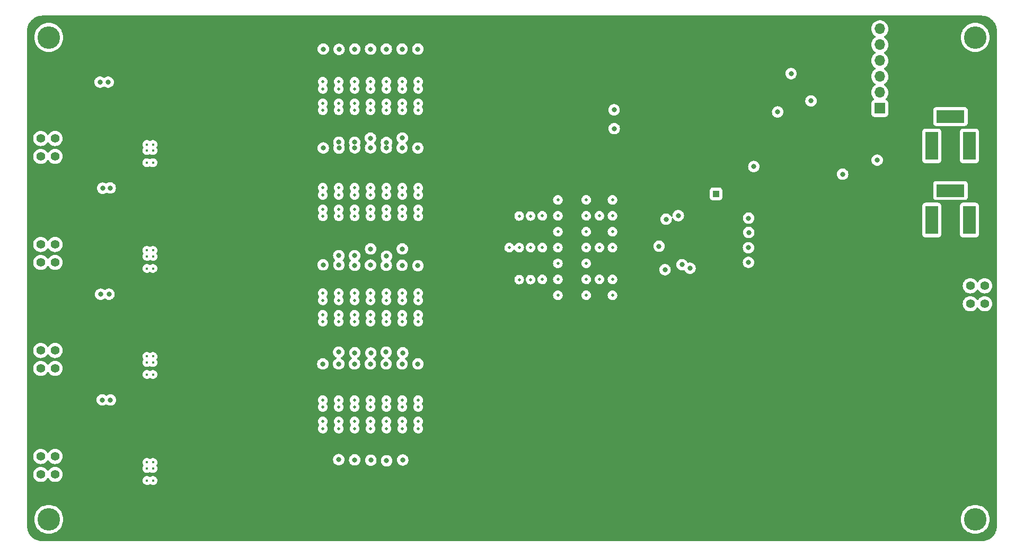
<source format=gbr>
%TF.GenerationSoftware,KiCad,Pcbnew,6.0.11*%
%TF.CreationDate,2023-02-03T09:16:34-05:00*%
%TF.ProjectId,PhasedArrayReceiver,50686173-6564-4417-9272-617952656365,rev?*%
%TF.SameCoordinates,Original*%
%TF.FileFunction,Copper,L3,Inr*%
%TF.FilePolarity,Positive*%
%FSLAX46Y46*%
G04 Gerber Fmt 4.6, Leading zero omitted, Abs format (unit mm)*
G04 Created by KiCad (PCBNEW 6.0.11) date 2023-02-03 09:16:34*
%MOMM*%
%LPD*%
G01*
G04 APERTURE LIST*
%TA.AperFunction,ComponentPad*%
%ADD10R,2.000000X4.500000*%
%TD*%
%TA.AperFunction,ComponentPad*%
%ADD11R,4.500000X2.000000*%
%TD*%
%TA.AperFunction,ComponentPad*%
%ADD12C,3.600000*%
%TD*%
%TA.AperFunction,ComponentPad*%
%ADD13C,1.400000*%
%TD*%
%TA.AperFunction,ComponentPad*%
%ADD14C,0.508000*%
%TD*%
%TA.AperFunction,HeatsinkPad*%
%ADD15C,0.381000*%
%TD*%
%TA.AperFunction,ComponentPad*%
%ADD16R,1.000000X1.000000*%
%TD*%
%TA.AperFunction,ComponentPad*%
%ADD17R,1.700000X1.700000*%
%TD*%
%TA.AperFunction,ComponentPad*%
%ADD18O,1.700000X1.700000*%
%TD*%
%TA.AperFunction,ViaPad*%
%ADD19C,0.800000*%
%TD*%
%TA.AperFunction,ViaPad*%
%ADD20C,3.000000*%
%TD*%
G04 APERTURE END LIST*
D10*
%TO.N,/+12V*%
%TO.C,J7*%
X217050000Y-80170000D03*
%TO.N,/GND*%
X223050000Y-80170000D03*
D11*
%TO.N,N/C*%
X220050000Y-75470000D03*
%TD*%
D10*
%TO.N,/+5V*%
%TO.C,J6*%
X217050000Y-68330000D03*
%TO.N,/GND*%
X223050000Y-68330000D03*
D11*
%TO.N,N/C*%
X220050000Y-63630000D03*
%TD*%
D12*
%TO.N,N/C*%
%TO.C,REF\u002A\u002A*%
X76000000Y-128000000D03*
%TD*%
%TO.N,N/C*%
%TO.C,REF\u002A\u002A*%
X224000000Y-128000000D03*
%TD*%
%TO.N,N/C*%
%TO.C,REF\u002A\u002A*%
X224000000Y-51000000D03*
%TD*%
%TO.N,N/C*%
%TO.C,REF\u002A\u002A*%
X76000000Y-51000000D03*
%TD*%
D13*
%TO.N,/GND*%
%TO.C,J8*%
X223205000Y-90685000D03*
X225497000Y-90685000D03*
X223205000Y-93555000D03*
X225497000Y-93555000D03*
%TD*%
%TO.N,/GND*%
%TO.C,J4*%
X77015000Y-120815000D03*
X74723000Y-120815000D03*
X77015000Y-117945000D03*
X74723000Y-117945000D03*
%TD*%
%TO.N,/GND*%
%TO.C,J3*%
X77015000Y-103881666D03*
X74723000Y-103881666D03*
X77015000Y-101011666D03*
X74723000Y-101011666D03*
%TD*%
%TO.N,/GND*%
%TO.C,J2*%
X77015000Y-86948333D03*
X74723000Y-86948333D03*
X77015000Y-84078333D03*
X74723000Y-84078333D03*
%TD*%
%TO.N,/GND*%
%TO.C,J1*%
X77015000Y-70015000D03*
X74723000Y-70015000D03*
X77015000Y-67145000D03*
X74723000Y-67145000D03*
%TD*%
D14*
%TO.N,/GND*%
%TO.C,U9*%
X161850000Y-92210000D03*
X163950000Y-89670000D03*
X157330000Y-76970000D03*
X161850000Y-82050000D03*
X161850000Y-89670000D03*
X161850000Y-87090000D03*
X154850000Y-89670000D03*
X166050000Y-76970000D03*
X154850000Y-79510000D03*
X157330000Y-89670000D03*
X166050000Y-84590000D03*
X157330000Y-92210000D03*
X166050000Y-92210000D03*
X161850000Y-79510000D03*
X152950000Y-79530000D03*
X161850000Y-84590000D03*
X163950000Y-79510000D03*
X166050000Y-79510000D03*
X166050000Y-89670000D03*
X163950000Y-84590000D03*
X157330000Y-82050000D03*
X161850000Y-76970000D03*
X152950000Y-84590000D03*
X157330000Y-79510000D03*
X157330000Y-84590000D03*
X149550000Y-84590000D03*
X157330000Y-87090000D03*
X166050000Y-82050000D03*
X152950000Y-89690000D03*
X151150000Y-89690000D03*
X151150000Y-79530000D03*
X151150000Y-84590000D03*
X154850000Y-84590000D03*
%TD*%
%TO.N,/GND*%
%TO.C,U13*%
X135020000Y-108923000D03*
X129940000Y-110066000D03*
X119780000Y-108923000D03*
X135020000Y-113497000D03*
X132480000Y-110066000D03*
X135020000Y-110066000D03*
X132480000Y-108923000D03*
X122320000Y-112354000D03*
X129940000Y-108923000D03*
X124860000Y-112354000D03*
X127400000Y-110066000D03*
X119780000Y-112354000D03*
X127400000Y-113497000D03*
X132480000Y-112354000D03*
X124860000Y-113497000D03*
X129940000Y-113497000D03*
X129940000Y-112354000D03*
X127400000Y-112354000D03*
X122320000Y-113497000D03*
X122320000Y-110066000D03*
X122320000Y-108923000D03*
X132480000Y-113497000D03*
X124860000Y-110066000D03*
X119780000Y-110066000D03*
X127400000Y-108923000D03*
X124860000Y-108923000D03*
X135020000Y-112354000D03*
X119780000Y-113497000D03*
%TD*%
%TO.N,/GND*%
%TO.C,U12*%
X135020000Y-91860500D03*
X129940000Y-93003500D03*
X119780000Y-91860500D03*
X135020000Y-96434500D03*
X132480000Y-93003500D03*
X135020000Y-93003500D03*
X132480000Y-91860500D03*
X122320000Y-95291500D03*
X129940000Y-91860500D03*
X124860000Y-95291500D03*
X127400000Y-93003500D03*
X119780000Y-95291500D03*
X127400000Y-96434500D03*
X132480000Y-95291500D03*
X124860000Y-96434500D03*
X129940000Y-96434500D03*
X129940000Y-95291500D03*
X127400000Y-95291500D03*
X122320000Y-96434500D03*
X122320000Y-93003500D03*
X122320000Y-91860500D03*
X132480000Y-96434500D03*
X124860000Y-93003500D03*
X119780000Y-93003500D03*
X127400000Y-91860500D03*
X124860000Y-91860500D03*
X135020000Y-95291500D03*
X119780000Y-96434500D03*
%TD*%
%TO.N,/GND*%
%TO.C,U11*%
X135020000Y-75023000D03*
X129940000Y-76166000D03*
X119780000Y-75023000D03*
X135020000Y-79597000D03*
X132480000Y-76166000D03*
X135020000Y-76166000D03*
X132480000Y-75023000D03*
X122320000Y-78454000D03*
X129940000Y-75023000D03*
X124860000Y-78454000D03*
X127400000Y-76166000D03*
X119780000Y-78454000D03*
X127400000Y-79597000D03*
X132480000Y-78454000D03*
X124860000Y-79597000D03*
X129940000Y-79597000D03*
X129940000Y-78454000D03*
X127400000Y-78454000D03*
X122320000Y-79597000D03*
X122320000Y-76166000D03*
X122320000Y-75023000D03*
X132480000Y-79597000D03*
X124860000Y-76166000D03*
X119780000Y-76166000D03*
X127400000Y-75023000D03*
X124860000Y-75023000D03*
X135020000Y-78454000D03*
X119780000Y-79597000D03*
%TD*%
D15*
%TO.N,/GND*%
%TO.C,U6*%
X91677400Y-121793000D03*
X91677400Y-119862600D03*
X91677400Y-118897400D03*
X92642600Y-119862600D03*
X92642600Y-121793000D03*
X92642600Y-118897400D03*
%TD*%
%TO.N,/GND*%
%TO.C,U5*%
X91677400Y-104853000D03*
X91677400Y-102922600D03*
X91677400Y-101957400D03*
X92642600Y-102922600D03*
X92642600Y-104853000D03*
X92642600Y-101957400D03*
%TD*%
%TO.N,/GND*%
%TO.C,U4*%
X92642600Y-85017400D03*
X92642600Y-87913000D03*
X92642600Y-85982600D03*
X91677400Y-85017400D03*
X91677400Y-85982600D03*
X91677400Y-87913000D03*
%TD*%
D14*
%TO.N,/GND*%
%TO.C,U2*%
X119780000Y-62657000D03*
X135020000Y-61514000D03*
X124860000Y-58083000D03*
X127400000Y-58083000D03*
X119780000Y-59226000D03*
X124860000Y-59226000D03*
X132480000Y-62657000D03*
X122320000Y-58083000D03*
X122320000Y-59226000D03*
X122320000Y-62657000D03*
X127400000Y-61514000D03*
X129940000Y-61514000D03*
X129940000Y-62657000D03*
X124860000Y-62657000D03*
X132480000Y-61514000D03*
X127400000Y-62657000D03*
X119780000Y-61514000D03*
X127400000Y-59226000D03*
X124860000Y-61514000D03*
X129940000Y-58083000D03*
X122320000Y-61514000D03*
X132480000Y-58083000D03*
X135020000Y-59226000D03*
X132480000Y-59226000D03*
X135020000Y-62657000D03*
X119780000Y-58083000D03*
X129940000Y-59226000D03*
X135020000Y-58083000D03*
%TD*%
D15*
%TO.N,/GND*%
%TO.C,U1*%
X91677400Y-71003000D03*
X91677400Y-69072600D03*
X91677400Y-68107400D03*
X92642600Y-69072600D03*
X92642600Y-71003000D03*
X92642600Y-68107400D03*
%TD*%
D16*
%TO.N,Net-(TP1-Pad1)*%
%TO.C,TP1*%
X182580000Y-75990000D03*
%TD*%
D17*
%TO.N,/GND*%
%TO.C,J5*%
X208760000Y-62340000D03*
D18*
%TO.N,/FTDI_CTS#*%
X208760000Y-59800000D03*
%TO.N,/FTDI_5V*%
X208760000Y-57260000D03*
%TO.N,/FTDI_TX*%
X208760000Y-54720000D03*
%TO.N,/FTDI_RX*%
X208760000Y-52180000D03*
%TO.N,/FTDI_RTS#*%
X208760000Y-49640000D03*
%TD*%
D19*
%TO.N,/+3.3V*%
X184390000Y-88970000D03*
X212780000Y-53080000D03*
X169910000Y-67390000D03*
%TO.N,/GND*%
X166330000Y-65580000D03*
X166310000Y-62570000D03*
%TO.N,/+3.3V*%
X169950000Y-60770000D03*
X173370000Y-63820000D03*
%TO.N,/GND*%
X208340000Y-70600000D03*
D20*
%TO.N,/+3.3V*%
X194130000Y-75970000D03*
D19*
X202820000Y-70570000D03*
%TO.N,/GND*%
X202820000Y-72850000D03*
X192440000Y-62910000D03*
X197760000Y-61140000D03*
%TO.N,/+3.3V*%
X197750000Y-58950000D03*
%TO.N,/FTDI_RTS#*%
X194590000Y-56780000D03*
%TO.N,/IO4*%
X188630000Y-71630000D03*
X174620000Y-80040000D03*
%TO.N,/+3.3V*%
X167970000Y-52900000D03*
X168000000Y-48980000D03*
%TO.N,/GND*%
X173490000Y-84366041D03*
X187770000Y-86930000D03*
X187770000Y-84600000D03*
X187790000Y-79880000D03*
X187820000Y-82170000D03*
%TO.N,/BIAS4*%
X178440000Y-87880000D03*
%TO.N,/BIAS3*%
X177160000Y-87300000D03*
%TO.N,/BIAS2*%
X174450000Y-88110000D03*
%TO.N,/BIAS1*%
X176570000Y-79470000D03*
%TO.N,/BIAS4*%
X132550000Y-118500000D03*
X127450000Y-118540000D03*
%TO.N,/BIAS3*%
X132550000Y-101390000D03*
X127450000Y-101420000D03*
%TO.N,/BIAS2*%
X132480000Y-84790000D03*
X127410000Y-84790000D03*
%TO.N,/BIAS1*%
X132480000Y-67080000D03*
X127390000Y-67090000D03*
%TO.N,/GND*%
X129960000Y-118630000D03*
X124870000Y-118490000D03*
X122320000Y-118450000D03*
X134965000Y-103170000D03*
X132434165Y-103170000D03*
X129890000Y-101280000D03*
X127372499Y-103170000D03*
X124841666Y-103170000D03*
X122310833Y-103170000D03*
X119780000Y-103170000D03*
X122320000Y-101280000D03*
X124890000Y-101380000D03*
X129890000Y-103170000D03*
X132445000Y-87420000D03*
X129920000Y-87420000D03*
X127395000Y-87370000D03*
X124870000Y-87415000D03*
X122345000Y-87340000D03*
X134970000Y-87470000D03*
X119820000Y-87340000D03*
X129950000Y-85955000D03*
X124860000Y-85865000D03*
X122335000Y-85865000D03*
X127404998Y-68650000D03*
X132438330Y-68650000D03*
X122371666Y-68690000D03*
X124888332Y-68650000D03*
X129921664Y-68650000D03*
X119855000Y-68660000D03*
X134955000Y-68670000D03*
X129940000Y-67780000D03*
X124870000Y-67745000D03*
X122345000Y-67745000D03*
X134960000Y-52870000D03*
X132443330Y-52870000D03*
X129926664Y-52870000D03*
X127409998Y-52870000D03*
X124893332Y-52870000D03*
X122376666Y-52910000D03*
X119860000Y-52860000D03*
%TO.N,/+3.3V*%
X100160000Y-91060000D03*
X100160000Y-89810000D03*
X100130000Y-124560000D03*
X100120000Y-123430000D03*
X100130000Y-108120000D03*
X100150000Y-106860000D03*
X100140000Y-74040000D03*
X100130000Y-72850000D03*
X96080000Y-108950000D03*
X94650000Y-108960000D03*
%TO.N,/GND*%
X84550000Y-108920000D03*
X85860000Y-108930000D03*
%TO.N,/+3.3V*%
X96220000Y-92000000D03*
X94730000Y-91990000D03*
%TO.N,/GND*%
X84290000Y-92030000D03*
X85630000Y-92020000D03*
%TO.N,/+3.3V*%
X96210000Y-75060000D03*
X94680000Y-75060000D03*
%TO.N,/GND*%
X84600000Y-75090000D03*
X85810000Y-75060000D03*
%TO.N,/+3.3V*%
X96190000Y-58140000D03*
X94940000Y-58140000D03*
%TO.N,/GND*%
X84200000Y-58140000D03*
X85490000Y-58140000D03*
%TD*%
%TA.AperFunction,Conductor*%
%TO.N,/+3.3V*%
G36*
X224970018Y-47510000D02*
G01*
X224984851Y-47512310D01*
X224984855Y-47512310D01*
X224993724Y-47513691D01*
X225010923Y-47511442D01*
X225034863Y-47510609D01*
X225292710Y-47526206D01*
X225307814Y-47528040D01*
X225379786Y-47541229D01*
X225588760Y-47579525D01*
X225603526Y-47583164D01*
X225876231Y-47668142D01*
X225890445Y-47673534D01*
X226108223Y-47771547D01*
X226150906Y-47790757D01*
X226164379Y-47797828D01*
X226408813Y-47945595D01*
X226421334Y-47954238D01*
X226646171Y-48130385D01*
X226657560Y-48140475D01*
X226859525Y-48342440D01*
X226869614Y-48353828D01*
X226894621Y-48385747D01*
X227045762Y-48578666D01*
X227054405Y-48591187D01*
X227124018Y-48706339D01*
X227183333Y-48804457D01*
X227202172Y-48835621D01*
X227209242Y-48849092D01*
X227326466Y-49109555D01*
X227331858Y-49123769D01*
X227355831Y-49200702D01*
X227416836Y-49396473D01*
X227420475Y-49411240D01*
X227422543Y-49422522D01*
X227471960Y-49692186D01*
X227473794Y-49707290D01*
X227488953Y-49957904D01*
X227487692Y-49984716D01*
X227487690Y-49984852D01*
X227486309Y-49993724D01*
X227487473Y-50002626D01*
X227487473Y-50002628D01*
X227490436Y-50025283D01*
X227491500Y-50041621D01*
X227491500Y-128950633D01*
X227490000Y-128970018D01*
X227487690Y-128984851D01*
X227487690Y-128984855D01*
X227486309Y-128993724D01*
X227488558Y-129010919D01*
X227489391Y-129034863D01*
X227473794Y-129292710D01*
X227471960Y-129307814D01*
X227420477Y-129588754D01*
X227416836Y-129603526D01*
X227344586Y-129835386D01*
X227331859Y-129876227D01*
X227326466Y-129890445D01*
X227216164Y-130135528D01*
X227209243Y-130150906D01*
X227202172Y-130164379D01*
X227054405Y-130408813D01*
X227045762Y-130421334D01*
X226869615Y-130646171D01*
X226859525Y-130657560D01*
X226657560Y-130859525D01*
X226646171Y-130869615D01*
X226421334Y-131045762D01*
X226408813Y-131054405D01*
X226164379Y-131202172D01*
X226150908Y-131209242D01*
X225890445Y-131326466D01*
X225876231Y-131331858D01*
X225603527Y-131416836D01*
X225588760Y-131420475D01*
X225379786Y-131458771D01*
X225307814Y-131471960D01*
X225292710Y-131473794D01*
X225042096Y-131488953D01*
X225015284Y-131487692D01*
X225015148Y-131487690D01*
X225006276Y-131486309D01*
X224997374Y-131487473D01*
X224997372Y-131487473D01*
X224982707Y-131489391D01*
X224974714Y-131490436D01*
X224958379Y-131491500D01*
X75049367Y-131491500D01*
X75029982Y-131490000D01*
X75015149Y-131487690D01*
X75015145Y-131487690D01*
X75006276Y-131486309D01*
X74989077Y-131488558D01*
X74965137Y-131489391D01*
X74707290Y-131473794D01*
X74692186Y-131471960D01*
X74620214Y-131458771D01*
X74411240Y-131420475D01*
X74396473Y-131416836D01*
X74123769Y-131331858D01*
X74109555Y-131326466D01*
X73849092Y-131209242D01*
X73835621Y-131202172D01*
X73591187Y-131054405D01*
X73578666Y-131045762D01*
X73353829Y-130869615D01*
X73342440Y-130859525D01*
X73140475Y-130657560D01*
X73130385Y-130646171D01*
X72954238Y-130421334D01*
X72945595Y-130408813D01*
X72797828Y-130164379D01*
X72790757Y-130150906D01*
X72783836Y-130135528D01*
X72673534Y-129890445D01*
X72668141Y-129876227D01*
X72655415Y-129835386D01*
X72583164Y-129603526D01*
X72579523Y-129588754D01*
X72528040Y-129307814D01*
X72526206Y-129292710D01*
X72511269Y-129045768D01*
X72512520Y-129022216D01*
X72512334Y-129022199D01*
X72512769Y-129017350D01*
X72513576Y-129012552D01*
X72513729Y-129000000D01*
X72509773Y-128972376D01*
X72508500Y-128954514D01*
X72508500Y-128000000D01*
X73686547Y-128000000D01*
X73706339Y-128301966D01*
X73765376Y-128598766D01*
X73862648Y-128885320D01*
X73996491Y-129156726D01*
X74164614Y-129408341D01*
X74167328Y-129411435D01*
X74167332Y-129411441D01*
X74322833Y-129588754D01*
X74364142Y-129635858D01*
X74367231Y-129638567D01*
X74588559Y-129832668D01*
X74588565Y-129832672D01*
X74591659Y-129835386D01*
X74595085Y-129837675D01*
X74595090Y-129837679D01*
X74674074Y-129890454D01*
X74843273Y-130003509D01*
X74846972Y-130005333D01*
X74846977Y-130005336D01*
X74986308Y-130074046D01*
X75114680Y-130137352D01*
X75118585Y-130138677D01*
X75118586Y-130138678D01*
X75397327Y-130233298D01*
X75397330Y-130233299D01*
X75401234Y-130234624D01*
X75405273Y-130235427D01*
X75405279Y-130235429D01*
X75693991Y-130292857D01*
X75693994Y-130292857D01*
X75698034Y-130293661D01*
X75702145Y-130293930D01*
X75702149Y-130293931D01*
X75995881Y-130313183D01*
X76000000Y-130313453D01*
X76004119Y-130313183D01*
X76297851Y-130293931D01*
X76297855Y-130293930D01*
X76301966Y-130293661D01*
X76306006Y-130292857D01*
X76306009Y-130292857D01*
X76594721Y-130235429D01*
X76594727Y-130235427D01*
X76598766Y-130234624D01*
X76602670Y-130233299D01*
X76602673Y-130233298D01*
X76881414Y-130138678D01*
X76881415Y-130138677D01*
X76885320Y-130137352D01*
X77013692Y-130074046D01*
X77153023Y-130005336D01*
X77153028Y-130005333D01*
X77156727Y-130003509D01*
X77325926Y-129890454D01*
X77404910Y-129837679D01*
X77404915Y-129837675D01*
X77408341Y-129835386D01*
X77411435Y-129832672D01*
X77411441Y-129832668D01*
X77632769Y-129638567D01*
X77635858Y-129635858D01*
X77677167Y-129588754D01*
X77832668Y-129411441D01*
X77832672Y-129411435D01*
X77835386Y-129408341D01*
X78003509Y-129156726D01*
X78137352Y-128885320D01*
X78234624Y-128598766D01*
X78293661Y-128301966D01*
X78313453Y-128000000D01*
X221686547Y-128000000D01*
X221706339Y-128301966D01*
X221765376Y-128598766D01*
X221862648Y-128885320D01*
X221996491Y-129156726D01*
X222164614Y-129408341D01*
X222167328Y-129411435D01*
X222167332Y-129411441D01*
X222322833Y-129588754D01*
X222364142Y-129635858D01*
X222367231Y-129638567D01*
X222588559Y-129832668D01*
X222588565Y-129832672D01*
X222591659Y-129835386D01*
X222595085Y-129837675D01*
X222595090Y-129837679D01*
X222674074Y-129890454D01*
X222843273Y-130003509D01*
X222846972Y-130005333D01*
X222846977Y-130005336D01*
X222986308Y-130074046D01*
X223114680Y-130137352D01*
X223118585Y-130138677D01*
X223118586Y-130138678D01*
X223397327Y-130233298D01*
X223397330Y-130233299D01*
X223401234Y-130234624D01*
X223405273Y-130235427D01*
X223405279Y-130235429D01*
X223693991Y-130292857D01*
X223693994Y-130292857D01*
X223698034Y-130293661D01*
X223702145Y-130293930D01*
X223702149Y-130293931D01*
X223995881Y-130313183D01*
X224000000Y-130313453D01*
X224004119Y-130313183D01*
X224297851Y-130293931D01*
X224297855Y-130293930D01*
X224301966Y-130293661D01*
X224306006Y-130292857D01*
X224306009Y-130292857D01*
X224594721Y-130235429D01*
X224594727Y-130235427D01*
X224598766Y-130234624D01*
X224602670Y-130233299D01*
X224602673Y-130233298D01*
X224881414Y-130138678D01*
X224881415Y-130138677D01*
X224885320Y-130137352D01*
X225013692Y-130074046D01*
X225153023Y-130005336D01*
X225153028Y-130005333D01*
X225156727Y-130003509D01*
X225325926Y-129890454D01*
X225404910Y-129837679D01*
X225404915Y-129837675D01*
X225408341Y-129835386D01*
X225411435Y-129832672D01*
X225411441Y-129832668D01*
X225632769Y-129638567D01*
X225635858Y-129635858D01*
X225677167Y-129588754D01*
X225832668Y-129411441D01*
X225832672Y-129411435D01*
X225835386Y-129408341D01*
X226003509Y-129156726D01*
X226137352Y-128885320D01*
X226234624Y-128598766D01*
X226293661Y-128301966D01*
X226313453Y-128000000D01*
X226293661Y-127698034D01*
X226234624Y-127401234D01*
X226137352Y-127114680D01*
X226003509Y-126843274D01*
X225835386Y-126591659D01*
X225832672Y-126588565D01*
X225832668Y-126588559D01*
X225638567Y-126367231D01*
X225635858Y-126364142D01*
X225632769Y-126361433D01*
X225411441Y-126167332D01*
X225411435Y-126167328D01*
X225408341Y-126164614D01*
X225404911Y-126162322D01*
X225404910Y-126162321D01*
X225160160Y-125998785D01*
X225156727Y-125996491D01*
X225153028Y-125994667D01*
X225153023Y-125994664D01*
X225013692Y-125925954D01*
X224885320Y-125862648D01*
X224881414Y-125861322D01*
X224602673Y-125766702D01*
X224602670Y-125766701D01*
X224598766Y-125765376D01*
X224594727Y-125764573D01*
X224594721Y-125764571D01*
X224306009Y-125707143D01*
X224306006Y-125707143D01*
X224301966Y-125706339D01*
X224297855Y-125706070D01*
X224297851Y-125706069D01*
X224004119Y-125686817D01*
X224000000Y-125686547D01*
X223995881Y-125686817D01*
X223702149Y-125706069D01*
X223702145Y-125706070D01*
X223698034Y-125706339D01*
X223693994Y-125707143D01*
X223693991Y-125707143D01*
X223405279Y-125764571D01*
X223405273Y-125764573D01*
X223401234Y-125765376D01*
X223397330Y-125766701D01*
X223397327Y-125766702D01*
X223118586Y-125861322D01*
X223114680Y-125862648D01*
X222986442Y-125925888D01*
X222846978Y-125994664D01*
X222846973Y-125994667D01*
X222843274Y-125996491D01*
X222591659Y-126164614D01*
X222588565Y-126167328D01*
X222588559Y-126167332D01*
X222367231Y-126361433D01*
X222364142Y-126364142D01*
X222361433Y-126367231D01*
X222167332Y-126588559D01*
X222167328Y-126588565D01*
X222164614Y-126591659D01*
X221996491Y-126843274D01*
X221862648Y-127114680D01*
X221765376Y-127401234D01*
X221706339Y-127698034D01*
X221686547Y-128000000D01*
X78313453Y-128000000D01*
X78293661Y-127698034D01*
X78234624Y-127401234D01*
X78137352Y-127114680D01*
X78003509Y-126843274D01*
X77835386Y-126591659D01*
X77832672Y-126588565D01*
X77832668Y-126588559D01*
X77638567Y-126367231D01*
X77635858Y-126364142D01*
X77632769Y-126361433D01*
X77411441Y-126167332D01*
X77411435Y-126167328D01*
X77408341Y-126164614D01*
X77404911Y-126162322D01*
X77404910Y-126162321D01*
X77160160Y-125998785D01*
X77156727Y-125996491D01*
X77153028Y-125994667D01*
X77153023Y-125994664D01*
X77013692Y-125925954D01*
X76885320Y-125862648D01*
X76881414Y-125861322D01*
X76602673Y-125766702D01*
X76602670Y-125766701D01*
X76598766Y-125765376D01*
X76594727Y-125764573D01*
X76594721Y-125764571D01*
X76306009Y-125707143D01*
X76306006Y-125707143D01*
X76301966Y-125706339D01*
X76297855Y-125706070D01*
X76297851Y-125706069D01*
X76004119Y-125686817D01*
X76000000Y-125686547D01*
X75995881Y-125686817D01*
X75702149Y-125706069D01*
X75702145Y-125706070D01*
X75698034Y-125706339D01*
X75693994Y-125707143D01*
X75693991Y-125707143D01*
X75405279Y-125764571D01*
X75405273Y-125764573D01*
X75401234Y-125765376D01*
X75397330Y-125766701D01*
X75397327Y-125766702D01*
X75118586Y-125861322D01*
X75114680Y-125862648D01*
X74986442Y-125925888D01*
X74846978Y-125994664D01*
X74846973Y-125994667D01*
X74843274Y-125996491D01*
X74591659Y-126164614D01*
X74588565Y-126167328D01*
X74588559Y-126167332D01*
X74367231Y-126361433D01*
X74364142Y-126364142D01*
X74361433Y-126367231D01*
X74167332Y-126588559D01*
X74167328Y-126588565D01*
X74164614Y-126591659D01*
X73996491Y-126843274D01*
X73862648Y-127114680D01*
X73765376Y-127401234D01*
X73706339Y-127698034D01*
X73686547Y-128000000D01*
X72508500Y-128000000D01*
X72508500Y-120815000D01*
X73509884Y-120815000D01*
X73528314Y-121025655D01*
X73529738Y-121030968D01*
X73529738Y-121030970D01*
X73580350Y-121219854D01*
X73583044Y-121229910D01*
X73585366Y-121234891D01*
X73585367Y-121234892D01*
X73656936Y-121388371D01*
X73672411Y-121421558D01*
X73793699Y-121594776D01*
X73943224Y-121744301D01*
X74116442Y-121865589D01*
X74121420Y-121867910D01*
X74121423Y-121867912D01*
X74303108Y-121952633D01*
X74308090Y-121954956D01*
X74313398Y-121956378D01*
X74313400Y-121956379D01*
X74507030Y-122008262D01*
X74507032Y-122008262D01*
X74512345Y-122009686D01*
X74723000Y-122028116D01*
X74933655Y-122009686D01*
X74938968Y-122008262D01*
X74938970Y-122008262D01*
X75132600Y-121956379D01*
X75132602Y-121956378D01*
X75137910Y-121954956D01*
X75142892Y-121952633D01*
X75324577Y-121867912D01*
X75324580Y-121867910D01*
X75329558Y-121865589D01*
X75502776Y-121744301D01*
X75652301Y-121594776D01*
X75765788Y-121432699D01*
X75821244Y-121388371D01*
X75891863Y-121381062D01*
X75955223Y-121413092D01*
X75972211Y-121432698D01*
X76085699Y-121594776D01*
X76235224Y-121744301D01*
X76408442Y-121865589D01*
X76413420Y-121867910D01*
X76413423Y-121867912D01*
X76595108Y-121952633D01*
X76600090Y-121954956D01*
X76605398Y-121956378D01*
X76605400Y-121956379D01*
X76799030Y-122008262D01*
X76799032Y-122008262D01*
X76804345Y-122009686D01*
X77015000Y-122028116D01*
X77225655Y-122009686D01*
X77230968Y-122008262D01*
X77230970Y-122008262D01*
X77424600Y-121956379D01*
X77424602Y-121956378D01*
X77429910Y-121954956D01*
X77434892Y-121952633D01*
X77616577Y-121867912D01*
X77616580Y-121867910D01*
X77621558Y-121865589D01*
X77735758Y-121785626D01*
X90973305Y-121785626D01*
X90991870Y-121953790D01*
X90994480Y-121960922D01*
X91019070Y-122028116D01*
X91050012Y-122112670D01*
X91054248Y-122118973D01*
X91054248Y-122118974D01*
X91140140Y-122246796D01*
X91140143Y-122246799D01*
X91144374Y-122253096D01*
X91269508Y-122366959D01*
X91418191Y-122447687D01*
X91581838Y-122490619D01*
X91669447Y-122491996D01*
X91743404Y-122493158D01*
X91743407Y-122493158D01*
X91751002Y-122493277D01*
X91809123Y-122479965D01*
X91908514Y-122457202D01*
X91908518Y-122457201D01*
X91915917Y-122455506D01*
X92067062Y-122379488D01*
X92077203Y-122370827D01*
X92141987Y-122341795D01*
X92212187Y-122352398D01*
X92230243Y-122362896D01*
X92234708Y-122366959D01*
X92383391Y-122447687D01*
X92547038Y-122490619D01*
X92634647Y-122491996D01*
X92708604Y-122493158D01*
X92708607Y-122493158D01*
X92716202Y-122493277D01*
X92774323Y-122479965D01*
X92873714Y-122457202D01*
X92873718Y-122457201D01*
X92881117Y-122455506D01*
X93032262Y-122379488D01*
X93038033Y-122374559D01*
X93038036Y-122374557D01*
X93155139Y-122274541D01*
X93155140Y-122274540D01*
X93160911Y-122269611D01*
X93259637Y-122132219D01*
X93264962Y-122118974D01*
X93301486Y-122028116D01*
X93322741Y-121975243D01*
X93346580Y-121807746D01*
X93346734Y-121793000D01*
X93344931Y-121778095D01*
X93327321Y-121632580D01*
X93326409Y-121625040D01*
X93266606Y-121466778D01*
X93212719Y-121388371D01*
X93175081Y-121333607D01*
X93175079Y-121333605D01*
X93170779Y-121327348D01*
X93165108Y-121322295D01*
X93050131Y-121219854D01*
X93050128Y-121219852D01*
X93044459Y-121214801D01*
X92894939Y-121135634D01*
X92884564Y-121133028D01*
X92738222Y-121096269D01*
X92738218Y-121096269D01*
X92730851Y-121094418D01*
X92723252Y-121094378D01*
X92723250Y-121094378D01*
X92652908Y-121094010D01*
X92561669Y-121093532D01*
X92554288Y-121095304D01*
X92404538Y-121131256D01*
X92404535Y-121131257D01*
X92397159Y-121133028D01*
X92246818Y-121210624D01*
X92241096Y-121215616D01*
X92234811Y-121219887D01*
X92233653Y-121218183D01*
X92178707Y-121243496D01*
X92108400Y-121233624D01*
X92088454Y-121222303D01*
X92084930Y-121219854D01*
X92079259Y-121214801D01*
X91929739Y-121135634D01*
X91919364Y-121133028D01*
X91773022Y-121096269D01*
X91773018Y-121096269D01*
X91765651Y-121094418D01*
X91758052Y-121094378D01*
X91758050Y-121094378D01*
X91687708Y-121094010D01*
X91596469Y-121093532D01*
X91589088Y-121095304D01*
X91439338Y-121131256D01*
X91439335Y-121131257D01*
X91431959Y-121133028D01*
X91281618Y-121210624D01*
X91275897Y-121215614D01*
X91275895Y-121215616D01*
X91159853Y-121316846D01*
X91154126Y-121321842D01*
X91139517Y-121342628D01*
X91080879Y-121426063D01*
X91056844Y-121460261D01*
X90995388Y-121617889D01*
X90994397Y-121625418D01*
X90978330Y-121747460D01*
X90973305Y-121785626D01*
X77735758Y-121785626D01*
X77794776Y-121744301D01*
X77944301Y-121594776D01*
X78065589Y-121421558D01*
X78081065Y-121388371D01*
X78152633Y-121234892D01*
X78152634Y-121234891D01*
X78154956Y-121229910D01*
X78157651Y-121219854D01*
X78208262Y-121030970D01*
X78208262Y-121030968D01*
X78209686Y-121025655D01*
X78228116Y-120815000D01*
X78209686Y-120604345D01*
X78198120Y-120561181D01*
X78156379Y-120405400D01*
X78156378Y-120405398D01*
X78154956Y-120400090D01*
X78126568Y-120339211D01*
X78067912Y-120213423D01*
X78067910Y-120213420D01*
X78065589Y-120208442D01*
X77944301Y-120035224D01*
X77794776Y-119885699D01*
X77751256Y-119855226D01*
X90973305Y-119855226D01*
X90991870Y-120023390D01*
X91050012Y-120182270D01*
X91054248Y-120188573D01*
X91054248Y-120188574D01*
X91140140Y-120316396D01*
X91140143Y-120316399D01*
X91144374Y-120322696D01*
X91269508Y-120436559D01*
X91418191Y-120517287D01*
X91581838Y-120560219D01*
X91669447Y-120561596D01*
X91743404Y-120562758D01*
X91743407Y-120562758D01*
X91751002Y-120562877D01*
X91809123Y-120549565D01*
X91908514Y-120526802D01*
X91908518Y-120526801D01*
X91915917Y-120525106D01*
X92067062Y-120449088D01*
X92077203Y-120440427D01*
X92141987Y-120411395D01*
X92212187Y-120421998D01*
X92230243Y-120432496D01*
X92234708Y-120436559D01*
X92383391Y-120517287D01*
X92547038Y-120560219D01*
X92634647Y-120561596D01*
X92708604Y-120562758D01*
X92708607Y-120562758D01*
X92716202Y-120562877D01*
X92774323Y-120549565D01*
X92873714Y-120526802D01*
X92873718Y-120526801D01*
X92881117Y-120525106D01*
X93032262Y-120449088D01*
X93038033Y-120444159D01*
X93038036Y-120444157D01*
X93155139Y-120344141D01*
X93155140Y-120344140D01*
X93160911Y-120339211D01*
X93259637Y-120201819D01*
X93264962Y-120188574D01*
X93284420Y-120140169D01*
X93322741Y-120044843D01*
X93346580Y-119877346D01*
X93346734Y-119862600D01*
X93344931Y-119847695D01*
X93327321Y-119702180D01*
X93326409Y-119694640D01*
X93266606Y-119536378D01*
X93208055Y-119451185D01*
X93185955Y-119383715D01*
X93203841Y-119315008D01*
X93209572Y-119306292D01*
X93230450Y-119277237D01*
X93259637Y-119236619D01*
X93264962Y-119223374D01*
X93291195Y-119158116D01*
X93322741Y-119079643D01*
X93346580Y-118912146D01*
X93346734Y-118897400D01*
X93344931Y-118882495D01*
X93327321Y-118736980D01*
X93326409Y-118729440D01*
X93266606Y-118571178D01*
X93183323Y-118450000D01*
X121406496Y-118450000D01*
X121407186Y-118456565D01*
X121425415Y-118630000D01*
X121426458Y-118639928D01*
X121485473Y-118821556D01*
X121580960Y-118986944D01*
X121585378Y-118991851D01*
X121585379Y-118991852D01*
X121670775Y-119086694D01*
X121708747Y-119128866D01*
X121777566Y-119178866D01*
X121857056Y-119236619D01*
X121863248Y-119241118D01*
X121869276Y-119243802D01*
X121869278Y-119243803D01*
X122029208Y-119315008D01*
X122037712Y-119318794D01*
X122131113Y-119338647D01*
X122218056Y-119357128D01*
X122218061Y-119357128D01*
X122224513Y-119358500D01*
X122415487Y-119358500D01*
X122421939Y-119357128D01*
X122421944Y-119357128D01*
X122508887Y-119338647D01*
X122602288Y-119318794D01*
X122610792Y-119315008D01*
X122770722Y-119243803D01*
X122770724Y-119243802D01*
X122776752Y-119241118D01*
X122782945Y-119236619D01*
X122862434Y-119178866D01*
X122931253Y-119128866D01*
X122969225Y-119086694D01*
X123054621Y-118991852D01*
X123054622Y-118991851D01*
X123059040Y-118986944D01*
X123154527Y-118821556D01*
X123213542Y-118639928D01*
X123214586Y-118630000D01*
X123229300Y-118490000D01*
X123956496Y-118490000D01*
X123957186Y-118496565D01*
X123965775Y-118578281D01*
X123976458Y-118679928D01*
X124035473Y-118861556D01*
X124038776Y-118867278D01*
X124038777Y-118867279D01*
X124056269Y-118897576D01*
X124130960Y-119026944D01*
X124135378Y-119031851D01*
X124135379Y-119031852D01*
X124248636Y-119157637D01*
X124258747Y-119168866D01*
X124325094Y-119217070D01*
X124361889Y-119243803D01*
X124413248Y-119281118D01*
X124419276Y-119283802D01*
X124419278Y-119283803D01*
X124516833Y-119327237D01*
X124587712Y-119358794D01*
X124676963Y-119377765D01*
X124768056Y-119397128D01*
X124768061Y-119397128D01*
X124774513Y-119398500D01*
X124965487Y-119398500D01*
X124971939Y-119397128D01*
X124971944Y-119397128D01*
X125063037Y-119377765D01*
X125152288Y-119358794D01*
X125223167Y-119327237D01*
X125320722Y-119283803D01*
X125320724Y-119283802D01*
X125326752Y-119281118D01*
X125378112Y-119243803D01*
X125414906Y-119217070D01*
X125481253Y-119168866D01*
X125491364Y-119157637D01*
X125604621Y-119031852D01*
X125604622Y-119031851D01*
X125609040Y-119026944D01*
X125683731Y-118897576D01*
X125701223Y-118867279D01*
X125701224Y-118867278D01*
X125704527Y-118861556D01*
X125763542Y-118679928D01*
X125774226Y-118578281D01*
X125778249Y-118540000D01*
X126536496Y-118540000D01*
X126537186Y-118546565D01*
X126547659Y-118646206D01*
X126556458Y-118729928D01*
X126615473Y-118911556D01*
X126710960Y-119076944D01*
X126715378Y-119081851D01*
X126715379Y-119081852D01*
X126786848Y-119161226D01*
X126838747Y-119218866D01*
X126924429Y-119281118D01*
X126976286Y-119318794D01*
X126993248Y-119331118D01*
X126999276Y-119333802D01*
X126999278Y-119333803D01*
X127144591Y-119398500D01*
X127167712Y-119408794D01*
X127261113Y-119428647D01*
X127348056Y-119447128D01*
X127348061Y-119447128D01*
X127354513Y-119448500D01*
X127545487Y-119448500D01*
X127551939Y-119447128D01*
X127551944Y-119447128D01*
X127638887Y-119428647D01*
X127732288Y-119408794D01*
X127755409Y-119398500D01*
X127900722Y-119333803D01*
X127900724Y-119333802D01*
X127906752Y-119331118D01*
X127923715Y-119318794D01*
X127975571Y-119281118D01*
X128061253Y-119218866D01*
X128113152Y-119161226D01*
X128184621Y-119081852D01*
X128184622Y-119081851D01*
X128189040Y-119076944D01*
X128284527Y-118911556D01*
X128343542Y-118729928D01*
X128352342Y-118646206D01*
X128354045Y-118630000D01*
X129046496Y-118630000D01*
X129047186Y-118636565D01*
X129057659Y-118736206D01*
X129066458Y-118819928D01*
X129125473Y-119001556D01*
X129128776Y-119007278D01*
X129128777Y-119007279D01*
X129140131Y-119026944D01*
X129220960Y-119166944D01*
X129225378Y-119171851D01*
X129225379Y-119171852D01*
X129326180Y-119283803D01*
X129348747Y-119308866D01*
X129433119Y-119370166D01*
X129486286Y-119408794D01*
X129503248Y-119421118D01*
X129509276Y-119423802D01*
X129509278Y-119423803D01*
X129671681Y-119496109D01*
X129677712Y-119498794D01*
X129771112Y-119518647D01*
X129858056Y-119537128D01*
X129858061Y-119537128D01*
X129864513Y-119538500D01*
X130055487Y-119538500D01*
X130061939Y-119537128D01*
X130061944Y-119537128D01*
X130148888Y-119518647D01*
X130242288Y-119498794D01*
X130248319Y-119496109D01*
X130410722Y-119423803D01*
X130410724Y-119423802D01*
X130416752Y-119421118D01*
X130433715Y-119408794D01*
X130486881Y-119370166D01*
X130571253Y-119308866D01*
X130593820Y-119283803D01*
X130694621Y-119171852D01*
X130694622Y-119171851D01*
X130699040Y-119166944D01*
X130779869Y-119026944D01*
X130791223Y-119007279D01*
X130791224Y-119007278D01*
X130794527Y-119001556D01*
X130853542Y-118819928D01*
X130862342Y-118736206D01*
X130872814Y-118636565D01*
X130873504Y-118630000D01*
X130863355Y-118533435D01*
X130859841Y-118500000D01*
X131636496Y-118500000D01*
X131637186Y-118506565D01*
X131644724Y-118578281D01*
X131656458Y-118689928D01*
X131715473Y-118871556D01*
X131718776Y-118877278D01*
X131718777Y-118877279D01*
X131726137Y-118890026D01*
X131810960Y-119036944D01*
X131815378Y-119041851D01*
X131815379Y-119041852D01*
X131933239Y-119172749D01*
X131938747Y-119178866D01*
X132024429Y-119241118D01*
X132074143Y-119277237D01*
X132093248Y-119291118D01*
X132099276Y-119293802D01*
X132099278Y-119293803D01*
X132248333Y-119360166D01*
X132267712Y-119368794D01*
X132361112Y-119388647D01*
X132448056Y-119407128D01*
X132448061Y-119407128D01*
X132454513Y-119408500D01*
X132645487Y-119408500D01*
X132651939Y-119407128D01*
X132651944Y-119407128D01*
X132738888Y-119388647D01*
X132832288Y-119368794D01*
X132851667Y-119360166D01*
X133000722Y-119293803D01*
X133000724Y-119293802D01*
X133006752Y-119291118D01*
X133025858Y-119277237D01*
X133075571Y-119241118D01*
X133161253Y-119178866D01*
X133166761Y-119172749D01*
X133284621Y-119041852D01*
X133284622Y-119041851D01*
X133289040Y-119036944D01*
X133373863Y-118890026D01*
X133381223Y-118877279D01*
X133381224Y-118877278D01*
X133384527Y-118871556D01*
X133443542Y-118689928D01*
X133455277Y-118578281D01*
X133462814Y-118506565D01*
X133463504Y-118500000D01*
X133456331Y-118431748D01*
X133444232Y-118316635D01*
X133444232Y-118316633D01*
X133443542Y-118310072D01*
X133384527Y-118128444D01*
X133378754Y-118118444D01*
X133292341Y-117968774D01*
X133289040Y-117963056D01*
X133278306Y-117951134D01*
X133165675Y-117826045D01*
X133165674Y-117826044D01*
X133161253Y-117821134D01*
X133061807Y-117748882D01*
X133012094Y-117712763D01*
X133012093Y-117712762D01*
X133006752Y-117708882D01*
X133000724Y-117706198D01*
X133000722Y-117706197D01*
X132838319Y-117633891D01*
X132838318Y-117633891D01*
X132832288Y-117631206D01*
X132738887Y-117611353D01*
X132651944Y-117592872D01*
X132651939Y-117592872D01*
X132645487Y-117591500D01*
X132454513Y-117591500D01*
X132448061Y-117592872D01*
X132448056Y-117592872D01*
X132361113Y-117611353D01*
X132267712Y-117631206D01*
X132261682Y-117633891D01*
X132261681Y-117633891D01*
X132099278Y-117706197D01*
X132099276Y-117706198D01*
X132093248Y-117708882D01*
X132087907Y-117712762D01*
X132087906Y-117712763D01*
X132038193Y-117748882D01*
X131938747Y-117821134D01*
X131934326Y-117826044D01*
X131934325Y-117826045D01*
X131821695Y-117951134D01*
X131810960Y-117963056D01*
X131807659Y-117968774D01*
X131721247Y-118118444D01*
X131715473Y-118128444D01*
X131656458Y-118310072D01*
X131655768Y-118316633D01*
X131655768Y-118316635D01*
X131643669Y-118431748D01*
X131636496Y-118500000D01*
X130859841Y-118500000D01*
X130854232Y-118446635D01*
X130854232Y-118446633D01*
X130853542Y-118440072D01*
X130794527Y-118258444D01*
X130782394Y-118237428D01*
X130713698Y-118118444D01*
X130699040Y-118093056D01*
X130691543Y-118084729D01*
X130575675Y-117956045D01*
X130575674Y-117956044D01*
X130571253Y-117951134D01*
X130416752Y-117838882D01*
X130410724Y-117836198D01*
X130410722Y-117836197D01*
X130248319Y-117763891D01*
X130248318Y-117763891D01*
X130242288Y-117761206D01*
X130141699Y-117739825D01*
X130061944Y-117722872D01*
X130061939Y-117722872D01*
X130055487Y-117721500D01*
X129864513Y-117721500D01*
X129858061Y-117722872D01*
X129858056Y-117722872D01*
X129778301Y-117739825D01*
X129677712Y-117761206D01*
X129671682Y-117763891D01*
X129671681Y-117763891D01*
X129509278Y-117836197D01*
X129509276Y-117836198D01*
X129503248Y-117838882D01*
X129348747Y-117951134D01*
X129344326Y-117956044D01*
X129344325Y-117956045D01*
X129228458Y-118084729D01*
X129220960Y-118093056D01*
X129206302Y-118118444D01*
X129137607Y-118237428D01*
X129125473Y-118258444D01*
X129066458Y-118440072D01*
X129065768Y-118446633D01*
X129065768Y-118446635D01*
X129056645Y-118533435D01*
X129046496Y-118630000D01*
X128354045Y-118630000D01*
X128362814Y-118546565D01*
X128363504Y-118540000D01*
X128352784Y-118438007D01*
X128344232Y-118356635D01*
X128344232Y-118356633D01*
X128343542Y-118350072D01*
X128284527Y-118168444D01*
X128273980Y-118150175D01*
X128192341Y-118008774D01*
X128189040Y-118003056D01*
X128158173Y-117968774D01*
X128065675Y-117866045D01*
X128065674Y-117866044D01*
X128061253Y-117861134D01*
X127927410Y-117763891D01*
X127912094Y-117752763D01*
X127912093Y-117752762D01*
X127906752Y-117748882D01*
X127900724Y-117746198D01*
X127900722Y-117746197D01*
X127738319Y-117673891D01*
X127738318Y-117673891D01*
X127732288Y-117671206D01*
X127638887Y-117651353D01*
X127551944Y-117632872D01*
X127551939Y-117632872D01*
X127545487Y-117631500D01*
X127354513Y-117631500D01*
X127348061Y-117632872D01*
X127348056Y-117632872D01*
X127261113Y-117651353D01*
X127167712Y-117671206D01*
X127161682Y-117673891D01*
X127161681Y-117673891D01*
X126999278Y-117746197D01*
X126999276Y-117746198D01*
X126993248Y-117748882D01*
X126987907Y-117752762D01*
X126987906Y-117752763D01*
X126972590Y-117763891D01*
X126838747Y-117861134D01*
X126834326Y-117866044D01*
X126834325Y-117866045D01*
X126741828Y-117968774D01*
X126710960Y-118003056D01*
X126707659Y-118008774D01*
X126626021Y-118150175D01*
X126615473Y-118168444D01*
X126556458Y-118350072D01*
X126555768Y-118356633D01*
X126555768Y-118356635D01*
X126547216Y-118438007D01*
X126536496Y-118540000D01*
X125778249Y-118540000D01*
X125782814Y-118496565D01*
X125783504Y-118490000D01*
X125777382Y-118431748D01*
X125764232Y-118306635D01*
X125764232Y-118306633D01*
X125763542Y-118300072D01*
X125704527Y-118118444D01*
X125693171Y-118098774D01*
X125641209Y-118008774D01*
X125609040Y-117953056D01*
X125601787Y-117945000D01*
X125485675Y-117816045D01*
X125485674Y-117816044D01*
X125481253Y-117811134D01*
X125357883Y-117721500D01*
X125332094Y-117702763D01*
X125332093Y-117702762D01*
X125326752Y-117698882D01*
X125320724Y-117696198D01*
X125320722Y-117696197D01*
X125158319Y-117623891D01*
X125158318Y-117623891D01*
X125152288Y-117621206D01*
X125058888Y-117601353D01*
X124971944Y-117582872D01*
X124971939Y-117582872D01*
X124965487Y-117581500D01*
X124774513Y-117581500D01*
X124768061Y-117582872D01*
X124768056Y-117582872D01*
X124681112Y-117601353D01*
X124587712Y-117621206D01*
X124581682Y-117623891D01*
X124581681Y-117623891D01*
X124419278Y-117696197D01*
X124419276Y-117696198D01*
X124413248Y-117698882D01*
X124407907Y-117702762D01*
X124407906Y-117702763D01*
X124382117Y-117721500D01*
X124258747Y-117811134D01*
X124254326Y-117816044D01*
X124254325Y-117816045D01*
X124138214Y-117945000D01*
X124130960Y-117953056D01*
X124098791Y-118008774D01*
X124046830Y-118098774D01*
X124035473Y-118118444D01*
X123976458Y-118300072D01*
X123975768Y-118306633D01*
X123975768Y-118306635D01*
X123962618Y-118431748D01*
X123956496Y-118490000D01*
X123229300Y-118490000D01*
X123232814Y-118456565D01*
X123233504Y-118450000D01*
X123232461Y-118440072D01*
X123214232Y-118266635D01*
X123214232Y-118266633D01*
X123213542Y-118260072D01*
X123154527Y-118078444D01*
X123059040Y-117913056D01*
X122931253Y-117771134D01*
X122831807Y-117698882D01*
X122782094Y-117662763D01*
X122782093Y-117662762D01*
X122776752Y-117658882D01*
X122770724Y-117656198D01*
X122770722Y-117656197D01*
X122608319Y-117583891D01*
X122608318Y-117583891D01*
X122602288Y-117581206D01*
X122508888Y-117561353D01*
X122421944Y-117542872D01*
X122421939Y-117542872D01*
X122415487Y-117541500D01*
X122224513Y-117541500D01*
X122218061Y-117542872D01*
X122218056Y-117542872D01*
X122131112Y-117561353D01*
X122037712Y-117581206D01*
X122031682Y-117583891D01*
X122031681Y-117583891D01*
X121869278Y-117656197D01*
X121869276Y-117656198D01*
X121863248Y-117658882D01*
X121857907Y-117662762D01*
X121857906Y-117662763D01*
X121808193Y-117698882D01*
X121708747Y-117771134D01*
X121580960Y-117913056D01*
X121485473Y-118078444D01*
X121426458Y-118260072D01*
X121425768Y-118266633D01*
X121425768Y-118266635D01*
X121407539Y-118440072D01*
X121406496Y-118450000D01*
X93183323Y-118450000D01*
X93175081Y-118438007D01*
X93175079Y-118438005D01*
X93170779Y-118431748D01*
X93165108Y-118426695D01*
X93050131Y-118324254D01*
X93050128Y-118324252D01*
X93044459Y-118319201D01*
X93027218Y-118310072D01*
X92945179Y-118266635D01*
X92894939Y-118240034D01*
X92884564Y-118237428D01*
X92738222Y-118200669D01*
X92738218Y-118200669D01*
X92730851Y-118198818D01*
X92723252Y-118198778D01*
X92723250Y-118198778D01*
X92652908Y-118198410D01*
X92561669Y-118197932D01*
X92554288Y-118199704D01*
X92404538Y-118235656D01*
X92404535Y-118235657D01*
X92397159Y-118237428D01*
X92246818Y-118315024D01*
X92241096Y-118320016D01*
X92234811Y-118324287D01*
X92233653Y-118322583D01*
X92178707Y-118347896D01*
X92108400Y-118338024D01*
X92088454Y-118326703D01*
X92084930Y-118324254D01*
X92079259Y-118319201D01*
X92062018Y-118310072D01*
X91979979Y-118266635D01*
X91929739Y-118240034D01*
X91919364Y-118237428D01*
X91773022Y-118200669D01*
X91773018Y-118200669D01*
X91765651Y-118198818D01*
X91758052Y-118198778D01*
X91758050Y-118198778D01*
X91687708Y-118198410D01*
X91596469Y-118197932D01*
X91589088Y-118199704D01*
X91439338Y-118235656D01*
X91439335Y-118235657D01*
X91431959Y-118237428D01*
X91281618Y-118315024D01*
X91275897Y-118320014D01*
X91275895Y-118320016D01*
X91159853Y-118421246D01*
X91154126Y-118426242D01*
X91144406Y-118440072D01*
X91062887Y-118556063D01*
X91056844Y-118564661D01*
X90995388Y-118722289D01*
X90993556Y-118736206D01*
X90975737Y-118871556D01*
X90973305Y-118890026D01*
X90991870Y-119058190D01*
X90994480Y-119065322D01*
X91033465Y-119171852D01*
X91050012Y-119217070D01*
X91054248Y-119223373D01*
X91054248Y-119223374D01*
X91112503Y-119310067D01*
X91133895Y-119377765D01*
X91115291Y-119446280D01*
X91111008Y-119452793D01*
X91056844Y-119529861D01*
X90995388Y-119687489D01*
X90973305Y-119855226D01*
X77751256Y-119855226D01*
X77621558Y-119764411D01*
X77616580Y-119762090D01*
X77616577Y-119762088D01*
X77434892Y-119677367D01*
X77434891Y-119677366D01*
X77429910Y-119675044D01*
X77424602Y-119673622D01*
X77424600Y-119673621D01*
X77230970Y-119621738D01*
X77230968Y-119621738D01*
X77225655Y-119620314D01*
X77015000Y-119601884D01*
X76804345Y-119620314D01*
X76799032Y-119621738D01*
X76799030Y-119621738D01*
X76605400Y-119673621D01*
X76605398Y-119673622D01*
X76600090Y-119675044D01*
X76595109Y-119677366D01*
X76595108Y-119677367D01*
X76413423Y-119762088D01*
X76413420Y-119762090D01*
X76408442Y-119764411D01*
X76235224Y-119885699D01*
X76085699Y-120035224D01*
X75973985Y-120194770D01*
X75972213Y-120197300D01*
X75916756Y-120241629D01*
X75846137Y-120248938D01*
X75782777Y-120216908D01*
X75765787Y-120197300D01*
X75764016Y-120194770D01*
X75652301Y-120035224D01*
X75502776Y-119885699D01*
X75329558Y-119764411D01*
X75324580Y-119762090D01*
X75324577Y-119762088D01*
X75142892Y-119677367D01*
X75142891Y-119677366D01*
X75137910Y-119675044D01*
X75132602Y-119673622D01*
X75132600Y-119673621D01*
X74938970Y-119621738D01*
X74938968Y-119621738D01*
X74933655Y-119620314D01*
X74723000Y-119601884D01*
X74512345Y-119620314D01*
X74507032Y-119621738D01*
X74507030Y-119621738D01*
X74313400Y-119673621D01*
X74313398Y-119673622D01*
X74308090Y-119675044D01*
X74303109Y-119677366D01*
X74303108Y-119677367D01*
X74121423Y-119762088D01*
X74121420Y-119762090D01*
X74116442Y-119764411D01*
X73943224Y-119885699D01*
X73793699Y-120035224D01*
X73672411Y-120208442D01*
X73670090Y-120213420D01*
X73670088Y-120213423D01*
X73611432Y-120339211D01*
X73583044Y-120400090D01*
X73581622Y-120405398D01*
X73581621Y-120405400D01*
X73539880Y-120561181D01*
X73528314Y-120604345D01*
X73509884Y-120815000D01*
X72508500Y-120815000D01*
X72508500Y-117945000D01*
X73509884Y-117945000D01*
X73528314Y-118155655D01*
X73529738Y-118160968D01*
X73529738Y-118160970D01*
X73577180Y-118338024D01*
X73583044Y-118359910D01*
X73585366Y-118364891D01*
X73585367Y-118364892D01*
X73670083Y-118546565D01*
X73672411Y-118551558D01*
X73793699Y-118724776D01*
X73943224Y-118874301D01*
X74116442Y-118995589D01*
X74121420Y-118997910D01*
X74121423Y-118997912D01*
X74278646Y-119071226D01*
X74308090Y-119084956D01*
X74313398Y-119086378D01*
X74313400Y-119086379D01*
X74507030Y-119138262D01*
X74507032Y-119138262D01*
X74512345Y-119139686D01*
X74723000Y-119158116D01*
X74933655Y-119139686D01*
X74938968Y-119138262D01*
X74938970Y-119138262D01*
X75132600Y-119086379D01*
X75132602Y-119086378D01*
X75137910Y-119084956D01*
X75167354Y-119071226D01*
X75324577Y-118997912D01*
X75324580Y-118997910D01*
X75329558Y-118995589D01*
X75502776Y-118874301D01*
X75652301Y-118724776D01*
X75765788Y-118562699D01*
X75821244Y-118518371D01*
X75891863Y-118511062D01*
X75955223Y-118543092D01*
X75972211Y-118562698D01*
X76085699Y-118724776D01*
X76235224Y-118874301D01*
X76408442Y-118995589D01*
X76413420Y-118997910D01*
X76413423Y-118997912D01*
X76570646Y-119071226D01*
X76600090Y-119084956D01*
X76605398Y-119086378D01*
X76605400Y-119086379D01*
X76799030Y-119138262D01*
X76799032Y-119138262D01*
X76804345Y-119139686D01*
X77015000Y-119158116D01*
X77225655Y-119139686D01*
X77230968Y-119138262D01*
X77230970Y-119138262D01*
X77424600Y-119086379D01*
X77424602Y-119086378D01*
X77429910Y-119084956D01*
X77459354Y-119071226D01*
X77616577Y-118997912D01*
X77616580Y-118997910D01*
X77621558Y-118995589D01*
X77794776Y-118874301D01*
X77944301Y-118724776D01*
X78065589Y-118551558D01*
X78067918Y-118546565D01*
X78152633Y-118364892D01*
X78152634Y-118364891D01*
X78154956Y-118359910D01*
X78160821Y-118338024D01*
X78208262Y-118160970D01*
X78208262Y-118160968D01*
X78209686Y-118155655D01*
X78228116Y-117945000D01*
X78209686Y-117734345D01*
X78199464Y-117696197D01*
X78156379Y-117535400D01*
X78156378Y-117535398D01*
X78154956Y-117530090D01*
X78084473Y-117378938D01*
X78067912Y-117343423D01*
X78067910Y-117343420D01*
X78065589Y-117338442D01*
X77944301Y-117165224D01*
X77794776Y-117015699D01*
X77621558Y-116894411D01*
X77616580Y-116892090D01*
X77616577Y-116892088D01*
X77434892Y-116807367D01*
X77434891Y-116807366D01*
X77429910Y-116805044D01*
X77424602Y-116803622D01*
X77424600Y-116803621D01*
X77230970Y-116751738D01*
X77230968Y-116751738D01*
X77225655Y-116750314D01*
X77015000Y-116731884D01*
X76804345Y-116750314D01*
X76799032Y-116751738D01*
X76799030Y-116751738D01*
X76605400Y-116803621D01*
X76605398Y-116803622D01*
X76600090Y-116805044D01*
X76595109Y-116807366D01*
X76595108Y-116807367D01*
X76413423Y-116892088D01*
X76413420Y-116892090D01*
X76408442Y-116894411D01*
X76235224Y-117015699D01*
X76085699Y-117165224D01*
X76082540Y-117169736D01*
X75972213Y-117327300D01*
X75916756Y-117371629D01*
X75846137Y-117378938D01*
X75782777Y-117346908D01*
X75765787Y-117327300D01*
X75655460Y-117169736D01*
X75652301Y-117165224D01*
X75502776Y-117015699D01*
X75329558Y-116894411D01*
X75324580Y-116892090D01*
X75324577Y-116892088D01*
X75142892Y-116807367D01*
X75142891Y-116807366D01*
X75137910Y-116805044D01*
X75132602Y-116803622D01*
X75132600Y-116803621D01*
X74938970Y-116751738D01*
X74938968Y-116751738D01*
X74933655Y-116750314D01*
X74723000Y-116731884D01*
X74512345Y-116750314D01*
X74507032Y-116751738D01*
X74507030Y-116751738D01*
X74313400Y-116803621D01*
X74313398Y-116803622D01*
X74308090Y-116805044D01*
X74303109Y-116807366D01*
X74303108Y-116807367D01*
X74121423Y-116892088D01*
X74121420Y-116892090D01*
X74116442Y-116894411D01*
X73943224Y-117015699D01*
X73793699Y-117165224D01*
X73672411Y-117338442D01*
X73670090Y-117343420D01*
X73670088Y-117343423D01*
X73653527Y-117378938D01*
X73583044Y-117530090D01*
X73581622Y-117535398D01*
X73581621Y-117535400D01*
X73538536Y-117696197D01*
X73528314Y-117734345D01*
X73509884Y-117945000D01*
X72508500Y-117945000D01*
X72508500Y-113486286D01*
X119012750Y-113486286D01*
X119029443Y-113656536D01*
X119083440Y-113818856D01*
X119087087Y-113824878D01*
X119087088Y-113824880D01*
X119168406Y-113959154D01*
X119168409Y-113959157D01*
X119172056Y-113965180D01*
X119290889Y-114088234D01*
X119434030Y-114181903D01*
X119440634Y-114184359D01*
X119440636Y-114184360D01*
X119587757Y-114239074D01*
X119587759Y-114239074D01*
X119594367Y-114241532D01*
X119673454Y-114252085D01*
X119756949Y-114263226D01*
X119756953Y-114263226D01*
X119763930Y-114264157D01*
X119770941Y-114263519D01*
X119770945Y-114263519D01*
X119927273Y-114249292D01*
X119927275Y-114249292D01*
X119934292Y-114248653D01*
X119940990Y-114246477D01*
X119940993Y-114246476D01*
X120090289Y-114197966D01*
X120090291Y-114197965D01*
X120096985Y-114195790D01*
X120243924Y-114108197D01*
X120367805Y-113990227D01*
X120381079Y-113970249D01*
X120458570Y-113853614D01*
X120462471Y-113847743D01*
X120523218Y-113687826D01*
X120547026Y-113518425D01*
X120547325Y-113497000D01*
X120546123Y-113486286D01*
X121552750Y-113486286D01*
X121569443Y-113656536D01*
X121623440Y-113818856D01*
X121627087Y-113824878D01*
X121627088Y-113824880D01*
X121708406Y-113959154D01*
X121708409Y-113959157D01*
X121712056Y-113965180D01*
X121830889Y-114088234D01*
X121974030Y-114181903D01*
X121980634Y-114184359D01*
X121980636Y-114184360D01*
X122127757Y-114239074D01*
X122127759Y-114239074D01*
X122134367Y-114241532D01*
X122213454Y-114252085D01*
X122296949Y-114263226D01*
X122296953Y-114263226D01*
X122303930Y-114264157D01*
X122310941Y-114263519D01*
X122310945Y-114263519D01*
X122467273Y-114249292D01*
X122467275Y-114249292D01*
X122474292Y-114248653D01*
X122480990Y-114246477D01*
X122480993Y-114246476D01*
X122630289Y-114197966D01*
X122630291Y-114197965D01*
X122636985Y-114195790D01*
X122783924Y-114108197D01*
X122907805Y-113990227D01*
X122921079Y-113970249D01*
X122998570Y-113853614D01*
X123002471Y-113847743D01*
X123063218Y-113687826D01*
X123087026Y-113518425D01*
X123087325Y-113497000D01*
X123086123Y-113486286D01*
X124092750Y-113486286D01*
X124109443Y-113656536D01*
X124163440Y-113818856D01*
X124167087Y-113824878D01*
X124167088Y-113824880D01*
X124248406Y-113959154D01*
X124248409Y-113959157D01*
X124252056Y-113965180D01*
X124370889Y-114088234D01*
X124514030Y-114181903D01*
X124520634Y-114184359D01*
X124520636Y-114184360D01*
X124667757Y-114239074D01*
X124667759Y-114239074D01*
X124674367Y-114241532D01*
X124753454Y-114252085D01*
X124836949Y-114263226D01*
X124836953Y-114263226D01*
X124843930Y-114264157D01*
X124850941Y-114263519D01*
X124850945Y-114263519D01*
X125007273Y-114249292D01*
X125007275Y-114249292D01*
X125014292Y-114248653D01*
X125020990Y-114246477D01*
X125020993Y-114246476D01*
X125170289Y-114197966D01*
X125170291Y-114197965D01*
X125176985Y-114195790D01*
X125323924Y-114108197D01*
X125447805Y-113990227D01*
X125461079Y-113970249D01*
X125538570Y-113853614D01*
X125542471Y-113847743D01*
X125603218Y-113687826D01*
X125627026Y-113518425D01*
X125627325Y-113497000D01*
X125626123Y-113486286D01*
X126632750Y-113486286D01*
X126649443Y-113656536D01*
X126703440Y-113818856D01*
X126707087Y-113824878D01*
X126707088Y-113824880D01*
X126788406Y-113959154D01*
X126788409Y-113959157D01*
X126792056Y-113965180D01*
X126910889Y-114088234D01*
X127054030Y-114181903D01*
X127060634Y-114184359D01*
X127060636Y-114184360D01*
X127207757Y-114239074D01*
X127207759Y-114239074D01*
X127214367Y-114241532D01*
X127293454Y-114252085D01*
X127376949Y-114263226D01*
X127376953Y-114263226D01*
X127383930Y-114264157D01*
X127390941Y-114263519D01*
X127390945Y-114263519D01*
X127547273Y-114249292D01*
X127547275Y-114249292D01*
X127554292Y-114248653D01*
X127560990Y-114246477D01*
X127560993Y-114246476D01*
X127710289Y-114197966D01*
X127710291Y-114197965D01*
X127716985Y-114195790D01*
X127863924Y-114108197D01*
X127987805Y-113990227D01*
X128001079Y-113970249D01*
X128078570Y-113853614D01*
X128082471Y-113847743D01*
X128143218Y-113687826D01*
X128167026Y-113518425D01*
X128167325Y-113497000D01*
X128166123Y-113486286D01*
X129172750Y-113486286D01*
X129189443Y-113656536D01*
X129243440Y-113818856D01*
X129247087Y-113824878D01*
X129247088Y-113824880D01*
X129328406Y-113959154D01*
X129328409Y-113959157D01*
X129332056Y-113965180D01*
X129450889Y-114088234D01*
X129594030Y-114181903D01*
X129600634Y-114184359D01*
X129600636Y-114184360D01*
X129747757Y-114239074D01*
X129747759Y-114239074D01*
X129754367Y-114241532D01*
X129833454Y-114252085D01*
X129916949Y-114263226D01*
X129916953Y-114263226D01*
X129923930Y-114264157D01*
X129930941Y-114263519D01*
X129930945Y-114263519D01*
X130087273Y-114249292D01*
X130087275Y-114249292D01*
X130094292Y-114248653D01*
X130100990Y-114246477D01*
X130100993Y-114246476D01*
X130250289Y-114197966D01*
X130250291Y-114197965D01*
X130256985Y-114195790D01*
X130403924Y-114108197D01*
X130527805Y-113990227D01*
X130541079Y-113970249D01*
X130618570Y-113853614D01*
X130622471Y-113847743D01*
X130683218Y-113687826D01*
X130707026Y-113518425D01*
X130707325Y-113497000D01*
X130706123Y-113486286D01*
X131712750Y-113486286D01*
X131729443Y-113656536D01*
X131783440Y-113818856D01*
X131787087Y-113824878D01*
X131787088Y-113824880D01*
X131868406Y-113959154D01*
X131868409Y-113959157D01*
X131872056Y-113965180D01*
X131990889Y-114088234D01*
X132134030Y-114181903D01*
X132140634Y-114184359D01*
X132140636Y-114184360D01*
X132287757Y-114239074D01*
X132287759Y-114239074D01*
X132294367Y-114241532D01*
X132373454Y-114252085D01*
X132456949Y-114263226D01*
X132456953Y-114263226D01*
X132463930Y-114264157D01*
X132470941Y-114263519D01*
X132470945Y-114263519D01*
X132627273Y-114249292D01*
X132627275Y-114249292D01*
X132634292Y-114248653D01*
X132640990Y-114246477D01*
X132640993Y-114246476D01*
X132790289Y-114197966D01*
X132790291Y-114197965D01*
X132796985Y-114195790D01*
X132943924Y-114108197D01*
X133067805Y-113990227D01*
X133081079Y-113970249D01*
X133158570Y-113853614D01*
X133162471Y-113847743D01*
X133223218Y-113687826D01*
X133247026Y-113518425D01*
X133247325Y-113497000D01*
X133246123Y-113486286D01*
X134252750Y-113486286D01*
X134269443Y-113656536D01*
X134323440Y-113818856D01*
X134327087Y-113824878D01*
X134327088Y-113824880D01*
X134408406Y-113959154D01*
X134408409Y-113959157D01*
X134412056Y-113965180D01*
X134530889Y-114088234D01*
X134674030Y-114181903D01*
X134680634Y-114184359D01*
X134680636Y-114184360D01*
X134827757Y-114239074D01*
X134827759Y-114239074D01*
X134834367Y-114241532D01*
X134913454Y-114252085D01*
X134996949Y-114263226D01*
X134996953Y-114263226D01*
X135003930Y-114264157D01*
X135010941Y-114263519D01*
X135010945Y-114263519D01*
X135167273Y-114249292D01*
X135167275Y-114249292D01*
X135174292Y-114248653D01*
X135180990Y-114246477D01*
X135180993Y-114246476D01*
X135330289Y-114197966D01*
X135330291Y-114197965D01*
X135336985Y-114195790D01*
X135483924Y-114108197D01*
X135607805Y-113990227D01*
X135621079Y-113970249D01*
X135698570Y-113853614D01*
X135702471Y-113847743D01*
X135763218Y-113687826D01*
X135787026Y-113518425D01*
X135787325Y-113497000D01*
X135768256Y-113327000D01*
X135711999Y-113165450D01*
X135621348Y-113020378D01*
X135616380Y-113015375D01*
X135615774Y-113014764D01*
X135615510Y-113014276D01*
X135612008Y-113009858D01*
X135612784Y-113009243D01*
X135581966Y-112952334D01*
X135587278Y-112881536D01*
X135606775Y-112848208D01*
X135607805Y-112847227D01*
X135702471Y-112704743D01*
X135763218Y-112544826D01*
X135787026Y-112375425D01*
X135787325Y-112354000D01*
X135768256Y-112184000D01*
X135711999Y-112022450D01*
X135621348Y-111877378D01*
X135608159Y-111864096D01*
X135505772Y-111760992D01*
X135500809Y-111755994D01*
X135435539Y-111714573D01*
X135362316Y-111668104D01*
X135362313Y-111668102D01*
X135356373Y-111664333D01*
X135349740Y-111661971D01*
X135201854Y-111609311D01*
X135201849Y-111609310D01*
X135195219Y-111606949D01*
X135188231Y-111606116D01*
X135188228Y-111606115D01*
X135072655Y-111592334D01*
X135025357Y-111586694D01*
X135018354Y-111587430D01*
X135018353Y-111587430D01*
X134973958Y-111592096D01*
X134855228Y-111604575D01*
X134845071Y-111608033D01*
X134699956Y-111657434D01*
X134699953Y-111657435D01*
X134693289Y-111659704D01*
X134547588Y-111749340D01*
X134542557Y-111754267D01*
X134542554Y-111754269D01*
X134535689Y-111760992D01*
X134425366Y-111869028D01*
X134421547Y-111874953D01*
X134421546Y-111874955D01*
X134416135Y-111883352D01*
X134332698Y-112012820D01*
X134330287Y-112019443D01*
X134330286Y-112019446D01*
X134276600Y-112166947D01*
X134276599Y-112166952D01*
X134274190Y-112173570D01*
X134252750Y-112343286D01*
X134269443Y-112513536D01*
X134323440Y-112675856D01*
X134327087Y-112681878D01*
X134327088Y-112681880D01*
X134408406Y-112816154D01*
X134408409Y-112816157D01*
X134412056Y-112822180D01*
X134426054Y-112836676D01*
X134458986Y-112899569D01*
X134452687Y-112970286D01*
X134433061Y-113003835D01*
X134430399Y-113007100D01*
X134425366Y-113012028D01*
X134332698Y-113155820D01*
X134330287Y-113162443D01*
X134330286Y-113162446D01*
X134276600Y-113309947D01*
X134276599Y-113309952D01*
X134274190Y-113316570D01*
X134252750Y-113486286D01*
X133246123Y-113486286D01*
X133228256Y-113327000D01*
X133171999Y-113165450D01*
X133081348Y-113020378D01*
X133076380Y-113015375D01*
X133075774Y-113014764D01*
X133075510Y-113014276D01*
X133072008Y-113009858D01*
X133072784Y-113009243D01*
X133041966Y-112952334D01*
X133047278Y-112881536D01*
X133066775Y-112848208D01*
X133067805Y-112847227D01*
X133162471Y-112704743D01*
X133223218Y-112544826D01*
X133247026Y-112375425D01*
X133247325Y-112354000D01*
X133228256Y-112184000D01*
X133171999Y-112022450D01*
X133081348Y-111877378D01*
X133068159Y-111864096D01*
X132965772Y-111760992D01*
X132960809Y-111755994D01*
X132895539Y-111714573D01*
X132822316Y-111668104D01*
X132822313Y-111668102D01*
X132816373Y-111664333D01*
X132809740Y-111661971D01*
X132661854Y-111609311D01*
X132661849Y-111609310D01*
X132655219Y-111606949D01*
X132648231Y-111606116D01*
X132648228Y-111606115D01*
X132532655Y-111592334D01*
X132485357Y-111586694D01*
X132478354Y-111587430D01*
X132478353Y-111587430D01*
X132433958Y-111592096D01*
X132315228Y-111604575D01*
X132305071Y-111608033D01*
X132159956Y-111657434D01*
X132159953Y-111657435D01*
X132153289Y-111659704D01*
X132007588Y-111749340D01*
X132002557Y-111754267D01*
X132002554Y-111754269D01*
X131995689Y-111760992D01*
X131885366Y-111869028D01*
X131881547Y-111874953D01*
X131881546Y-111874955D01*
X131876135Y-111883352D01*
X131792698Y-112012820D01*
X131790287Y-112019443D01*
X131790286Y-112019446D01*
X131736600Y-112166947D01*
X131736599Y-112166952D01*
X131734190Y-112173570D01*
X131712750Y-112343286D01*
X131729443Y-112513536D01*
X131783440Y-112675856D01*
X131787087Y-112681878D01*
X131787088Y-112681880D01*
X131868406Y-112816154D01*
X131868409Y-112816157D01*
X131872056Y-112822180D01*
X131886054Y-112836676D01*
X131918986Y-112899569D01*
X131912687Y-112970286D01*
X131893061Y-113003835D01*
X131890399Y-113007100D01*
X131885366Y-113012028D01*
X131792698Y-113155820D01*
X131790287Y-113162443D01*
X131790286Y-113162446D01*
X131736600Y-113309947D01*
X131736599Y-113309952D01*
X131734190Y-113316570D01*
X131712750Y-113486286D01*
X130706123Y-113486286D01*
X130688256Y-113327000D01*
X130631999Y-113165450D01*
X130541348Y-113020378D01*
X130536380Y-113015375D01*
X130535774Y-113014764D01*
X130535510Y-113014276D01*
X130532008Y-113009858D01*
X130532784Y-113009243D01*
X130501966Y-112952334D01*
X130507278Y-112881536D01*
X130526775Y-112848208D01*
X130527805Y-112847227D01*
X130622471Y-112704743D01*
X130683218Y-112544826D01*
X130707026Y-112375425D01*
X130707325Y-112354000D01*
X130688256Y-112184000D01*
X130631999Y-112022450D01*
X130541348Y-111877378D01*
X130528159Y-111864096D01*
X130425772Y-111760992D01*
X130420809Y-111755994D01*
X130355539Y-111714573D01*
X130282316Y-111668104D01*
X130282313Y-111668102D01*
X130276373Y-111664333D01*
X130269740Y-111661971D01*
X130121854Y-111609311D01*
X130121849Y-111609310D01*
X130115219Y-111606949D01*
X130108231Y-111606116D01*
X130108228Y-111606115D01*
X129992655Y-111592334D01*
X129945357Y-111586694D01*
X129938354Y-111587430D01*
X129938353Y-111587430D01*
X129893958Y-111592096D01*
X129775228Y-111604575D01*
X129765071Y-111608033D01*
X129619956Y-111657434D01*
X129619953Y-111657435D01*
X129613289Y-111659704D01*
X129467588Y-111749340D01*
X129462557Y-111754267D01*
X129462554Y-111754269D01*
X129455689Y-111760992D01*
X129345366Y-111869028D01*
X129341547Y-111874953D01*
X129341546Y-111874955D01*
X129336135Y-111883352D01*
X129252698Y-112012820D01*
X129250287Y-112019443D01*
X129250286Y-112019446D01*
X129196600Y-112166947D01*
X129196599Y-112166952D01*
X129194190Y-112173570D01*
X129172750Y-112343286D01*
X129189443Y-112513536D01*
X129243440Y-112675856D01*
X129247087Y-112681878D01*
X129247088Y-112681880D01*
X129328406Y-112816154D01*
X129328409Y-112816157D01*
X129332056Y-112822180D01*
X129346054Y-112836676D01*
X129378986Y-112899569D01*
X129372687Y-112970286D01*
X129353061Y-113003835D01*
X129350399Y-113007100D01*
X129345366Y-113012028D01*
X129252698Y-113155820D01*
X129250287Y-113162443D01*
X129250286Y-113162446D01*
X129196600Y-113309947D01*
X129196599Y-113309952D01*
X129194190Y-113316570D01*
X129172750Y-113486286D01*
X128166123Y-113486286D01*
X128148256Y-113327000D01*
X128091999Y-113165450D01*
X128001348Y-113020378D01*
X127996380Y-113015375D01*
X127995774Y-113014764D01*
X127995510Y-113014276D01*
X127992008Y-113009858D01*
X127992784Y-113009243D01*
X127961966Y-112952334D01*
X127967278Y-112881536D01*
X127986775Y-112848208D01*
X127987805Y-112847227D01*
X128082471Y-112704743D01*
X128143218Y-112544826D01*
X128167026Y-112375425D01*
X128167325Y-112354000D01*
X128148256Y-112184000D01*
X128091999Y-112022450D01*
X128001348Y-111877378D01*
X127988159Y-111864096D01*
X127885772Y-111760992D01*
X127880809Y-111755994D01*
X127815539Y-111714573D01*
X127742316Y-111668104D01*
X127742313Y-111668102D01*
X127736373Y-111664333D01*
X127729740Y-111661971D01*
X127581854Y-111609311D01*
X127581849Y-111609310D01*
X127575219Y-111606949D01*
X127568231Y-111606116D01*
X127568228Y-111606115D01*
X127452655Y-111592334D01*
X127405357Y-111586694D01*
X127398354Y-111587430D01*
X127398353Y-111587430D01*
X127353958Y-111592096D01*
X127235228Y-111604575D01*
X127225071Y-111608033D01*
X127079956Y-111657434D01*
X127079953Y-111657435D01*
X127073289Y-111659704D01*
X126927588Y-111749340D01*
X126922557Y-111754267D01*
X126922554Y-111754269D01*
X126915689Y-111760992D01*
X126805366Y-111869028D01*
X126801547Y-111874953D01*
X126801546Y-111874955D01*
X126796135Y-111883352D01*
X126712698Y-112012820D01*
X126710287Y-112019443D01*
X126710286Y-112019446D01*
X126656600Y-112166947D01*
X126656599Y-112166952D01*
X126654190Y-112173570D01*
X126632750Y-112343286D01*
X126649443Y-112513536D01*
X126703440Y-112675856D01*
X126707087Y-112681878D01*
X126707088Y-112681880D01*
X126788406Y-112816154D01*
X126788409Y-112816157D01*
X126792056Y-112822180D01*
X126806054Y-112836676D01*
X126838986Y-112899569D01*
X126832687Y-112970286D01*
X126813061Y-113003835D01*
X126810399Y-113007100D01*
X126805366Y-113012028D01*
X126712698Y-113155820D01*
X126710287Y-113162443D01*
X126710286Y-113162446D01*
X126656600Y-113309947D01*
X126656599Y-113309952D01*
X126654190Y-113316570D01*
X126632750Y-113486286D01*
X125626123Y-113486286D01*
X125608256Y-113327000D01*
X125551999Y-113165450D01*
X125461348Y-113020378D01*
X125456380Y-113015375D01*
X125455774Y-113014764D01*
X125455510Y-113014276D01*
X125452008Y-113009858D01*
X125452784Y-113009243D01*
X125421966Y-112952334D01*
X125427278Y-112881536D01*
X125446775Y-112848208D01*
X125447805Y-112847227D01*
X125542471Y-112704743D01*
X125603218Y-112544826D01*
X125627026Y-112375425D01*
X125627325Y-112354000D01*
X125608256Y-112184000D01*
X125551999Y-112022450D01*
X125461348Y-111877378D01*
X125448159Y-111864096D01*
X125345772Y-111760992D01*
X125340809Y-111755994D01*
X125275539Y-111714573D01*
X125202316Y-111668104D01*
X125202313Y-111668102D01*
X125196373Y-111664333D01*
X125189740Y-111661971D01*
X125041854Y-111609311D01*
X125041849Y-111609310D01*
X125035219Y-111606949D01*
X125028231Y-111606116D01*
X125028228Y-111606115D01*
X124912655Y-111592334D01*
X124865357Y-111586694D01*
X124858354Y-111587430D01*
X124858353Y-111587430D01*
X124813958Y-111592096D01*
X124695228Y-111604575D01*
X124685071Y-111608033D01*
X124539956Y-111657434D01*
X124539953Y-111657435D01*
X124533289Y-111659704D01*
X124387588Y-111749340D01*
X124382557Y-111754267D01*
X124382554Y-111754269D01*
X124375689Y-111760992D01*
X124265366Y-111869028D01*
X124261547Y-111874953D01*
X124261546Y-111874955D01*
X124256135Y-111883352D01*
X124172698Y-112012820D01*
X124170287Y-112019443D01*
X124170286Y-112019446D01*
X124116600Y-112166947D01*
X124116599Y-112166952D01*
X124114190Y-112173570D01*
X124092750Y-112343286D01*
X124109443Y-112513536D01*
X124163440Y-112675856D01*
X124167087Y-112681878D01*
X124167088Y-112681880D01*
X124248406Y-112816154D01*
X124248409Y-112816157D01*
X124252056Y-112822180D01*
X124266054Y-112836676D01*
X124298986Y-112899569D01*
X124292687Y-112970286D01*
X124273061Y-113003835D01*
X124270399Y-113007100D01*
X124265366Y-113012028D01*
X124172698Y-113155820D01*
X124170287Y-113162443D01*
X124170286Y-113162446D01*
X124116600Y-113309947D01*
X124116599Y-113309952D01*
X124114190Y-113316570D01*
X124092750Y-113486286D01*
X123086123Y-113486286D01*
X123068256Y-113327000D01*
X123011999Y-113165450D01*
X122921348Y-113020378D01*
X122916380Y-113015375D01*
X122915774Y-113014764D01*
X122915510Y-113014276D01*
X122912008Y-113009858D01*
X122912784Y-113009243D01*
X122881966Y-112952334D01*
X122887278Y-112881536D01*
X122906775Y-112848208D01*
X122907805Y-112847227D01*
X123002471Y-112704743D01*
X123063218Y-112544826D01*
X123087026Y-112375425D01*
X123087325Y-112354000D01*
X123068256Y-112184000D01*
X123011999Y-112022450D01*
X122921348Y-111877378D01*
X122908159Y-111864096D01*
X122805772Y-111760992D01*
X122800809Y-111755994D01*
X122735539Y-111714573D01*
X122662316Y-111668104D01*
X122662313Y-111668102D01*
X122656373Y-111664333D01*
X122649740Y-111661971D01*
X122501854Y-111609311D01*
X122501849Y-111609310D01*
X122495219Y-111606949D01*
X122488231Y-111606116D01*
X122488228Y-111606115D01*
X122372655Y-111592334D01*
X122325357Y-111586694D01*
X122318354Y-111587430D01*
X122318353Y-111587430D01*
X122273958Y-111592096D01*
X122155228Y-111604575D01*
X122145071Y-111608033D01*
X121999956Y-111657434D01*
X121999953Y-111657435D01*
X121993289Y-111659704D01*
X121847588Y-111749340D01*
X121842557Y-111754267D01*
X121842554Y-111754269D01*
X121835689Y-111760992D01*
X121725366Y-111869028D01*
X121721547Y-111874953D01*
X121721546Y-111874955D01*
X121716135Y-111883352D01*
X121632698Y-112012820D01*
X121630287Y-112019443D01*
X121630286Y-112019446D01*
X121576600Y-112166947D01*
X121576599Y-112166952D01*
X121574190Y-112173570D01*
X121552750Y-112343286D01*
X121569443Y-112513536D01*
X121623440Y-112675856D01*
X121627087Y-112681878D01*
X121627088Y-112681880D01*
X121708406Y-112816154D01*
X121708409Y-112816157D01*
X121712056Y-112822180D01*
X121726054Y-112836676D01*
X121758986Y-112899569D01*
X121752687Y-112970286D01*
X121733061Y-113003835D01*
X121730399Y-113007100D01*
X121725366Y-113012028D01*
X121632698Y-113155820D01*
X121630287Y-113162443D01*
X121630286Y-113162446D01*
X121576600Y-113309947D01*
X121576599Y-113309952D01*
X121574190Y-113316570D01*
X121552750Y-113486286D01*
X120546123Y-113486286D01*
X120528256Y-113327000D01*
X120471999Y-113165450D01*
X120381348Y-113020378D01*
X120376380Y-113015375D01*
X120375774Y-113014764D01*
X120375510Y-113014276D01*
X120372008Y-113009858D01*
X120372784Y-113009243D01*
X120341966Y-112952334D01*
X120347278Y-112881536D01*
X120366775Y-112848208D01*
X120367805Y-112847227D01*
X120462471Y-112704743D01*
X120523218Y-112544826D01*
X120547026Y-112375425D01*
X120547325Y-112354000D01*
X120528256Y-112184000D01*
X120471999Y-112022450D01*
X120381348Y-111877378D01*
X120368159Y-111864096D01*
X120265772Y-111760992D01*
X120260809Y-111755994D01*
X120195539Y-111714573D01*
X120122316Y-111668104D01*
X120122313Y-111668102D01*
X120116373Y-111664333D01*
X120109740Y-111661971D01*
X119961854Y-111609311D01*
X119961849Y-111609310D01*
X119955219Y-111606949D01*
X119948231Y-111606116D01*
X119948228Y-111606115D01*
X119832655Y-111592334D01*
X119785357Y-111586694D01*
X119778354Y-111587430D01*
X119778353Y-111587430D01*
X119733958Y-111592096D01*
X119615228Y-111604575D01*
X119605071Y-111608033D01*
X119459956Y-111657434D01*
X119459953Y-111657435D01*
X119453289Y-111659704D01*
X119307588Y-111749340D01*
X119302557Y-111754267D01*
X119302554Y-111754269D01*
X119295689Y-111760992D01*
X119185366Y-111869028D01*
X119181547Y-111874953D01*
X119181546Y-111874955D01*
X119176135Y-111883352D01*
X119092698Y-112012820D01*
X119090287Y-112019443D01*
X119090286Y-112019446D01*
X119036600Y-112166947D01*
X119036599Y-112166952D01*
X119034190Y-112173570D01*
X119012750Y-112343286D01*
X119029443Y-112513536D01*
X119083440Y-112675856D01*
X119087087Y-112681878D01*
X119087088Y-112681880D01*
X119168406Y-112816154D01*
X119168409Y-112816157D01*
X119172056Y-112822180D01*
X119186054Y-112836676D01*
X119218986Y-112899569D01*
X119212687Y-112970286D01*
X119193061Y-113003835D01*
X119190399Y-113007100D01*
X119185366Y-113012028D01*
X119092698Y-113155820D01*
X119090287Y-113162443D01*
X119090286Y-113162446D01*
X119036600Y-113309947D01*
X119036599Y-113309952D01*
X119034190Y-113316570D01*
X119012750Y-113486286D01*
X72508500Y-113486286D01*
X72508500Y-110055286D01*
X119012750Y-110055286D01*
X119029443Y-110225536D01*
X119083440Y-110387856D01*
X119087087Y-110393878D01*
X119087088Y-110393880D01*
X119168406Y-110528154D01*
X119168409Y-110528157D01*
X119172056Y-110534180D01*
X119290889Y-110657234D01*
X119434030Y-110750903D01*
X119440634Y-110753359D01*
X119440636Y-110753360D01*
X119587757Y-110808074D01*
X119587759Y-110808074D01*
X119594367Y-110810532D01*
X119673454Y-110821085D01*
X119756949Y-110832226D01*
X119756953Y-110832226D01*
X119763930Y-110833157D01*
X119770941Y-110832519D01*
X119770945Y-110832519D01*
X119927273Y-110818292D01*
X119927275Y-110818292D01*
X119934292Y-110817653D01*
X119940990Y-110815477D01*
X119940993Y-110815476D01*
X120090289Y-110766966D01*
X120090291Y-110766965D01*
X120096985Y-110764790D01*
X120243924Y-110677197D01*
X120367805Y-110559227D01*
X120381079Y-110539249D01*
X120458570Y-110422614D01*
X120462471Y-110416743D01*
X120523218Y-110256826D01*
X120547026Y-110087425D01*
X120547325Y-110066000D01*
X120546123Y-110055286D01*
X121552750Y-110055286D01*
X121569443Y-110225536D01*
X121623440Y-110387856D01*
X121627087Y-110393878D01*
X121627088Y-110393880D01*
X121708406Y-110528154D01*
X121708409Y-110528157D01*
X121712056Y-110534180D01*
X121830889Y-110657234D01*
X121974030Y-110750903D01*
X121980634Y-110753359D01*
X121980636Y-110753360D01*
X122127757Y-110808074D01*
X122127759Y-110808074D01*
X122134367Y-110810532D01*
X122213454Y-110821085D01*
X122296949Y-110832226D01*
X122296953Y-110832226D01*
X122303930Y-110833157D01*
X122310941Y-110832519D01*
X122310945Y-110832519D01*
X122467273Y-110818292D01*
X122467275Y-110818292D01*
X122474292Y-110817653D01*
X122480990Y-110815477D01*
X122480993Y-110815476D01*
X122630289Y-110766966D01*
X122630291Y-110766965D01*
X122636985Y-110764790D01*
X122783924Y-110677197D01*
X122907805Y-110559227D01*
X122921079Y-110539249D01*
X122998570Y-110422614D01*
X123002471Y-110416743D01*
X123063218Y-110256826D01*
X123087026Y-110087425D01*
X123087325Y-110066000D01*
X123086123Y-110055286D01*
X124092750Y-110055286D01*
X124109443Y-110225536D01*
X124163440Y-110387856D01*
X124167087Y-110393878D01*
X124167088Y-110393880D01*
X124248406Y-110528154D01*
X124248409Y-110528157D01*
X124252056Y-110534180D01*
X124370889Y-110657234D01*
X124514030Y-110750903D01*
X124520634Y-110753359D01*
X124520636Y-110753360D01*
X124667757Y-110808074D01*
X124667759Y-110808074D01*
X124674367Y-110810532D01*
X124753454Y-110821085D01*
X124836949Y-110832226D01*
X124836953Y-110832226D01*
X124843930Y-110833157D01*
X124850941Y-110832519D01*
X124850945Y-110832519D01*
X125007273Y-110818292D01*
X125007275Y-110818292D01*
X125014292Y-110817653D01*
X125020990Y-110815477D01*
X125020993Y-110815476D01*
X125170289Y-110766966D01*
X125170291Y-110766965D01*
X125176985Y-110764790D01*
X125323924Y-110677197D01*
X125447805Y-110559227D01*
X125461079Y-110539249D01*
X125538570Y-110422614D01*
X125542471Y-110416743D01*
X125603218Y-110256826D01*
X125627026Y-110087425D01*
X125627325Y-110066000D01*
X125626123Y-110055286D01*
X126632750Y-110055286D01*
X126649443Y-110225536D01*
X126703440Y-110387856D01*
X126707087Y-110393878D01*
X126707088Y-110393880D01*
X126788406Y-110528154D01*
X126788409Y-110528157D01*
X126792056Y-110534180D01*
X126910889Y-110657234D01*
X127054030Y-110750903D01*
X127060634Y-110753359D01*
X127060636Y-110753360D01*
X127207757Y-110808074D01*
X127207759Y-110808074D01*
X127214367Y-110810532D01*
X127293454Y-110821085D01*
X127376949Y-110832226D01*
X127376953Y-110832226D01*
X127383930Y-110833157D01*
X127390941Y-110832519D01*
X127390945Y-110832519D01*
X127547273Y-110818292D01*
X127547275Y-110818292D01*
X127554292Y-110817653D01*
X127560990Y-110815477D01*
X127560993Y-110815476D01*
X127710289Y-110766966D01*
X127710291Y-110766965D01*
X127716985Y-110764790D01*
X127863924Y-110677197D01*
X127987805Y-110559227D01*
X128001079Y-110539249D01*
X128078570Y-110422614D01*
X128082471Y-110416743D01*
X128143218Y-110256826D01*
X128167026Y-110087425D01*
X128167325Y-110066000D01*
X128166123Y-110055286D01*
X129172750Y-110055286D01*
X129189443Y-110225536D01*
X129243440Y-110387856D01*
X129247087Y-110393878D01*
X129247088Y-110393880D01*
X129328406Y-110528154D01*
X129328409Y-110528157D01*
X129332056Y-110534180D01*
X129450889Y-110657234D01*
X129594030Y-110750903D01*
X129600634Y-110753359D01*
X129600636Y-110753360D01*
X129747757Y-110808074D01*
X129747759Y-110808074D01*
X129754367Y-110810532D01*
X129833454Y-110821085D01*
X129916949Y-110832226D01*
X129916953Y-110832226D01*
X129923930Y-110833157D01*
X129930941Y-110832519D01*
X129930945Y-110832519D01*
X130087273Y-110818292D01*
X130087275Y-110818292D01*
X130094292Y-110817653D01*
X130100990Y-110815477D01*
X130100993Y-110815476D01*
X130250289Y-110766966D01*
X130250291Y-110766965D01*
X130256985Y-110764790D01*
X130403924Y-110677197D01*
X130527805Y-110559227D01*
X130541079Y-110539249D01*
X130618570Y-110422614D01*
X130622471Y-110416743D01*
X130683218Y-110256826D01*
X130707026Y-110087425D01*
X130707325Y-110066000D01*
X130706123Y-110055286D01*
X131712750Y-110055286D01*
X131729443Y-110225536D01*
X131783440Y-110387856D01*
X131787087Y-110393878D01*
X131787088Y-110393880D01*
X131868406Y-110528154D01*
X131868409Y-110528157D01*
X131872056Y-110534180D01*
X131990889Y-110657234D01*
X132134030Y-110750903D01*
X132140634Y-110753359D01*
X132140636Y-110753360D01*
X132287757Y-110808074D01*
X132287759Y-110808074D01*
X132294367Y-110810532D01*
X132373454Y-110821085D01*
X132456949Y-110832226D01*
X132456953Y-110832226D01*
X132463930Y-110833157D01*
X132470941Y-110832519D01*
X132470945Y-110832519D01*
X132627273Y-110818292D01*
X132627275Y-110818292D01*
X132634292Y-110817653D01*
X132640990Y-110815477D01*
X132640993Y-110815476D01*
X132790289Y-110766966D01*
X132790291Y-110766965D01*
X132796985Y-110764790D01*
X132943924Y-110677197D01*
X133067805Y-110559227D01*
X133081079Y-110539249D01*
X133158570Y-110422614D01*
X133162471Y-110416743D01*
X133223218Y-110256826D01*
X133247026Y-110087425D01*
X133247325Y-110066000D01*
X133246123Y-110055286D01*
X134252750Y-110055286D01*
X134269443Y-110225536D01*
X134323440Y-110387856D01*
X134327087Y-110393878D01*
X134327088Y-110393880D01*
X134408406Y-110528154D01*
X134408409Y-110528157D01*
X134412056Y-110534180D01*
X134530889Y-110657234D01*
X134674030Y-110750903D01*
X134680634Y-110753359D01*
X134680636Y-110753360D01*
X134827757Y-110808074D01*
X134827759Y-110808074D01*
X134834367Y-110810532D01*
X134913454Y-110821085D01*
X134996949Y-110832226D01*
X134996953Y-110832226D01*
X135003930Y-110833157D01*
X135010941Y-110832519D01*
X135010945Y-110832519D01*
X135167273Y-110818292D01*
X135167275Y-110818292D01*
X135174292Y-110817653D01*
X135180990Y-110815477D01*
X135180993Y-110815476D01*
X135330289Y-110766966D01*
X135330291Y-110766965D01*
X135336985Y-110764790D01*
X135483924Y-110677197D01*
X135607805Y-110559227D01*
X135621079Y-110539249D01*
X135698570Y-110422614D01*
X135702471Y-110416743D01*
X135763218Y-110256826D01*
X135787026Y-110087425D01*
X135787325Y-110066000D01*
X135768256Y-109896000D01*
X135744751Y-109828500D01*
X135714314Y-109741097D01*
X135714313Y-109741095D01*
X135711999Y-109734450D01*
X135694995Y-109707237D01*
X135625081Y-109595352D01*
X135621348Y-109589378D01*
X135616380Y-109584375D01*
X135615774Y-109583764D01*
X135615510Y-109583276D01*
X135612008Y-109578858D01*
X135612784Y-109578243D01*
X135581966Y-109521334D01*
X135587278Y-109450536D01*
X135606775Y-109417208D01*
X135607805Y-109416227D01*
X135702471Y-109273743D01*
X135742191Y-109169179D01*
X135760718Y-109120408D01*
X135760719Y-109120406D01*
X135763218Y-109113826D01*
X135787026Y-108944425D01*
X135787325Y-108923000D01*
X135768256Y-108753000D01*
X135762558Y-108736635D01*
X135714314Y-108598097D01*
X135714313Y-108598095D01*
X135711999Y-108591450D01*
X135687799Y-108552721D01*
X135625081Y-108452352D01*
X135621348Y-108446378D01*
X135608159Y-108433096D01*
X135505772Y-108329992D01*
X135500809Y-108324994D01*
X135392162Y-108256045D01*
X135362316Y-108237104D01*
X135362313Y-108237102D01*
X135356373Y-108233333D01*
X135349740Y-108230971D01*
X135201854Y-108178311D01*
X135201849Y-108178310D01*
X135195219Y-108175949D01*
X135188231Y-108175116D01*
X135188228Y-108175115D01*
X135072655Y-108161334D01*
X135025357Y-108155694D01*
X135018354Y-108156430D01*
X135018353Y-108156430D01*
X134973958Y-108161096D01*
X134855228Y-108173575D01*
X134845071Y-108177033D01*
X134699956Y-108226434D01*
X134699953Y-108226435D01*
X134693289Y-108228704D01*
X134547588Y-108318340D01*
X134542557Y-108323267D01*
X134542554Y-108323269D01*
X134535689Y-108329992D01*
X134425366Y-108438028D01*
X134421547Y-108443953D01*
X134421546Y-108443955D01*
X134416135Y-108452352D01*
X134332698Y-108581820D01*
X134330287Y-108588443D01*
X134330286Y-108588446D01*
X134276600Y-108735947D01*
X134276599Y-108735952D01*
X134274190Y-108742570D01*
X134252750Y-108912286D01*
X134269443Y-109082536D01*
X134323440Y-109244856D01*
X134327087Y-109250878D01*
X134327088Y-109250880D01*
X134408406Y-109385154D01*
X134408409Y-109385157D01*
X134412056Y-109391180D01*
X134426054Y-109405676D01*
X134458986Y-109468569D01*
X134452687Y-109539286D01*
X134433061Y-109572835D01*
X134430399Y-109576100D01*
X134425366Y-109581028D01*
X134332698Y-109724820D01*
X134330287Y-109731443D01*
X134330286Y-109731446D01*
X134276600Y-109878947D01*
X134276599Y-109878952D01*
X134274190Y-109885570D01*
X134252750Y-110055286D01*
X133246123Y-110055286D01*
X133228256Y-109896000D01*
X133204751Y-109828500D01*
X133174314Y-109741097D01*
X133174313Y-109741095D01*
X133171999Y-109734450D01*
X133154995Y-109707237D01*
X133085081Y-109595352D01*
X133081348Y-109589378D01*
X133076380Y-109584375D01*
X133075774Y-109583764D01*
X133075510Y-109583276D01*
X133072008Y-109578858D01*
X133072784Y-109578243D01*
X133041966Y-109521334D01*
X133047278Y-109450536D01*
X133066775Y-109417208D01*
X133067805Y-109416227D01*
X133162471Y-109273743D01*
X133202191Y-109169179D01*
X133220718Y-109120408D01*
X133220719Y-109120406D01*
X133223218Y-109113826D01*
X133247026Y-108944425D01*
X133247325Y-108923000D01*
X133228256Y-108753000D01*
X133222558Y-108736635D01*
X133174314Y-108598097D01*
X133174313Y-108598095D01*
X133171999Y-108591450D01*
X133147799Y-108552721D01*
X133085081Y-108452352D01*
X133081348Y-108446378D01*
X133068159Y-108433096D01*
X132965772Y-108329992D01*
X132960809Y-108324994D01*
X132852162Y-108256045D01*
X132822316Y-108237104D01*
X132822313Y-108237102D01*
X132816373Y-108233333D01*
X132809740Y-108230971D01*
X132661854Y-108178311D01*
X132661849Y-108178310D01*
X132655219Y-108175949D01*
X132648231Y-108175116D01*
X132648228Y-108175115D01*
X132532655Y-108161334D01*
X132485357Y-108155694D01*
X132478354Y-108156430D01*
X132478353Y-108156430D01*
X132433958Y-108161096D01*
X132315228Y-108173575D01*
X132305071Y-108177033D01*
X132159956Y-108226434D01*
X132159953Y-108226435D01*
X132153289Y-108228704D01*
X132007588Y-108318340D01*
X132002557Y-108323267D01*
X132002554Y-108323269D01*
X131995689Y-108329992D01*
X131885366Y-108438028D01*
X131881547Y-108443953D01*
X131881546Y-108443955D01*
X131876135Y-108452352D01*
X131792698Y-108581820D01*
X131790287Y-108588443D01*
X131790286Y-108588446D01*
X131736600Y-108735947D01*
X131736599Y-108735952D01*
X131734190Y-108742570D01*
X131712750Y-108912286D01*
X131729443Y-109082536D01*
X131783440Y-109244856D01*
X131787087Y-109250878D01*
X131787088Y-109250880D01*
X131868406Y-109385154D01*
X131868409Y-109385157D01*
X131872056Y-109391180D01*
X131886054Y-109405676D01*
X131918986Y-109468569D01*
X131912687Y-109539286D01*
X131893061Y-109572835D01*
X131890399Y-109576100D01*
X131885366Y-109581028D01*
X131792698Y-109724820D01*
X131790287Y-109731443D01*
X131790286Y-109731446D01*
X131736600Y-109878947D01*
X131736599Y-109878952D01*
X131734190Y-109885570D01*
X131712750Y-110055286D01*
X130706123Y-110055286D01*
X130688256Y-109896000D01*
X130664751Y-109828500D01*
X130634314Y-109741097D01*
X130634313Y-109741095D01*
X130631999Y-109734450D01*
X130614995Y-109707237D01*
X130545081Y-109595352D01*
X130541348Y-109589378D01*
X130536380Y-109584375D01*
X130535774Y-109583764D01*
X130535510Y-109583276D01*
X130532008Y-109578858D01*
X130532784Y-109578243D01*
X130501966Y-109521334D01*
X130507278Y-109450536D01*
X130526775Y-109417208D01*
X130527805Y-109416227D01*
X130622471Y-109273743D01*
X130662191Y-109169179D01*
X130680718Y-109120408D01*
X130680719Y-109120406D01*
X130683218Y-109113826D01*
X130707026Y-108944425D01*
X130707325Y-108923000D01*
X130688256Y-108753000D01*
X130682558Y-108736635D01*
X130634314Y-108598097D01*
X130634313Y-108598095D01*
X130631999Y-108591450D01*
X130607799Y-108552721D01*
X130545081Y-108452352D01*
X130541348Y-108446378D01*
X130528159Y-108433096D01*
X130425772Y-108329992D01*
X130420809Y-108324994D01*
X130312162Y-108256045D01*
X130282316Y-108237104D01*
X130282313Y-108237102D01*
X130276373Y-108233333D01*
X130269740Y-108230971D01*
X130121854Y-108178311D01*
X130121849Y-108178310D01*
X130115219Y-108175949D01*
X130108231Y-108175116D01*
X130108228Y-108175115D01*
X129992655Y-108161334D01*
X129945357Y-108155694D01*
X129938354Y-108156430D01*
X129938353Y-108156430D01*
X129893958Y-108161096D01*
X129775228Y-108173575D01*
X129765071Y-108177033D01*
X129619956Y-108226434D01*
X129619953Y-108226435D01*
X129613289Y-108228704D01*
X129467588Y-108318340D01*
X129462557Y-108323267D01*
X129462554Y-108323269D01*
X129455689Y-108329992D01*
X129345366Y-108438028D01*
X129341547Y-108443953D01*
X129341546Y-108443955D01*
X129336135Y-108452352D01*
X129252698Y-108581820D01*
X129250287Y-108588443D01*
X129250286Y-108588446D01*
X129196600Y-108735947D01*
X129196599Y-108735952D01*
X129194190Y-108742570D01*
X129172750Y-108912286D01*
X129189443Y-109082536D01*
X129243440Y-109244856D01*
X129247087Y-109250878D01*
X129247088Y-109250880D01*
X129328406Y-109385154D01*
X129328409Y-109385157D01*
X129332056Y-109391180D01*
X129346054Y-109405676D01*
X129378986Y-109468569D01*
X129372687Y-109539286D01*
X129353061Y-109572835D01*
X129350399Y-109576100D01*
X129345366Y-109581028D01*
X129252698Y-109724820D01*
X129250287Y-109731443D01*
X129250286Y-109731446D01*
X129196600Y-109878947D01*
X129196599Y-109878952D01*
X129194190Y-109885570D01*
X129172750Y-110055286D01*
X128166123Y-110055286D01*
X128148256Y-109896000D01*
X128124751Y-109828500D01*
X128094314Y-109741097D01*
X128094313Y-109741095D01*
X128091999Y-109734450D01*
X128074995Y-109707237D01*
X128005081Y-109595352D01*
X128001348Y-109589378D01*
X127996380Y-109584375D01*
X127995774Y-109583764D01*
X127995510Y-109583276D01*
X127992008Y-109578858D01*
X127992784Y-109578243D01*
X127961966Y-109521334D01*
X127967278Y-109450536D01*
X127986775Y-109417208D01*
X127987805Y-109416227D01*
X128082471Y-109273743D01*
X128122191Y-109169179D01*
X128140718Y-109120408D01*
X128140719Y-109120406D01*
X128143218Y-109113826D01*
X128167026Y-108944425D01*
X128167325Y-108923000D01*
X128148256Y-108753000D01*
X128142558Y-108736635D01*
X128094314Y-108598097D01*
X128094313Y-108598095D01*
X128091999Y-108591450D01*
X128067799Y-108552721D01*
X128005081Y-108452352D01*
X128001348Y-108446378D01*
X127988159Y-108433096D01*
X127885772Y-108329992D01*
X127880809Y-108324994D01*
X127772162Y-108256045D01*
X127742316Y-108237104D01*
X127742313Y-108237102D01*
X127736373Y-108233333D01*
X127729740Y-108230971D01*
X127581854Y-108178311D01*
X127581849Y-108178310D01*
X127575219Y-108175949D01*
X127568231Y-108175116D01*
X127568228Y-108175115D01*
X127452655Y-108161334D01*
X127405357Y-108155694D01*
X127398354Y-108156430D01*
X127398353Y-108156430D01*
X127353958Y-108161096D01*
X127235228Y-108173575D01*
X127225071Y-108177033D01*
X127079956Y-108226434D01*
X127079953Y-108226435D01*
X127073289Y-108228704D01*
X126927588Y-108318340D01*
X126922557Y-108323267D01*
X126922554Y-108323269D01*
X126915689Y-108329992D01*
X126805366Y-108438028D01*
X126801547Y-108443953D01*
X126801546Y-108443955D01*
X126796135Y-108452352D01*
X126712698Y-108581820D01*
X126710287Y-108588443D01*
X126710286Y-108588446D01*
X126656600Y-108735947D01*
X126656599Y-108735952D01*
X126654190Y-108742570D01*
X126632750Y-108912286D01*
X126649443Y-109082536D01*
X126703440Y-109244856D01*
X126707087Y-109250878D01*
X126707088Y-109250880D01*
X126788406Y-109385154D01*
X126788409Y-109385157D01*
X126792056Y-109391180D01*
X126806054Y-109405676D01*
X126838986Y-109468569D01*
X126832687Y-109539286D01*
X126813061Y-109572835D01*
X126810399Y-109576100D01*
X126805366Y-109581028D01*
X126712698Y-109724820D01*
X126710287Y-109731443D01*
X126710286Y-109731446D01*
X126656600Y-109878947D01*
X126656599Y-109878952D01*
X126654190Y-109885570D01*
X126632750Y-110055286D01*
X125626123Y-110055286D01*
X125608256Y-109896000D01*
X125584751Y-109828500D01*
X125554314Y-109741097D01*
X125554313Y-109741095D01*
X125551999Y-109734450D01*
X125534995Y-109707237D01*
X125465081Y-109595352D01*
X125461348Y-109589378D01*
X125456380Y-109584375D01*
X125455774Y-109583764D01*
X125455510Y-109583276D01*
X125452008Y-109578858D01*
X125452784Y-109578243D01*
X125421966Y-109521334D01*
X125427278Y-109450536D01*
X125446775Y-109417208D01*
X125447805Y-109416227D01*
X125542471Y-109273743D01*
X125582191Y-109169179D01*
X125600718Y-109120408D01*
X125600719Y-109120406D01*
X125603218Y-109113826D01*
X125627026Y-108944425D01*
X125627325Y-108923000D01*
X125608256Y-108753000D01*
X125602558Y-108736635D01*
X125554314Y-108598097D01*
X125554313Y-108598095D01*
X125551999Y-108591450D01*
X125527799Y-108552721D01*
X125465081Y-108452352D01*
X125461348Y-108446378D01*
X125448159Y-108433096D01*
X125345772Y-108329992D01*
X125340809Y-108324994D01*
X125232162Y-108256045D01*
X125202316Y-108237104D01*
X125202313Y-108237102D01*
X125196373Y-108233333D01*
X125189740Y-108230971D01*
X125041854Y-108178311D01*
X125041849Y-108178310D01*
X125035219Y-108175949D01*
X125028231Y-108175116D01*
X125028228Y-108175115D01*
X124912655Y-108161334D01*
X124865357Y-108155694D01*
X124858354Y-108156430D01*
X124858353Y-108156430D01*
X124813958Y-108161096D01*
X124695228Y-108173575D01*
X124685071Y-108177033D01*
X124539956Y-108226434D01*
X124539953Y-108226435D01*
X124533289Y-108228704D01*
X124387588Y-108318340D01*
X124382557Y-108323267D01*
X124382554Y-108323269D01*
X124375689Y-108329992D01*
X124265366Y-108438028D01*
X124261547Y-108443953D01*
X124261546Y-108443955D01*
X124256135Y-108452352D01*
X124172698Y-108581820D01*
X124170287Y-108588443D01*
X124170286Y-108588446D01*
X124116600Y-108735947D01*
X124116599Y-108735952D01*
X124114190Y-108742570D01*
X124092750Y-108912286D01*
X124109443Y-109082536D01*
X124163440Y-109244856D01*
X124167087Y-109250878D01*
X124167088Y-109250880D01*
X124248406Y-109385154D01*
X124248409Y-109385157D01*
X124252056Y-109391180D01*
X124266054Y-109405676D01*
X124298986Y-109468569D01*
X124292687Y-109539286D01*
X124273061Y-109572835D01*
X124270399Y-109576100D01*
X124265366Y-109581028D01*
X124172698Y-109724820D01*
X124170287Y-109731443D01*
X124170286Y-109731446D01*
X124116600Y-109878947D01*
X124116599Y-109878952D01*
X124114190Y-109885570D01*
X124092750Y-110055286D01*
X123086123Y-110055286D01*
X123068256Y-109896000D01*
X123044751Y-109828500D01*
X123014314Y-109741097D01*
X123014313Y-109741095D01*
X123011999Y-109734450D01*
X122994995Y-109707237D01*
X122925081Y-109595352D01*
X122921348Y-109589378D01*
X122916380Y-109584375D01*
X122915774Y-109583764D01*
X122915510Y-109583276D01*
X122912008Y-109578858D01*
X122912784Y-109578243D01*
X122881966Y-109521334D01*
X122887278Y-109450536D01*
X122906775Y-109417208D01*
X122907805Y-109416227D01*
X123002471Y-109273743D01*
X123042191Y-109169179D01*
X123060718Y-109120408D01*
X123060719Y-109120406D01*
X123063218Y-109113826D01*
X123087026Y-108944425D01*
X123087325Y-108923000D01*
X123068256Y-108753000D01*
X123062558Y-108736635D01*
X123014314Y-108598097D01*
X123014313Y-108598095D01*
X123011999Y-108591450D01*
X122987799Y-108552721D01*
X122925081Y-108452352D01*
X122921348Y-108446378D01*
X122908159Y-108433096D01*
X122805772Y-108329992D01*
X122800809Y-108324994D01*
X122692162Y-108256045D01*
X122662316Y-108237104D01*
X122662313Y-108237102D01*
X122656373Y-108233333D01*
X122649740Y-108230971D01*
X122501854Y-108178311D01*
X122501849Y-108178310D01*
X122495219Y-108175949D01*
X122488231Y-108175116D01*
X122488228Y-108175115D01*
X122372655Y-108161334D01*
X122325357Y-108155694D01*
X122318354Y-108156430D01*
X122318353Y-108156430D01*
X122273958Y-108161096D01*
X122155228Y-108173575D01*
X122145071Y-108177033D01*
X121999956Y-108226434D01*
X121999953Y-108226435D01*
X121993289Y-108228704D01*
X121847588Y-108318340D01*
X121842557Y-108323267D01*
X121842554Y-108323269D01*
X121835689Y-108329992D01*
X121725366Y-108438028D01*
X121721547Y-108443953D01*
X121721546Y-108443955D01*
X121716135Y-108452352D01*
X121632698Y-108581820D01*
X121630287Y-108588443D01*
X121630286Y-108588446D01*
X121576600Y-108735947D01*
X121576599Y-108735952D01*
X121574190Y-108742570D01*
X121552750Y-108912286D01*
X121569443Y-109082536D01*
X121623440Y-109244856D01*
X121627087Y-109250878D01*
X121627088Y-109250880D01*
X121708406Y-109385154D01*
X121708409Y-109385157D01*
X121712056Y-109391180D01*
X121726054Y-109405676D01*
X121758986Y-109468569D01*
X121752687Y-109539286D01*
X121733061Y-109572835D01*
X121730399Y-109576100D01*
X121725366Y-109581028D01*
X121632698Y-109724820D01*
X121630287Y-109731443D01*
X121630286Y-109731446D01*
X121576600Y-109878947D01*
X121576599Y-109878952D01*
X121574190Y-109885570D01*
X121552750Y-110055286D01*
X120546123Y-110055286D01*
X120528256Y-109896000D01*
X120504751Y-109828500D01*
X120474314Y-109741097D01*
X120474313Y-109741095D01*
X120471999Y-109734450D01*
X120454995Y-109707237D01*
X120385081Y-109595352D01*
X120381348Y-109589378D01*
X120376380Y-109584375D01*
X120375774Y-109583764D01*
X120375510Y-109583276D01*
X120372008Y-109578858D01*
X120372784Y-109578243D01*
X120341966Y-109521334D01*
X120347278Y-109450536D01*
X120366775Y-109417208D01*
X120367805Y-109416227D01*
X120462471Y-109273743D01*
X120502191Y-109169179D01*
X120520718Y-109120408D01*
X120520719Y-109120406D01*
X120523218Y-109113826D01*
X120547026Y-108944425D01*
X120547325Y-108923000D01*
X120528256Y-108753000D01*
X120522558Y-108736635D01*
X120474314Y-108598097D01*
X120474313Y-108598095D01*
X120471999Y-108591450D01*
X120447799Y-108552721D01*
X120385081Y-108452352D01*
X120381348Y-108446378D01*
X120368159Y-108433096D01*
X120265772Y-108329992D01*
X120260809Y-108324994D01*
X120152162Y-108256045D01*
X120122316Y-108237104D01*
X120122313Y-108237102D01*
X120116373Y-108233333D01*
X120109740Y-108230971D01*
X119961854Y-108178311D01*
X119961849Y-108178310D01*
X119955219Y-108175949D01*
X119948231Y-108175116D01*
X119948228Y-108175115D01*
X119832655Y-108161334D01*
X119785357Y-108155694D01*
X119778354Y-108156430D01*
X119778353Y-108156430D01*
X119733958Y-108161096D01*
X119615228Y-108173575D01*
X119605071Y-108177033D01*
X119459956Y-108226434D01*
X119459953Y-108226435D01*
X119453289Y-108228704D01*
X119307588Y-108318340D01*
X119302557Y-108323267D01*
X119302554Y-108323269D01*
X119295689Y-108329992D01*
X119185366Y-108438028D01*
X119181547Y-108443953D01*
X119181546Y-108443955D01*
X119176135Y-108452352D01*
X119092698Y-108581820D01*
X119090287Y-108588443D01*
X119090286Y-108588446D01*
X119036600Y-108735947D01*
X119036599Y-108735952D01*
X119034190Y-108742570D01*
X119012750Y-108912286D01*
X119029443Y-109082536D01*
X119083440Y-109244856D01*
X119087087Y-109250878D01*
X119087088Y-109250880D01*
X119168406Y-109385154D01*
X119168409Y-109385157D01*
X119172056Y-109391180D01*
X119186054Y-109405676D01*
X119218986Y-109468569D01*
X119212687Y-109539286D01*
X119193061Y-109572835D01*
X119190399Y-109576100D01*
X119185366Y-109581028D01*
X119092698Y-109724820D01*
X119090287Y-109731443D01*
X119090286Y-109731446D01*
X119036600Y-109878947D01*
X119036599Y-109878952D01*
X119034190Y-109885570D01*
X119012750Y-110055286D01*
X72508500Y-110055286D01*
X72508500Y-108920000D01*
X83636496Y-108920000D01*
X83637186Y-108926565D01*
X83654282Y-109089221D01*
X83656458Y-109109928D01*
X83715473Y-109291556D01*
X83718776Y-109297278D01*
X83718777Y-109297279D01*
X83724551Y-109307279D01*
X83810960Y-109456944D01*
X83815378Y-109461851D01*
X83815379Y-109461852D01*
X83924710Y-109583276D01*
X83938747Y-109598866D01*
X84093248Y-109711118D01*
X84099276Y-109713802D01*
X84099278Y-109713803D01*
X84160582Y-109741097D01*
X84267712Y-109788794D01*
X84361113Y-109808647D01*
X84448056Y-109827128D01*
X84448061Y-109827128D01*
X84454513Y-109828500D01*
X84645487Y-109828500D01*
X84651939Y-109827128D01*
X84651944Y-109827128D01*
X84738887Y-109808647D01*
X84832288Y-109788794D01*
X84939418Y-109741097D01*
X85000722Y-109713803D01*
X85000724Y-109713802D01*
X85006752Y-109711118D01*
X85124059Y-109625889D01*
X85190924Y-109602032D01*
X85260076Y-109618112D01*
X85272174Y-109625887D01*
X85356100Y-109686862D01*
X85384143Y-109707237D01*
X85403248Y-109721118D01*
X85409276Y-109723802D01*
X85409278Y-109723803D01*
X85558333Y-109790166D01*
X85577712Y-109798794D01*
X85671112Y-109818647D01*
X85758056Y-109837128D01*
X85758061Y-109837128D01*
X85764513Y-109838500D01*
X85955487Y-109838500D01*
X85961939Y-109837128D01*
X85961944Y-109837128D01*
X86048888Y-109818647D01*
X86142288Y-109798794D01*
X86161667Y-109790166D01*
X86310722Y-109723803D01*
X86310724Y-109723802D01*
X86316752Y-109721118D01*
X86335858Y-109707237D01*
X86372157Y-109680864D01*
X86471253Y-109608866D01*
X86494294Y-109583276D01*
X86594621Y-109471852D01*
X86594622Y-109471851D01*
X86599040Y-109466944D01*
X86694527Y-109301556D01*
X86753542Y-109119928D01*
X86756770Y-109089221D01*
X86772814Y-108936565D01*
X86773504Y-108930000D01*
X86754901Y-108753000D01*
X86754232Y-108746635D01*
X86754232Y-108746633D01*
X86753542Y-108740072D01*
X86694527Y-108558444D01*
X86688754Y-108548444D01*
X86633275Y-108452352D01*
X86599040Y-108393056D01*
X86531766Y-108318340D01*
X86475675Y-108256045D01*
X86475674Y-108256044D01*
X86471253Y-108251134D01*
X86316752Y-108138882D01*
X86310724Y-108136198D01*
X86310722Y-108136197D01*
X86148319Y-108063891D01*
X86148318Y-108063891D01*
X86142288Y-108061206D01*
X86048888Y-108041353D01*
X85961944Y-108022872D01*
X85961939Y-108022872D01*
X85955487Y-108021500D01*
X85764513Y-108021500D01*
X85758061Y-108022872D01*
X85758056Y-108022872D01*
X85671112Y-108041353D01*
X85577712Y-108061206D01*
X85571682Y-108063891D01*
X85571681Y-108063891D01*
X85409278Y-108136197D01*
X85409276Y-108136198D01*
X85403248Y-108138882D01*
X85285941Y-108224111D01*
X85219076Y-108247968D01*
X85149924Y-108231888D01*
X85137826Y-108224113D01*
X85043655Y-108155694D01*
X85012094Y-108132763D01*
X85012093Y-108132762D01*
X85006752Y-108128882D01*
X85000724Y-108126198D01*
X85000722Y-108126197D01*
X84838319Y-108053891D01*
X84838318Y-108053891D01*
X84832288Y-108051206D01*
X84738887Y-108031353D01*
X84651944Y-108012872D01*
X84651939Y-108012872D01*
X84645487Y-108011500D01*
X84454513Y-108011500D01*
X84448061Y-108012872D01*
X84448056Y-108012872D01*
X84361112Y-108031353D01*
X84267712Y-108051206D01*
X84261682Y-108053891D01*
X84261681Y-108053891D01*
X84099278Y-108126197D01*
X84099276Y-108126198D01*
X84093248Y-108128882D01*
X84087907Y-108132762D01*
X84087906Y-108132763D01*
X84055197Y-108156528D01*
X83938747Y-108241134D01*
X83810960Y-108383056D01*
X83715473Y-108548444D01*
X83656458Y-108730072D01*
X83655768Y-108736633D01*
X83655768Y-108736635D01*
X83654048Y-108753000D01*
X83636496Y-108920000D01*
X72508500Y-108920000D01*
X72508500Y-103881666D01*
X73509884Y-103881666D01*
X73528314Y-104092321D01*
X73529738Y-104097634D01*
X73529738Y-104097636D01*
X73579220Y-104282303D01*
X73583044Y-104296576D01*
X73585366Y-104301557D01*
X73585367Y-104301558D01*
X73656936Y-104455037D01*
X73672411Y-104488224D01*
X73793699Y-104661442D01*
X73943224Y-104810967D01*
X74116442Y-104932255D01*
X74121420Y-104934576D01*
X74121423Y-104934578D01*
X74275105Y-105006241D01*
X74308090Y-105021622D01*
X74313398Y-105023044D01*
X74313400Y-105023045D01*
X74507030Y-105074928D01*
X74507032Y-105074928D01*
X74512345Y-105076352D01*
X74723000Y-105094782D01*
X74933655Y-105076352D01*
X74938968Y-105074928D01*
X74938970Y-105074928D01*
X75132600Y-105023045D01*
X75132602Y-105023044D01*
X75137910Y-105021622D01*
X75170895Y-105006241D01*
X75324577Y-104934578D01*
X75324580Y-104934576D01*
X75329558Y-104932255D01*
X75502776Y-104810967D01*
X75652301Y-104661442D01*
X75765788Y-104499365D01*
X75821244Y-104455037D01*
X75891863Y-104447728D01*
X75955223Y-104479758D01*
X75972211Y-104499364D01*
X76085699Y-104661442D01*
X76235224Y-104810967D01*
X76408442Y-104932255D01*
X76413420Y-104934576D01*
X76413423Y-104934578D01*
X76567105Y-105006241D01*
X76600090Y-105021622D01*
X76605398Y-105023044D01*
X76605400Y-105023045D01*
X76799030Y-105074928D01*
X76799032Y-105074928D01*
X76804345Y-105076352D01*
X77015000Y-105094782D01*
X77225655Y-105076352D01*
X77230968Y-105074928D01*
X77230970Y-105074928D01*
X77424600Y-105023045D01*
X77424602Y-105023044D01*
X77429910Y-105021622D01*
X77462895Y-105006241D01*
X77616577Y-104934578D01*
X77616580Y-104934576D01*
X77621558Y-104932255D01*
X77745278Y-104845626D01*
X90973305Y-104845626D01*
X90991870Y-105013790D01*
X90994480Y-105020922D01*
X91014765Y-105076352D01*
X91050012Y-105172670D01*
X91054248Y-105178973D01*
X91054248Y-105178974D01*
X91140140Y-105306796D01*
X91140143Y-105306799D01*
X91144374Y-105313096D01*
X91269508Y-105426959D01*
X91418191Y-105507687D01*
X91581838Y-105550619D01*
X91669447Y-105551996D01*
X91743404Y-105553158D01*
X91743407Y-105553158D01*
X91751002Y-105553277D01*
X91809123Y-105539965D01*
X91908514Y-105517202D01*
X91908518Y-105517201D01*
X91915917Y-105515506D01*
X92067062Y-105439488D01*
X92077203Y-105430827D01*
X92141987Y-105401795D01*
X92212187Y-105412398D01*
X92230243Y-105422896D01*
X92234708Y-105426959D01*
X92383391Y-105507687D01*
X92547038Y-105550619D01*
X92634647Y-105551996D01*
X92708604Y-105553158D01*
X92708607Y-105553158D01*
X92716202Y-105553277D01*
X92774323Y-105539965D01*
X92873714Y-105517202D01*
X92873718Y-105517201D01*
X92881117Y-105515506D01*
X93032262Y-105439488D01*
X93038033Y-105434559D01*
X93038036Y-105434557D01*
X93155139Y-105334541D01*
X93155140Y-105334540D01*
X93160911Y-105329611D01*
X93259637Y-105192219D01*
X93264962Y-105178974D01*
X93298999Y-105094303D01*
X93322741Y-105035243D01*
X93346580Y-104867746D01*
X93346734Y-104853000D01*
X93344931Y-104838095D01*
X93327321Y-104692580D01*
X93326409Y-104685040D01*
X93266606Y-104526778D01*
X93170779Y-104387348D01*
X93165108Y-104382295D01*
X93050131Y-104279854D01*
X93050128Y-104279852D01*
X93044459Y-104274801D01*
X92894939Y-104195634D01*
X92884564Y-104193028D01*
X92738222Y-104156269D01*
X92738218Y-104156269D01*
X92730851Y-104154418D01*
X92723252Y-104154378D01*
X92723250Y-104154378D01*
X92652908Y-104154010D01*
X92561669Y-104153532D01*
X92554288Y-104155304D01*
X92404538Y-104191256D01*
X92404535Y-104191257D01*
X92397159Y-104193028D01*
X92246818Y-104270624D01*
X92241096Y-104275616D01*
X92234811Y-104279887D01*
X92233653Y-104278183D01*
X92178707Y-104303496D01*
X92108400Y-104293624D01*
X92088454Y-104282303D01*
X92084930Y-104279854D01*
X92079259Y-104274801D01*
X91929739Y-104195634D01*
X91919364Y-104193028D01*
X91773022Y-104156269D01*
X91773018Y-104156269D01*
X91765651Y-104154418D01*
X91758052Y-104154378D01*
X91758050Y-104154378D01*
X91687708Y-104154010D01*
X91596469Y-104153532D01*
X91589088Y-104155304D01*
X91439338Y-104191256D01*
X91439335Y-104191257D01*
X91431959Y-104193028D01*
X91281618Y-104270624D01*
X91275897Y-104275614D01*
X91275895Y-104275616D01*
X91159853Y-104376846D01*
X91154126Y-104381842D01*
X91139517Y-104402628D01*
X91076194Y-104492729D01*
X91056844Y-104520261D01*
X90995388Y-104677889D01*
X90994397Y-104685418D01*
X90978381Y-104807072D01*
X90973305Y-104845626D01*
X77745278Y-104845626D01*
X77794776Y-104810967D01*
X77944301Y-104661442D01*
X78065589Y-104488224D01*
X78081065Y-104455037D01*
X78152633Y-104301558D01*
X78152634Y-104301557D01*
X78154956Y-104296576D01*
X78158781Y-104282303D01*
X78208262Y-104097636D01*
X78208262Y-104097634D01*
X78209686Y-104092321D01*
X78228116Y-103881666D01*
X78209686Y-103671011D01*
X78173315Y-103535271D01*
X78156379Y-103472066D01*
X78156378Y-103472064D01*
X78154956Y-103466756D01*
X78115758Y-103382696D01*
X78067912Y-103280089D01*
X78067910Y-103280086D01*
X78065589Y-103275108D01*
X77944301Y-103101890D01*
X77794776Y-102952365D01*
X77741736Y-102915226D01*
X90973305Y-102915226D01*
X90991870Y-103083390D01*
X91050012Y-103242270D01*
X91054248Y-103248573D01*
X91054248Y-103248574D01*
X91140140Y-103376396D01*
X91140143Y-103376399D01*
X91144374Y-103382696D01*
X91149988Y-103387804D01*
X91261544Y-103489312D01*
X91269508Y-103496559D01*
X91418191Y-103577287D01*
X91581838Y-103620219D01*
X91669447Y-103621596D01*
X91743404Y-103622758D01*
X91743407Y-103622758D01*
X91751002Y-103622877D01*
X91809123Y-103609565D01*
X91908514Y-103586802D01*
X91908518Y-103586801D01*
X91915917Y-103585106D01*
X92067062Y-103509088D01*
X92077203Y-103500427D01*
X92141987Y-103471395D01*
X92212187Y-103481998D01*
X92230243Y-103492496D01*
X92234708Y-103496559D01*
X92383391Y-103577287D01*
X92547038Y-103620219D01*
X92634647Y-103621596D01*
X92708604Y-103622758D01*
X92708607Y-103622758D01*
X92716202Y-103622877D01*
X92774323Y-103609565D01*
X92873714Y-103586802D01*
X92873718Y-103586801D01*
X92881117Y-103585106D01*
X93032262Y-103509088D01*
X93038033Y-103504159D01*
X93038036Y-103504157D01*
X93155139Y-103404141D01*
X93155140Y-103404140D01*
X93160911Y-103399211D01*
X93259637Y-103261819D01*
X93264962Y-103248574D01*
X93296548Y-103170000D01*
X118866496Y-103170000D01*
X118867186Y-103176565D01*
X118876795Y-103267985D01*
X118886458Y-103359928D01*
X118945473Y-103541556D01*
X118948776Y-103547278D01*
X118948777Y-103547279D01*
X118966102Y-103577287D01*
X119040960Y-103706944D01*
X119168747Y-103848866D01*
X119323248Y-103961118D01*
X119329276Y-103963802D01*
X119329278Y-103963803D01*
X119491681Y-104036109D01*
X119497712Y-104038794D01*
X119591113Y-104058647D01*
X119678056Y-104077128D01*
X119678061Y-104077128D01*
X119684513Y-104078500D01*
X119875487Y-104078500D01*
X119881939Y-104077128D01*
X119881944Y-104077128D01*
X119968887Y-104058647D01*
X120062288Y-104038794D01*
X120068319Y-104036109D01*
X120230722Y-103963803D01*
X120230724Y-103963802D01*
X120236752Y-103961118D01*
X120391253Y-103848866D01*
X120519040Y-103706944D01*
X120593898Y-103577287D01*
X120611223Y-103547279D01*
X120611224Y-103547278D01*
X120614527Y-103541556D01*
X120673542Y-103359928D01*
X120683206Y-103267985D01*
X120692814Y-103176565D01*
X120693504Y-103170000D01*
X121397329Y-103170000D01*
X121398019Y-103176565D01*
X121407628Y-103267985D01*
X121417291Y-103359928D01*
X121476306Y-103541556D01*
X121479609Y-103547278D01*
X121479610Y-103547279D01*
X121496935Y-103577287D01*
X121571793Y-103706944D01*
X121699580Y-103848866D01*
X121854081Y-103961118D01*
X121860109Y-103963802D01*
X121860111Y-103963803D01*
X122022514Y-104036109D01*
X122028545Y-104038794D01*
X122121946Y-104058647D01*
X122208889Y-104077128D01*
X122208894Y-104077128D01*
X122215346Y-104078500D01*
X122406320Y-104078500D01*
X122412772Y-104077128D01*
X122412777Y-104077128D01*
X122499720Y-104058647D01*
X122593121Y-104038794D01*
X122599152Y-104036109D01*
X122761555Y-103963803D01*
X122761557Y-103963802D01*
X122767585Y-103961118D01*
X122922086Y-103848866D01*
X123049873Y-103706944D01*
X123124731Y-103577287D01*
X123142056Y-103547279D01*
X123142057Y-103547278D01*
X123145360Y-103541556D01*
X123204375Y-103359928D01*
X123214039Y-103267985D01*
X123223647Y-103176565D01*
X123224337Y-103170000D01*
X123928162Y-103170000D01*
X123928852Y-103176565D01*
X123938461Y-103267985D01*
X123948124Y-103359928D01*
X124007139Y-103541556D01*
X124010442Y-103547278D01*
X124010443Y-103547279D01*
X124027768Y-103577287D01*
X124102626Y-103706944D01*
X124230413Y-103848866D01*
X124384914Y-103961118D01*
X124390942Y-103963802D01*
X124390944Y-103963803D01*
X124553347Y-104036109D01*
X124559378Y-104038794D01*
X124652779Y-104058647D01*
X124739722Y-104077128D01*
X124739727Y-104077128D01*
X124746179Y-104078500D01*
X124937153Y-104078500D01*
X124943605Y-104077128D01*
X124943610Y-104077128D01*
X125030553Y-104058647D01*
X125123954Y-104038794D01*
X125129985Y-104036109D01*
X125292388Y-103963803D01*
X125292390Y-103963802D01*
X125298418Y-103961118D01*
X125452919Y-103848866D01*
X125580706Y-103706944D01*
X125655564Y-103577287D01*
X125672889Y-103547279D01*
X125672890Y-103547278D01*
X125676193Y-103541556D01*
X125735208Y-103359928D01*
X125744872Y-103267985D01*
X125754480Y-103176565D01*
X125755170Y-103170000D01*
X126458995Y-103170000D01*
X126459685Y-103176565D01*
X126469294Y-103267985D01*
X126478957Y-103359928D01*
X126537972Y-103541556D01*
X126541275Y-103547278D01*
X126541276Y-103547279D01*
X126558601Y-103577287D01*
X126633459Y-103706944D01*
X126761246Y-103848866D01*
X126915747Y-103961118D01*
X126921775Y-103963802D01*
X126921777Y-103963803D01*
X127084180Y-104036109D01*
X127090211Y-104038794D01*
X127183612Y-104058647D01*
X127270555Y-104077128D01*
X127270560Y-104077128D01*
X127277012Y-104078500D01*
X127467986Y-104078500D01*
X127474438Y-104077128D01*
X127474443Y-104077128D01*
X127561386Y-104058647D01*
X127654787Y-104038794D01*
X127660818Y-104036109D01*
X127823221Y-103963803D01*
X127823223Y-103963802D01*
X127829251Y-103961118D01*
X127983752Y-103848866D01*
X128111539Y-103706944D01*
X128186397Y-103577287D01*
X128203722Y-103547279D01*
X128203723Y-103547278D01*
X128207026Y-103541556D01*
X128266041Y-103359928D01*
X128275705Y-103267985D01*
X128285313Y-103176565D01*
X128286003Y-103170000D01*
X128976496Y-103170000D01*
X128977186Y-103176565D01*
X128986795Y-103267985D01*
X128996458Y-103359928D01*
X129055473Y-103541556D01*
X129058776Y-103547278D01*
X129058777Y-103547279D01*
X129076102Y-103577287D01*
X129150960Y-103706944D01*
X129278747Y-103848866D01*
X129433248Y-103961118D01*
X129439276Y-103963802D01*
X129439278Y-103963803D01*
X129601681Y-104036109D01*
X129607712Y-104038794D01*
X129701113Y-104058647D01*
X129788056Y-104077128D01*
X129788061Y-104077128D01*
X129794513Y-104078500D01*
X129985487Y-104078500D01*
X129991939Y-104077128D01*
X129991944Y-104077128D01*
X130078887Y-104058647D01*
X130172288Y-104038794D01*
X130178319Y-104036109D01*
X130340722Y-103963803D01*
X130340724Y-103963802D01*
X130346752Y-103961118D01*
X130501253Y-103848866D01*
X130629040Y-103706944D01*
X130703898Y-103577287D01*
X130721223Y-103547279D01*
X130721224Y-103547278D01*
X130724527Y-103541556D01*
X130783542Y-103359928D01*
X130793206Y-103267985D01*
X130802814Y-103176565D01*
X130803504Y-103170000D01*
X131520661Y-103170000D01*
X131521351Y-103176565D01*
X131530960Y-103267985D01*
X131540623Y-103359928D01*
X131599638Y-103541556D01*
X131602941Y-103547278D01*
X131602942Y-103547279D01*
X131620267Y-103577287D01*
X131695125Y-103706944D01*
X131822912Y-103848866D01*
X131977413Y-103961118D01*
X131983441Y-103963802D01*
X131983443Y-103963803D01*
X132145846Y-104036109D01*
X132151877Y-104038794D01*
X132245278Y-104058647D01*
X132332221Y-104077128D01*
X132332226Y-104077128D01*
X132338678Y-104078500D01*
X132529652Y-104078500D01*
X132536104Y-104077128D01*
X132536109Y-104077128D01*
X132623052Y-104058647D01*
X132716453Y-104038794D01*
X132722484Y-104036109D01*
X132884887Y-103963803D01*
X132884889Y-103963802D01*
X132890917Y-103961118D01*
X133045418Y-103848866D01*
X133173205Y-103706944D01*
X133248063Y-103577287D01*
X133265388Y-103547279D01*
X133265389Y-103547278D01*
X133268692Y-103541556D01*
X133327707Y-103359928D01*
X133337371Y-103267985D01*
X133346979Y-103176565D01*
X133347669Y-103170000D01*
X134051496Y-103170000D01*
X134052186Y-103176565D01*
X134061795Y-103267985D01*
X134071458Y-103359928D01*
X134130473Y-103541556D01*
X134133776Y-103547278D01*
X134133777Y-103547279D01*
X134151102Y-103577287D01*
X134225960Y-103706944D01*
X134353747Y-103848866D01*
X134508248Y-103961118D01*
X134514276Y-103963802D01*
X134514278Y-103963803D01*
X134676681Y-104036109D01*
X134682712Y-104038794D01*
X134776113Y-104058647D01*
X134863056Y-104077128D01*
X134863061Y-104077128D01*
X134869513Y-104078500D01*
X135060487Y-104078500D01*
X135066939Y-104077128D01*
X135066944Y-104077128D01*
X135153887Y-104058647D01*
X135247288Y-104038794D01*
X135253319Y-104036109D01*
X135415722Y-103963803D01*
X135415724Y-103963802D01*
X135421752Y-103961118D01*
X135576253Y-103848866D01*
X135704040Y-103706944D01*
X135778898Y-103577287D01*
X135796223Y-103547279D01*
X135796224Y-103547278D01*
X135799527Y-103541556D01*
X135858542Y-103359928D01*
X135868206Y-103267985D01*
X135877814Y-103176565D01*
X135878504Y-103170000D01*
X135871656Y-103104843D01*
X135859232Y-102986635D01*
X135859232Y-102986633D01*
X135858542Y-102980072D01*
X135799527Y-102798444D01*
X135704040Y-102633056D01*
X135576253Y-102491134D01*
X135421752Y-102378882D01*
X135415724Y-102376198D01*
X135415722Y-102376197D01*
X135253319Y-102303891D01*
X135253318Y-102303891D01*
X135247288Y-102301206D01*
X135133738Y-102277070D01*
X135066944Y-102262872D01*
X135066939Y-102262872D01*
X135060487Y-102261500D01*
X134869513Y-102261500D01*
X134863061Y-102262872D01*
X134863056Y-102262872D01*
X134796262Y-102277070D01*
X134682712Y-102301206D01*
X134676682Y-102303891D01*
X134676681Y-102303891D01*
X134514278Y-102376197D01*
X134514276Y-102376198D01*
X134508248Y-102378882D01*
X134353747Y-102491134D01*
X134225960Y-102633056D01*
X134130473Y-102798444D01*
X134071458Y-102980072D01*
X134070768Y-102986633D01*
X134070768Y-102986635D01*
X134058344Y-103104843D01*
X134051496Y-103170000D01*
X133347669Y-103170000D01*
X133340821Y-103104843D01*
X133328397Y-102986635D01*
X133328397Y-102986633D01*
X133327707Y-102980072D01*
X133268692Y-102798444D01*
X133173205Y-102633056D01*
X133045418Y-102491134D01*
X132942714Y-102416515D01*
X132899361Y-102360294D01*
X132893286Y-102289558D01*
X132926417Y-102226766D01*
X132965526Y-102199474D01*
X133000717Y-102183806D01*
X133000725Y-102183801D01*
X133006752Y-102181118D01*
X133013695Y-102176074D01*
X133083548Y-102125322D01*
X133161253Y-102068866D01*
X133248340Y-101972146D01*
X133284621Y-101931852D01*
X133284622Y-101931851D01*
X133289040Y-101926944D01*
X133364075Y-101796980D01*
X133381223Y-101767279D01*
X133381224Y-101767278D01*
X133384527Y-101761556D01*
X133443542Y-101579928D01*
X133454444Y-101476206D01*
X133462814Y-101396565D01*
X133463504Y-101390000D01*
X133453854Y-101298184D01*
X133444232Y-101206635D01*
X133444232Y-101206633D01*
X133443542Y-101200072D01*
X133384527Y-101018444D01*
X133378754Y-101008444D01*
X133309662Y-100888774D01*
X133289040Y-100853056D01*
X133185577Y-100738148D01*
X133165675Y-100716045D01*
X133165674Y-100716044D01*
X133161253Y-100711134D01*
X133044348Y-100626197D01*
X133012094Y-100602763D01*
X133012093Y-100602762D01*
X133006752Y-100598882D01*
X133000724Y-100596198D01*
X133000722Y-100596197D01*
X132838319Y-100523891D01*
X132838318Y-100523891D01*
X132832288Y-100521206D01*
X132738887Y-100501353D01*
X132651944Y-100482872D01*
X132651939Y-100482872D01*
X132645487Y-100481500D01*
X132454513Y-100481500D01*
X132448061Y-100482872D01*
X132448056Y-100482872D01*
X132361113Y-100501353D01*
X132267712Y-100521206D01*
X132261682Y-100523891D01*
X132261681Y-100523891D01*
X132099278Y-100596197D01*
X132099276Y-100596198D01*
X132093248Y-100598882D01*
X132087907Y-100602762D01*
X132087906Y-100602763D01*
X132055652Y-100626197D01*
X131938747Y-100711134D01*
X131934326Y-100716044D01*
X131934325Y-100716045D01*
X131914424Y-100738148D01*
X131810960Y-100853056D01*
X131790338Y-100888774D01*
X131721247Y-101008444D01*
X131715473Y-101018444D01*
X131656458Y-101200072D01*
X131655768Y-101206633D01*
X131655768Y-101206635D01*
X131646146Y-101298184D01*
X131636496Y-101390000D01*
X131637186Y-101396565D01*
X131645557Y-101476206D01*
X131656458Y-101579928D01*
X131715473Y-101761556D01*
X131718776Y-101767278D01*
X131718777Y-101767279D01*
X131735925Y-101796980D01*
X131810960Y-101926944D01*
X131815378Y-101931851D01*
X131815379Y-101931852D01*
X131851660Y-101972146D01*
X131938747Y-102068866D01*
X131944089Y-102072747D01*
X131944091Y-102072749D01*
X131973279Y-102093955D01*
X132041451Y-102143485D01*
X132084804Y-102199706D01*
X132090879Y-102270442D01*
X132057748Y-102333234D01*
X132018639Y-102360526D01*
X131983448Y-102376194D01*
X131983440Y-102376199D01*
X131977413Y-102378882D01*
X131822912Y-102491134D01*
X131695125Y-102633056D01*
X131599638Y-102798444D01*
X131540623Y-102980072D01*
X131539933Y-102986633D01*
X131539933Y-102986635D01*
X131527509Y-103104843D01*
X131520661Y-103170000D01*
X130803504Y-103170000D01*
X130796656Y-103104843D01*
X130784232Y-102986635D01*
X130784232Y-102986633D01*
X130783542Y-102980072D01*
X130724527Y-102798444D01*
X130629040Y-102633056D01*
X130501253Y-102491134D01*
X130346752Y-102378882D01*
X130340724Y-102376198D01*
X130340722Y-102376197D01*
X130259662Y-102340107D01*
X130205566Y-102294127D01*
X130184917Y-102226199D01*
X130204269Y-102157891D01*
X130259662Y-102109893D01*
X130340722Y-102073803D01*
X130340724Y-102073802D01*
X130346752Y-102071118D01*
X130363294Y-102059100D01*
X130477359Y-101976226D01*
X130501253Y-101958866D01*
X130514525Y-101944126D01*
X130624621Y-101821852D01*
X130624622Y-101821851D01*
X130629040Y-101816944D01*
X130724527Y-101651556D01*
X130783542Y-101469928D01*
X130788099Y-101426576D01*
X130802814Y-101286565D01*
X130803504Y-101280000D01*
X130794742Y-101196635D01*
X130784232Y-101096635D01*
X130784232Y-101096633D01*
X130783542Y-101090072D01*
X130724527Y-100908444D01*
X130713171Y-100888774D01*
X130686775Y-100843056D01*
X130629040Y-100743056D01*
X130600298Y-100711134D01*
X130505675Y-100606045D01*
X130505674Y-100606044D01*
X130501253Y-100601134D01*
X130346752Y-100488882D01*
X130340724Y-100486198D01*
X130340722Y-100486197D01*
X130178319Y-100413891D01*
X130178318Y-100413891D01*
X130172288Y-100411206D01*
X130078887Y-100391353D01*
X129991944Y-100372872D01*
X129991939Y-100372872D01*
X129985487Y-100371500D01*
X129794513Y-100371500D01*
X129788061Y-100372872D01*
X129788056Y-100372872D01*
X129701113Y-100391353D01*
X129607712Y-100411206D01*
X129601682Y-100413891D01*
X129601681Y-100413891D01*
X129439278Y-100486197D01*
X129439276Y-100486198D01*
X129433248Y-100488882D01*
X129278747Y-100601134D01*
X129274326Y-100606044D01*
X129274325Y-100606045D01*
X129179703Y-100711134D01*
X129150960Y-100743056D01*
X129093225Y-100843056D01*
X129066830Y-100888774D01*
X129055473Y-100908444D01*
X128996458Y-101090072D01*
X128995768Y-101096633D01*
X128995768Y-101096635D01*
X128985258Y-101196635D01*
X128976496Y-101280000D01*
X128977186Y-101286565D01*
X128991902Y-101426576D01*
X128996458Y-101469928D01*
X129055473Y-101651556D01*
X129150960Y-101816944D01*
X129155378Y-101821851D01*
X129155379Y-101821852D01*
X129265475Y-101944126D01*
X129278747Y-101958866D01*
X129302641Y-101976226D01*
X129416707Y-102059100D01*
X129433248Y-102071118D01*
X129439276Y-102073802D01*
X129439278Y-102073803D01*
X129520338Y-102109893D01*
X129574434Y-102155873D01*
X129595083Y-102223801D01*
X129575731Y-102292109D01*
X129520338Y-102340107D01*
X129439278Y-102376197D01*
X129439276Y-102376198D01*
X129433248Y-102378882D01*
X129278747Y-102491134D01*
X129150960Y-102633056D01*
X129055473Y-102798444D01*
X128996458Y-102980072D01*
X128995768Y-102986633D01*
X128995768Y-102986635D01*
X128983344Y-103104843D01*
X128976496Y-103170000D01*
X128286003Y-103170000D01*
X128279155Y-103104843D01*
X128266731Y-102986635D01*
X128266731Y-102986633D01*
X128266041Y-102980072D01*
X128207026Y-102798444D01*
X128111539Y-102633056D01*
X127983752Y-102491134D01*
X127891259Y-102423934D01*
X127847906Y-102367713D01*
X127841831Y-102296977D01*
X127874962Y-102234185D01*
X127901686Y-102213374D01*
X127906752Y-102211118D01*
X127958112Y-102173803D01*
X127992533Y-102148794D01*
X128061253Y-102098866D01*
X128084769Y-102072749D01*
X128184621Y-101961852D01*
X128184622Y-101961851D01*
X128189040Y-101956944D01*
X128269869Y-101816944D01*
X128281223Y-101797279D01*
X128281224Y-101797278D01*
X128284527Y-101791556D01*
X128343542Y-101609928D01*
X128363504Y-101420000D01*
X128346758Y-101260669D01*
X128344232Y-101236635D01*
X128344232Y-101236633D01*
X128343542Y-101230072D01*
X128284527Y-101048444D01*
X128267207Y-101018444D01*
X128203698Y-100908444D01*
X128189040Y-100883056D01*
X128167177Y-100858774D01*
X128065675Y-100746045D01*
X128065674Y-100746044D01*
X128061253Y-100741134D01*
X127906752Y-100628882D01*
X127900724Y-100626198D01*
X127900722Y-100626197D01*
X127738319Y-100553891D01*
X127738318Y-100553891D01*
X127732288Y-100551206D01*
X127638888Y-100531353D01*
X127551944Y-100512872D01*
X127551939Y-100512872D01*
X127545487Y-100511500D01*
X127354513Y-100511500D01*
X127348061Y-100512872D01*
X127348056Y-100512872D01*
X127261113Y-100531353D01*
X127167712Y-100551206D01*
X127161682Y-100553891D01*
X127161681Y-100553891D01*
X126999278Y-100626197D01*
X126999276Y-100626198D01*
X126993248Y-100628882D01*
X126838747Y-100741134D01*
X126834326Y-100746044D01*
X126834325Y-100746045D01*
X126732824Y-100858774D01*
X126710960Y-100883056D01*
X126696302Y-100908444D01*
X126632794Y-101018444D01*
X126615473Y-101048444D01*
X126556458Y-101230072D01*
X126555768Y-101236633D01*
X126555768Y-101236635D01*
X126553242Y-101260669D01*
X126536496Y-101420000D01*
X126556458Y-101609928D01*
X126615473Y-101791556D01*
X126618776Y-101797278D01*
X126618777Y-101797279D01*
X126630131Y-101816944D01*
X126710960Y-101956944D01*
X126715378Y-101961851D01*
X126715379Y-101961852D01*
X126815231Y-102072749D01*
X126838747Y-102098866D01*
X126931240Y-102166066D01*
X126974593Y-102222287D01*
X126980668Y-102293023D01*
X126947537Y-102355815D01*
X126920813Y-102376626D01*
X126915747Y-102378882D01*
X126761246Y-102491134D01*
X126633459Y-102633056D01*
X126537972Y-102798444D01*
X126478957Y-102980072D01*
X126478267Y-102986633D01*
X126478267Y-102986635D01*
X126465843Y-103104843D01*
X126458995Y-103170000D01*
X125755170Y-103170000D01*
X125748322Y-103104843D01*
X125735898Y-102986635D01*
X125735898Y-102986633D01*
X125735208Y-102980072D01*
X125676193Y-102798444D01*
X125580706Y-102633056D01*
X125452919Y-102491134D01*
X125316034Y-102391681D01*
X125272680Y-102335459D01*
X125266605Y-102264722D01*
X125299736Y-102201931D01*
X125335088Y-102177261D01*
X125334999Y-102177107D01*
X125336789Y-102176074D01*
X125338846Y-102174638D01*
X125340722Y-102173803D01*
X125340724Y-102173802D01*
X125346752Y-102171118D01*
X125364958Y-102157891D01*
X125402157Y-102130864D01*
X125501253Y-102058866D01*
X125596300Y-101953306D01*
X125624621Y-101921852D01*
X125624622Y-101921851D01*
X125629040Y-101916944D01*
X125715449Y-101767279D01*
X125721223Y-101757279D01*
X125721224Y-101757278D01*
X125724527Y-101751556D01*
X125783542Y-101569928D01*
X125793393Y-101476206D01*
X125802814Y-101386565D01*
X125803504Y-101380000D01*
X125794905Y-101298184D01*
X125784232Y-101196635D01*
X125784232Y-101196633D01*
X125783542Y-101190072D01*
X125724527Y-101008444D01*
X125629040Y-100843056D01*
X125501253Y-100701134D01*
X125401807Y-100628882D01*
X125352094Y-100592763D01*
X125352093Y-100592762D01*
X125346752Y-100588882D01*
X125340724Y-100586198D01*
X125340722Y-100586197D01*
X125178319Y-100513891D01*
X125178318Y-100513891D01*
X125172288Y-100511206D01*
X125078888Y-100491353D01*
X124991944Y-100472872D01*
X124991939Y-100472872D01*
X124985487Y-100471500D01*
X124794513Y-100471500D01*
X124788061Y-100472872D01*
X124788056Y-100472872D01*
X124701112Y-100491353D01*
X124607712Y-100511206D01*
X124601682Y-100513891D01*
X124601681Y-100513891D01*
X124439278Y-100586197D01*
X124439276Y-100586198D01*
X124433248Y-100588882D01*
X124427907Y-100592762D01*
X124427906Y-100592763D01*
X124378193Y-100628882D01*
X124278747Y-100701134D01*
X124150960Y-100843056D01*
X124055473Y-101008444D01*
X123996458Y-101190072D01*
X123995768Y-101196633D01*
X123995768Y-101196635D01*
X123985095Y-101298184D01*
X123976496Y-101380000D01*
X123977186Y-101386565D01*
X123986608Y-101476206D01*
X123996458Y-101569928D01*
X124055473Y-101751556D01*
X124058776Y-101757278D01*
X124058777Y-101757279D01*
X124064551Y-101767279D01*
X124150960Y-101916944D01*
X124155378Y-101921851D01*
X124155379Y-101921852D01*
X124183700Y-101953306D01*
X124278747Y-102058866D01*
X124284089Y-102062747D01*
X124284091Y-102062749D01*
X124360399Y-102118190D01*
X124399632Y-102146694D01*
X124415632Y-102158319D01*
X124458986Y-102214541D01*
X124465061Y-102285278D01*
X124431930Y-102348069D01*
X124396578Y-102372739D01*
X124396667Y-102372893D01*
X124394877Y-102373926D01*
X124392820Y-102375362D01*
X124390944Y-102376197D01*
X124390942Y-102376198D01*
X124384914Y-102378882D01*
X124230413Y-102491134D01*
X124102626Y-102633056D01*
X124007139Y-102798444D01*
X123948124Y-102980072D01*
X123947434Y-102986633D01*
X123947434Y-102986635D01*
X123935010Y-103104843D01*
X123928162Y-103170000D01*
X123224337Y-103170000D01*
X123217489Y-103104843D01*
X123205065Y-102986635D01*
X123205065Y-102986633D01*
X123204375Y-102980072D01*
X123145360Y-102798444D01*
X123049873Y-102633056D01*
X122922086Y-102491134D01*
X122767585Y-102378882D01*
X122761559Y-102376199D01*
X122761552Y-102376195D01*
X122685079Y-102342148D01*
X122630983Y-102296168D01*
X122610333Y-102228241D01*
X122629685Y-102159933D01*
X122685078Y-102111934D01*
X122770722Y-102073803D01*
X122770724Y-102073802D01*
X122776752Y-102071118D01*
X122793294Y-102059100D01*
X122907359Y-101976226D01*
X122931253Y-101958866D01*
X122944525Y-101944126D01*
X123054621Y-101821852D01*
X123054622Y-101821851D01*
X123059040Y-101816944D01*
X123154527Y-101651556D01*
X123213542Y-101469928D01*
X123218099Y-101426576D01*
X123232814Y-101286565D01*
X123233504Y-101280000D01*
X123224742Y-101196635D01*
X123214232Y-101096635D01*
X123214232Y-101096633D01*
X123213542Y-101090072D01*
X123154527Y-100908444D01*
X123143171Y-100888774D01*
X123116775Y-100843056D01*
X123059040Y-100743056D01*
X123030298Y-100711134D01*
X122935675Y-100606045D01*
X122935674Y-100606044D01*
X122931253Y-100601134D01*
X122776752Y-100488882D01*
X122770724Y-100486198D01*
X122770722Y-100486197D01*
X122608319Y-100413891D01*
X122608318Y-100413891D01*
X122602288Y-100411206D01*
X122508887Y-100391353D01*
X122421944Y-100372872D01*
X122421939Y-100372872D01*
X122415487Y-100371500D01*
X122224513Y-100371500D01*
X122218061Y-100372872D01*
X122218056Y-100372872D01*
X122131113Y-100391353D01*
X122037712Y-100411206D01*
X122031682Y-100413891D01*
X122031681Y-100413891D01*
X121869278Y-100486197D01*
X121869276Y-100486198D01*
X121863248Y-100488882D01*
X121708747Y-100601134D01*
X121704326Y-100606044D01*
X121704325Y-100606045D01*
X121609703Y-100711134D01*
X121580960Y-100743056D01*
X121523225Y-100843056D01*
X121496830Y-100888774D01*
X121485473Y-100908444D01*
X121426458Y-101090072D01*
X121425768Y-101096633D01*
X121425768Y-101096635D01*
X121415258Y-101196635D01*
X121406496Y-101280000D01*
X121407186Y-101286565D01*
X121421902Y-101426576D01*
X121426458Y-101469928D01*
X121485473Y-101651556D01*
X121580960Y-101816944D01*
X121585378Y-101821851D01*
X121585379Y-101821852D01*
X121695475Y-101944126D01*
X121708747Y-101958866D01*
X121732641Y-101976226D01*
X121846707Y-102059100D01*
X121863248Y-102071118D01*
X121869274Y-102073801D01*
X121869281Y-102073805D01*
X121945754Y-102107852D01*
X121999850Y-102153832D01*
X122020500Y-102221759D01*
X122001148Y-102290067D01*
X121945755Y-102338066D01*
X121860111Y-102376197D01*
X121860109Y-102376198D01*
X121854081Y-102378882D01*
X121699580Y-102491134D01*
X121571793Y-102633056D01*
X121476306Y-102798444D01*
X121417291Y-102980072D01*
X121416601Y-102986633D01*
X121416601Y-102986635D01*
X121404177Y-103104843D01*
X121397329Y-103170000D01*
X120693504Y-103170000D01*
X120686656Y-103104843D01*
X120674232Y-102986635D01*
X120674232Y-102986633D01*
X120673542Y-102980072D01*
X120614527Y-102798444D01*
X120519040Y-102633056D01*
X120391253Y-102491134D01*
X120236752Y-102378882D01*
X120230724Y-102376198D01*
X120230722Y-102376197D01*
X120068319Y-102303891D01*
X120068318Y-102303891D01*
X120062288Y-102301206D01*
X119948738Y-102277070D01*
X119881944Y-102262872D01*
X119881939Y-102262872D01*
X119875487Y-102261500D01*
X119684513Y-102261500D01*
X119678061Y-102262872D01*
X119678056Y-102262872D01*
X119611262Y-102277070D01*
X119497712Y-102301206D01*
X119491682Y-102303891D01*
X119491681Y-102303891D01*
X119329278Y-102376197D01*
X119329276Y-102376198D01*
X119323248Y-102378882D01*
X119168747Y-102491134D01*
X119040960Y-102633056D01*
X118945473Y-102798444D01*
X118886458Y-102980072D01*
X118885768Y-102986633D01*
X118885768Y-102986635D01*
X118873344Y-103104843D01*
X118866496Y-103170000D01*
X93296548Y-103170000D01*
X93299187Y-103163435D01*
X93322741Y-103104843D01*
X93346580Y-102937346D01*
X93346734Y-102922600D01*
X93344931Y-102907695D01*
X93336822Y-102840691D01*
X93326409Y-102754640D01*
X93266606Y-102596378D01*
X93208055Y-102511185D01*
X93185955Y-102443715D01*
X93203841Y-102375008D01*
X93209572Y-102366292D01*
X93233326Y-102333234D01*
X93259637Y-102296619D01*
X93264962Y-102283374D01*
X93289518Y-102222287D01*
X93322741Y-102139643D01*
X93346580Y-101972146D01*
X93346734Y-101957400D01*
X93344931Y-101942495D01*
X93329045Y-101811226D01*
X93326409Y-101789440D01*
X93266606Y-101631178D01*
X93228825Y-101576206D01*
X93175081Y-101498007D01*
X93175079Y-101498005D01*
X93170779Y-101491748D01*
X93165108Y-101486695D01*
X93050131Y-101384254D01*
X93050128Y-101384252D01*
X93044459Y-101379201D01*
X92894939Y-101300034D01*
X92884564Y-101297428D01*
X92738222Y-101260669D01*
X92738218Y-101260669D01*
X92730851Y-101258818D01*
X92723252Y-101258778D01*
X92723250Y-101258778D01*
X92652908Y-101258410D01*
X92561669Y-101257932D01*
X92554288Y-101259704D01*
X92404538Y-101295656D01*
X92404535Y-101295657D01*
X92397159Y-101297428D01*
X92246818Y-101375024D01*
X92241096Y-101380016D01*
X92234811Y-101384287D01*
X92233653Y-101382583D01*
X92178707Y-101407896D01*
X92108400Y-101398024D01*
X92088454Y-101386703D01*
X92084930Y-101384254D01*
X92079259Y-101379201D01*
X91929739Y-101300034D01*
X91919364Y-101297428D01*
X91773022Y-101260669D01*
X91773018Y-101260669D01*
X91765651Y-101258818D01*
X91758052Y-101258778D01*
X91758050Y-101258778D01*
X91687708Y-101258410D01*
X91596469Y-101257932D01*
X91589088Y-101259704D01*
X91439338Y-101295656D01*
X91439335Y-101295657D01*
X91431959Y-101297428D01*
X91281618Y-101375024D01*
X91275897Y-101380014D01*
X91275895Y-101380016D01*
X91159853Y-101481246D01*
X91154126Y-101486242D01*
X91139517Y-101507028D01*
X91064869Y-101613243D01*
X91056844Y-101624661D01*
X90995388Y-101782289D01*
X90994397Y-101789818D01*
X90974498Y-101940967D01*
X90973305Y-101950026D01*
X90991870Y-102118190D01*
X90994480Y-102125322D01*
X91047375Y-102269863D01*
X91050012Y-102277070D01*
X91054248Y-102283373D01*
X91054248Y-102283374D01*
X91112503Y-102370067D01*
X91133895Y-102437765D01*
X91115291Y-102506280D01*
X91111008Y-102512793D01*
X91056844Y-102589861D01*
X90995388Y-102747489D01*
X90973305Y-102915226D01*
X77741736Y-102915226D01*
X77621558Y-102831077D01*
X77616580Y-102828756D01*
X77616577Y-102828754D01*
X77434892Y-102744033D01*
X77434891Y-102744032D01*
X77429910Y-102741710D01*
X77424602Y-102740288D01*
X77424600Y-102740287D01*
X77230970Y-102688404D01*
X77230968Y-102688404D01*
X77225655Y-102686980D01*
X77015000Y-102668550D01*
X76804345Y-102686980D01*
X76799032Y-102688404D01*
X76799030Y-102688404D01*
X76605400Y-102740287D01*
X76605398Y-102740288D01*
X76600090Y-102741710D01*
X76595109Y-102744032D01*
X76595108Y-102744033D01*
X76413423Y-102828754D01*
X76413420Y-102828756D01*
X76408442Y-102831077D01*
X76235224Y-102952365D01*
X76085699Y-103101890D01*
X75982991Y-103248574D01*
X75972213Y-103263966D01*
X75916756Y-103308295D01*
X75846137Y-103315604D01*
X75782777Y-103283574D01*
X75765787Y-103263966D01*
X75755010Y-103248574D01*
X75652301Y-103101890D01*
X75502776Y-102952365D01*
X75329558Y-102831077D01*
X75324580Y-102828756D01*
X75324577Y-102828754D01*
X75142892Y-102744033D01*
X75142891Y-102744032D01*
X75137910Y-102741710D01*
X75132602Y-102740288D01*
X75132600Y-102740287D01*
X74938970Y-102688404D01*
X74938968Y-102688404D01*
X74933655Y-102686980D01*
X74723000Y-102668550D01*
X74512345Y-102686980D01*
X74507032Y-102688404D01*
X74507030Y-102688404D01*
X74313400Y-102740287D01*
X74313398Y-102740288D01*
X74308090Y-102741710D01*
X74303109Y-102744032D01*
X74303108Y-102744033D01*
X74121423Y-102828754D01*
X74121420Y-102828756D01*
X74116442Y-102831077D01*
X73943224Y-102952365D01*
X73793699Y-103101890D01*
X73672411Y-103275108D01*
X73670090Y-103280086D01*
X73670088Y-103280089D01*
X73622242Y-103382696D01*
X73583044Y-103466756D01*
X73581622Y-103472064D01*
X73581621Y-103472066D01*
X73564685Y-103535271D01*
X73528314Y-103671011D01*
X73509884Y-103881666D01*
X72508500Y-103881666D01*
X72508500Y-101011666D01*
X73509884Y-101011666D01*
X73528314Y-101222321D01*
X73529738Y-101227634D01*
X73529738Y-101227636D01*
X73575394Y-101398024D01*
X73583044Y-101426576D01*
X73585366Y-101431557D01*
X73585367Y-101431558D01*
X73668543Y-101609928D01*
X73672411Y-101618224D01*
X73793699Y-101791442D01*
X73943224Y-101940967D01*
X74116442Y-102062255D01*
X74121420Y-102064576D01*
X74121423Y-102064578D01*
X74266270Y-102132121D01*
X74308090Y-102151622D01*
X74313398Y-102153044D01*
X74313400Y-102153045D01*
X74507030Y-102204928D01*
X74507032Y-102204928D01*
X74512345Y-102206352D01*
X74723000Y-102224782D01*
X74933655Y-102206352D01*
X74938968Y-102204928D01*
X74938970Y-102204928D01*
X75132600Y-102153045D01*
X75132602Y-102153044D01*
X75137910Y-102151622D01*
X75179730Y-102132121D01*
X75324577Y-102064578D01*
X75324580Y-102064576D01*
X75329558Y-102062255D01*
X75502776Y-101940967D01*
X75652301Y-101791442D01*
X75765788Y-101629365D01*
X75821244Y-101585037D01*
X75891863Y-101577728D01*
X75955223Y-101609758D01*
X75972211Y-101629364D01*
X76085699Y-101791442D01*
X76235224Y-101940967D01*
X76408442Y-102062255D01*
X76413420Y-102064576D01*
X76413423Y-102064578D01*
X76558270Y-102132121D01*
X76600090Y-102151622D01*
X76605398Y-102153044D01*
X76605400Y-102153045D01*
X76799030Y-102204928D01*
X76799032Y-102204928D01*
X76804345Y-102206352D01*
X77015000Y-102224782D01*
X77225655Y-102206352D01*
X77230968Y-102204928D01*
X77230970Y-102204928D01*
X77424600Y-102153045D01*
X77424602Y-102153044D01*
X77429910Y-102151622D01*
X77471730Y-102132121D01*
X77616577Y-102064578D01*
X77616580Y-102064576D01*
X77621558Y-102062255D01*
X77794776Y-101940967D01*
X77944301Y-101791442D01*
X78065589Y-101618224D01*
X78069458Y-101609928D01*
X78152633Y-101431558D01*
X78152634Y-101431557D01*
X78154956Y-101426576D01*
X78162607Y-101398024D01*
X78208262Y-101227636D01*
X78208262Y-101227634D01*
X78209686Y-101222321D01*
X78228116Y-101011666D01*
X78209686Y-100801011D01*
X78192602Y-100737251D01*
X78156379Y-100602066D01*
X78156378Y-100602064D01*
X78154956Y-100596756D01*
X78133076Y-100549834D01*
X78067912Y-100410089D01*
X78067910Y-100410086D01*
X78065589Y-100405108D01*
X77944301Y-100231890D01*
X77794776Y-100082365D01*
X77621558Y-99961077D01*
X77616580Y-99958756D01*
X77616577Y-99958754D01*
X77434892Y-99874033D01*
X77434891Y-99874032D01*
X77429910Y-99871710D01*
X77424602Y-99870288D01*
X77424600Y-99870287D01*
X77230970Y-99818404D01*
X77230968Y-99818404D01*
X77225655Y-99816980D01*
X77015000Y-99798550D01*
X76804345Y-99816980D01*
X76799032Y-99818404D01*
X76799030Y-99818404D01*
X76605400Y-99870287D01*
X76605398Y-99870288D01*
X76600090Y-99871710D01*
X76595109Y-99874032D01*
X76595108Y-99874033D01*
X76413423Y-99958754D01*
X76413420Y-99958756D01*
X76408442Y-99961077D01*
X76235224Y-100082365D01*
X76085699Y-100231890D01*
X75987944Y-100371500D01*
X75972213Y-100393966D01*
X75916756Y-100438295D01*
X75846137Y-100445604D01*
X75782777Y-100413574D01*
X75765787Y-100393966D01*
X75750057Y-100371500D01*
X75652301Y-100231890D01*
X75502776Y-100082365D01*
X75329558Y-99961077D01*
X75324580Y-99958756D01*
X75324577Y-99958754D01*
X75142892Y-99874033D01*
X75142891Y-99874032D01*
X75137910Y-99871710D01*
X75132602Y-99870288D01*
X75132600Y-99870287D01*
X74938970Y-99818404D01*
X74938968Y-99818404D01*
X74933655Y-99816980D01*
X74723000Y-99798550D01*
X74512345Y-99816980D01*
X74507032Y-99818404D01*
X74507030Y-99818404D01*
X74313400Y-99870287D01*
X74313398Y-99870288D01*
X74308090Y-99871710D01*
X74303109Y-99874032D01*
X74303108Y-99874033D01*
X74121423Y-99958754D01*
X74121420Y-99958756D01*
X74116442Y-99961077D01*
X73943224Y-100082365D01*
X73793699Y-100231890D01*
X73672411Y-100405108D01*
X73670090Y-100410086D01*
X73670088Y-100410089D01*
X73604924Y-100549834D01*
X73583044Y-100596756D01*
X73581622Y-100602064D01*
X73581621Y-100602066D01*
X73545398Y-100737251D01*
X73528314Y-100801011D01*
X73509884Y-101011666D01*
X72508500Y-101011666D01*
X72508500Y-96423786D01*
X119012750Y-96423786D01*
X119029443Y-96594036D01*
X119083440Y-96756356D01*
X119087087Y-96762378D01*
X119087088Y-96762380D01*
X119168406Y-96896654D01*
X119168409Y-96896657D01*
X119172056Y-96902680D01*
X119290889Y-97025734D01*
X119434030Y-97119403D01*
X119440634Y-97121859D01*
X119440636Y-97121860D01*
X119587757Y-97176574D01*
X119587759Y-97176574D01*
X119594367Y-97179032D01*
X119673454Y-97189585D01*
X119756949Y-97200726D01*
X119756953Y-97200726D01*
X119763930Y-97201657D01*
X119770941Y-97201019D01*
X119770945Y-97201019D01*
X119927273Y-97186792D01*
X119927275Y-97186792D01*
X119934292Y-97186153D01*
X119940990Y-97183977D01*
X119940993Y-97183976D01*
X120090289Y-97135466D01*
X120090291Y-97135465D01*
X120096985Y-97133290D01*
X120243924Y-97045697D01*
X120367805Y-96927727D01*
X120381079Y-96907749D01*
X120458570Y-96791114D01*
X120462471Y-96785243D01*
X120523218Y-96625326D01*
X120547026Y-96455925D01*
X120547325Y-96434500D01*
X120546123Y-96423786D01*
X121552750Y-96423786D01*
X121569443Y-96594036D01*
X121623440Y-96756356D01*
X121627087Y-96762378D01*
X121627088Y-96762380D01*
X121708406Y-96896654D01*
X121708409Y-96896657D01*
X121712056Y-96902680D01*
X121830889Y-97025734D01*
X121974030Y-97119403D01*
X121980634Y-97121859D01*
X121980636Y-97121860D01*
X122127757Y-97176574D01*
X122127759Y-97176574D01*
X122134367Y-97179032D01*
X122213454Y-97189585D01*
X122296949Y-97200726D01*
X122296953Y-97200726D01*
X122303930Y-97201657D01*
X122310941Y-97201019D01*
X122310945Y-97201019D01*
X122467273Y-97186792D01*
X122467275Y-97186792D01*
X122474292Y-97186153D01*
X122480990Y-97183977D01*
X122480993Y-97183976D01*
X122630289Y-97135466D01*
X122630291Y-97135465D01*
X122636985Y-97133290D01*
X122783924Y-97045697D01*
X122907805Y-96927727D01*
X122921079Y-96907749D01*
X122998570Y-96791114D01*
X123002471Y-96785243D01*
X123063218Y-96625326D01*
X123087026Y-96455925D01*
X123087325Y-96434500D01*
X123086123Y-96423786D01*
X124092750Y-96423786D01*
X124109443Y-96594036D01*
X124163440Y-96756356D01*
X124167087Y-96762378D01*
X124167088Y-96762380D01*
X124248406Y-96896654D01*
X124248409Y-96896657D01*
X124252056Y-96902680D01*
X124370889Y-97025734D01*
X124514030Y-97119403D01*
X124520634Y-97121859D01*
X124520636Y-97121860D01*
X124667757Y-97176574D01*
X124667759Y-97176574D01*
X124674367Y-97179032D01*
X124753454Y-97189585D01*
X124836949Y-97200726D01*
X124836953Y-97200726D01*
X124843930Y-97201657D01*
X124850941Y-97201019D01*
X124850945Y-97201019D01*
X125007273Y-97186792D01*
X125007275Y-97186792D01*
X125014292Y-97186153D01*
X125020990Y-97183977D01*
X125020993Y-97183976D01*
X125170289Y-97135466D01*
X125170291Y-97135465D01*
X125176985Y-97133290D01*
X125323924Y-97045697D01*
X125447805Y-96927727D01*
X125461079Y-96907749D01*
X125538570Y-96791114D01*
X125542471Y-96785243D01*
X125603218Y-96625326D01*
X125627026Y-96455925D01*
X125627325Y-96434500D01*
X125626123Y-96423786D01*
X126632750Y-96423786D01*
X126649443Y-96594036D01*
X126703440Y-96756356D01*
X126707087Y-96762378D01*
X126707088Y-96762380D01*
X126788406Y-96896654D01*
X126788409Y-96896657D01*
X126792056Y-96902680D01*
X126910889Y-97025734D01*
X127054030Y-97119403D01*
X127060634Y-97121859D01*
X127060636Y-97121860D01*
X127207757Y-97176574D01*
X127207759Y-97176574D01*
X127214367Y-97179032D01*
X127293454Y-97189585D01*
X127376949Y-97200726D01*
X127376953Y-97200726D01*
X127383930Y-97201657D01*
X127390941Y-97201019D01*
X127390945Y-97201019D01*
X127547273Y-97186792D01*
X127547275Y-97186792D01*
X127554292Y-97186153D01*
X127560990Y-97183977D01*
X127560993Y-97183976D01*
X127710289Y-97135466D01*
X127710291Y-97135465D01*
X127716985Y-97133290D01*
X127863924Y-97045697D01*
X127987805Y-96927727D01*
X128001079Y-96907749D01*
X128078570Y-96791114D01*
X128082471Y-96785243D01*
X128143218Y-96625326D01*
X128167026Y-96455925D01*
X128167325Y-96434500D01*
X128166123Y-96423786D01*
X129172750Y-96423786D01*
X129189443Y-96594036D01*
X129243440Y-96756356D01*
X129247087Y-96762378D01*
X129247088Y-96762380D01*
X129328406Y-96896654D01*
X129328409Y-96896657D01*
X129332056Y-96902680D01*
X129450889Y-97025734D01*
X129594030Y-97119403D01*
X129600634Y-97121859D01*
X129600636Y-97121860D01*
X129747757Y-97176574D01*
X129747759Y-97176574D01*
X129754367Y-97179032D01*
X129833454Y-97189585D01*
X129916949Y-97200726D01*
X129916953Y-97200726D01*
X129923930Y-97201657D01*
X129930941Y-97201019D01*
X129930945Y-97201019D01*
X130087273Y-97186792D01*
X130087275Y-97186792D01*
X130094292Y-97186153D01*
X130100990Y-97183977D01*
X130100993Y-97183976D01*
X130250289Y-97135466D01*
X130250291Y-97135465D01*
X130256985Y-97133290D01*
X130403924Y-97045697D01*
X130527805Y-96927727D01*
X130541079Y-96907749D01*
X130618570Y-96791114D01*
X130622471Y-96785243D01*
X130683218Y-96625326D01*
X130707026Y-96455925D01*
X130707325Y-96434500D01*
X130706123Y-96423786D01*
X131712750Y-96423786D01*
X131729443Y-96594036D01*
X131783440Y-96756356D01*
X131787087Y-96762378D01*
X131787088Y-96762380D01*
X131868406Y-96896654D01*
X131868409Y-96896657D01*
X131872056Y-96902680D01*
X131990889Y-97025734D01*
X132134030Y-97119403D01*
X132140634Y-97121859D01*
X132140636Y-97121860D01*
X132287757Y-97176574D01*
X132287759Y-97176574D01*
X132294367Y-97179032D01*
X132373454Y-97189585D01*
X132456949Y-97200726D01*
X132456953Y-97200726D01*
X132463930Y-97201657D01*
X132470941Y-97201019D01*
X132470945Y-97201019D01*
X132627273Y-97186792D01*
X132627275Y-97186792D01*
X132634292Y-97186153D01*
X132640990Y-97183977D01*
X132640993Y-97183976D01*
X132790289Y-97135466D01*
X132790291Y-97135465D01*
X132796985Y-97133290D01*
X132943924Y-97045697D01*
X133067805Y-96927727D01*
X133081079Y-96907749D01*
X133158570Y-96791114D01*
X133162471Y-96785243D01*
X133223218Y-96625326D01*
X133247026Y-96455925D01*
X133247325Y-96434500D01*
X133246123Y-96423786D01*
X134252750Y-96423786D01*
X134269443Y-96594036D01*
X134323440Y-96756356D01*
X134327087Y-96762378D01*
X134327088Y-96762380D01*
X134408406Y-96896654D01*
X134408409Y-96896657D01*
X134412056Y-96902680D01*
X134530889Y-97025734D01*
X134674030Y-97119403D01*
X134680634Y-97121859D01*
X134680636Y-97121860D01*
X134827757Y-97176574D01*
X134827759Y-97176574D01*
X134834367Y-97179032D01*
X134913454Y-97189585D01*
X134996949Y-97200726D01*
X134996953Y-97200726D01*
X135003930Y-97201657D01*
X135010941Y-97201019D01*
X135010945Y-97201019D01*
X135167273Y-97186792D01*
X135167275Y-97186792D01*
X135174292Y-97186153D01*
X135180990Y-97183977D01*
X135180993Y-97183976D01*
X135330289Y-97135466D01*
X135330291Y-97135465D01*
X135336985Y-97133290D01*
X135483924Y-97045697D01*
X135607805Y-96927727D01*
X135621079Y-96907749D01*
X135698570Y-96791114D01*
X135702471Y-96785243D01*
X135763218Y-96625326D01*
X135787026Y-96455925D01*
X135787325Y-96434500D01*
X135768256Y-96264500D01*
X135711999Y-96102950D01*
X135621348Y-95957878D01*
X135616380Y-95952875D01*
X135615774Y-95952264D01*
X135615510Y-95951776D01*
X135612008Y-95947358D01*
X135612784Y-95946743D01*
X135581966Y-95889834D01*
X135587278Y-95819036D01*
X135606775Y-95785708D01*
X135607805Y-95784727D01*
X135702471Y-95642243D01*
X135763218Y-95482326D01*
X135787026Y-95312925D01*
X135787325Y-95291500D01*
X135768256Y-95121500D01*
X135711999Y-94959950D01*
X135621348Y-94814878D01*
X135608159Y-94801596D01*
X135505772Y-94698492D01*
X135500809Y-94693494D01*
X135435539Y-94652073D01*
X135362316Y-94605604D01*
X135362313Y-94605602D01*
X135356373Y-94601833D01*
X135349740Y-94599471D01*
X135201854Y-94546811D01*
X135201849Y-94546810D01*
X135195219Y-94544449D01*
X135188231Y-94543616D01*
X135188228Y-94543615D01*
X135072655Y-94529834D01*
X135025357Y-94524194D01*
X135018354Y-94524930D01*
X135018353Y-94524930D01*
X134973958Y-94529596D01*
X134855228Y-94542075D01*
X134845071Y-94545533D01*
X134699956Y-94594934D01*
X134699953Y-94594935D01*
X134693289Y-94597204D01*
X134547588Y-94686840D01*
X134542557Y-94691767D01*
X134542554Y-94691769D01*
X134535689Y-94698492D01*
X134425366Y-94806528D01*
X134421547Y-94812453D01*
X134421546Y-94812455D01*
X134416135Y-94820852D01*
X134332698Y-94950320D01*
X134330287Y-94956943D01*
X134330286Y-94956946D01*
X134276600Y-95104447D01*
X134276599Y-95104452D01*
X134274190Y-95111070D01*
X134252750Y-95280786D01*
X134269443Y-95451036D01*
X134323440Y-95613356D01*
X134327087Y-95619378D01*
X134327088Y-95619380D01*
X134408406Y-95753654D01*
X134408409Y-95753657D01*
X134412056Y-95759680D01*
X134426054Y-95774176D01*
X134458986Y-95837069D01*
X134452687Y-95907786D01*
X134433061Y-95941335D01*
X134430399Y-95944600D01*
X134425366Y-95949528D01*
X134332698Y-96093320D01*
X134330287Y-96099943D01*
X134330286Y-96099946D01*
X134276600Y-96247447D01*
X134276599Y-96247452D01*
X134274190Y-96254070D01*
X134252750Y-96423786D01*
X133246123Y-96423786D01*
X133228256Y-96264500D01*
X133171999Y-96102950D01*
X133081348Y-95957878D01*
X133076380Y-95952875D01*
X133075774Y-95952264D01*
X133075510Y-95951776D01*
X133072008Y-95947358D01*
X133072784Y-95946743D01*
X133041966Y-95889834D01*
X133047278Y-95819036D01*
X133066775Y-95785708D01*
X133067805Y-95784727D01*
X133162471Y-95642243D01*
X133223218Y-95482326D01*
X133247026Y-95312925D01*
X133247325Y-95291500D01*
X133228256Y-95121500D01*
X133171999Y-94959950D01*
X133081348Y-94814878D01*
X133068159Y-94801596D01*
X132965772Y-94698492D01*
X132960809Y-94693494D01*
X132895539Y-94652073D01*
X132822316Y-94605604D01*
X132822313Y-94605602D01*
X132816373Y-94601833D01*
X132809740Y-94599471D01*
X132661854Y-94546811D01*
X132661849Y-94546810D01*
X132655219Y-94544449D01*
X132648231Y-94543616D01*
X132648228Y-94543615D01*
X132532655Y-94529834D01*
X132485357Y-94524194D01*
X132478354Y-94524930D01*
X132478353Y-94524930D01*
X132433958Y-94529596D01*
X132315228Y-94542075D01*
X132305071Y-94545533D01*
X132159956Y-94594934D01*
X132159953Y-94594935D01*
X132153289Y-94597204D01*
X132007588Y-94686840D01*
X132002557Y-94691767D01*
X132002554Y-94691769D01*
X131995689Y-94698492D01*
X131885366Y-94806528D01*
X131881547Y-94812453D01*
X131881546Y-94812455D01*
X131876135Y-94820852D01*
X131792698Y-94950320D01*
X131790287Y-94956943D01*
X131790286Y-94956946D01*
X131736600Y-95104447D01*
X131736599Y-95104452D01*
X131734190Y-95111070D01*
X131712750Y-95280786D01*
X131729443Y-95451036D01*
X131783440Y-95613356D01*
X131787087Y-95619378D01*
X131787088Y-95619380D01*
X131868406Y-95753654D01*
X131868409Y-95753657D01*
X131872056Y-95759680D01*
X131886054Y-95774176D01*
X131918986Y-95837069D01*
X131912687Y-95907786D01*
X131893061Y-95941335D01*
X131890399Y-95944600D01*
X131885366Y-95949528D01*
X131792698Y-96093320D01*
X131790287Y-96099943D01*
X131790286Y-96099946D01*
X131736600Y-96247447D01*
X131736599Y-96247452D01*
X131734190Y-96254070D01*
X131712750Y-96423786D01*
X130706123Y-96423786D01*
X130688256Y-96264500D01*
X130631999Y-96102950D01*
X130541348Y-95957878D01*
X130536380Y-95952875D01*
X130535774Y-95952264D01*
X130535510Y-95951776D01*
X130532008Y-95947358D01*
X130532784Y-95946743D01*
X130501966Y-95889834D01*
X130507278Y-95819036D01*
X130526775Y-95785708D01*
X130527805Y-95784727D01*
X130622471Y-95642243D01*
X130683218Y-95482326D01*
X130707026Y-95312925D01*
X130707325Y-95291500D01*
X130688256Y-95121500D01*
X130631999Y-94959950D01*
X130541348Y-94814878D01*
X130528159Y-94801596D01*
X130425772Y-94698492D01*
X130420809Y-94693494D01*
X130355539Y-94652073D01*
X130282316Y-94605604D01*
X130282313Y-94605602D01*
X130276373Y-94601833D01*
X130269740Y-94599471D01*
X130121854Y-94546811D01*
X130121849Y-94546810D01*
X130115219Y-94544449D01*
X130108231Y-94543616D01*
X130108228Y-94543615D01*
X129992655Y-94529834D01*
X129945357Y-94524194D01*
X129938354Y-94524930D01*
X129938353Y-94524930D01*
X129893958Y-94529596D01*
X129775228Y-94542075D01*
X129765071Y-94545533D01*
X129619956Y-94594934D01*
X129619953Y-94594935D01*
X129613289Y-94597204D01*
X129467588Y-94686840D01*
X129462557Y-94691767D01*
X129462554Y-94691769D01*
X129455689Y-94698492D01*
X129345366Y-94806528D01*
X129341547Y-94812453D01*
X129341546Y-94812455D01*
X129336135Y-94820852D01*
X129252698Y-94950320D01*
X129250287Y-94956943D01*
X129250286Y-94956946D01*
X129196600Y-95104447D01*
X129196599Y-95104452D01*
X129194190Y-95111070D01*
X129172750Y-95280786D01*
X129189443Y-95451036D01*
X129243440Y-95613356D01*
X129247087Y-95619378D01*
X129247088Y-95619380D01*
X129328406Y-95753654D01*
X129328409Y-95753657D01*
X129332056Y-95759680D01*
X129346054Y-95774176D01*
X129378986Y-95837069D01*
X129372687Y-95907786D01*
X129353061Y-95941335D01*
X129350399Y-95944600D01*
X129345366Y-95949528D01*
X129252698Y-96093320D01*
X129250287Y-96099943D01*
X129250286Y-96099946D01*
X129196600Y-96247447D01*
X129196599Y-96247452D01*
X129194190Y-96254070D01*
X129172750Y-96423786D01*
X128166123Y-96423786D01*
X128148256Y-96264500D01*
X128091999Y-96102950D01*
X128001348Y-95957878D01*
X127996380Y-95952875D01*
X127995774Y-95952264D01*
X127995510Y-95951776D01*
X127992008Y-95947358D01*
X127992784Y-95946743D01*
X127961966Y-95889834D01*
X127967278Y-95819036D01*
X127986775Y-95785708D01*
X127987805Y-95784727D01*
X128082471Y-95642243D01*
X128143218Y-95482326D01*
X128167026Y-95312925D01*
X128167325Y-95291500D01*
X128148256Y-95121500D01*
X128091999Y-94959950D01*
X128001348Y-94814878D01*
X127988159Y-94801596D01*
X127885772Y-94698492D01*
X127880809Y-94693494D01*
X127815539Y-94652073D01*
X127742316Y-94605604D01*
X127742313Y-94605602D01*
X127736373Y-94601833D01*
X127729740Y-94599471D01*
X127581854Y-94546811D01*
X127581849Y-94546810D01*
X127575219Y-94544449D01*
X127568231Y-94543616D01*
X127568228Y-94543615D01*
X127452655Y-94529834D01*
X127405357Y-94524194D01*
X127398354Y-94524930D01*
X127398353Y-94524930D01*
X127353958Y-94529596D01*
X127235228Y-94542075D01*
X127225071Y-94545533D01*
X127079956Y-94594934D01*
X127079953Y-94594935D01*
X127073289Y-94597204D01*
X126927588Y-94686840D01*
X126922557Y-94691767D01*
X126922554Y-94691769D01*
X126915689Y-94698492D01*
X126805366Y-94806528D01*
X126801547Y-94812453D01*
X126801546Y-94812455D01*
X126796135Y-94820852D01*
X126712698Y-94950320D01*
X126710287Y-94956943D01*
X126710286Y-94956946D01*
X126656600Y-95104447D01*
X126656599Y-95104452D01*
X126654190Y-95111070D01*
X126632750Y-95280786D01*
X126649443Y-95451036D01*
X126703440Y-95613356D01*
X126707087Y-95619378D01*
X126707088Y-95619380D01*
X126788406Y-95753654D01*
X126788409Y-95753657D01*
X126792056Y-95759680D01*
X126806054Y-95774176D01*
X126838986Y-95837069D01*
X126832687Y-95907786D01*
X126813061Y-95941335D01*
X126810399Y-95944600D01*
X126805366Y-95949528D01*
X126712698Y-96093320D01*
X126710287Y-96099943D01*
X126710286Y-96099946D01*
X126656600Y-96247447D01*
X126656599Y-96247452D01*
X126654190Y-96254070D01*
X126632750Y-96423786D01*
X125626123Y-96423786D01*
X125608256Y-96264500D01*
X125551999Y-96102950D01*
X125461348Y-95957878D01*
X125456380Y-95952875D01*
X125455774Y-95952264D01*
X125455510Y-95951776D01*
X125452008Y-95947358D01*
X125452784Y-95946743D01*
X125421966Y-95889834D01*
X125427278Y-95819036D01*
X125446775Y-95785708D01*
X125447805Y-95784727D01*
X125542471Y-95642243D01*
X125603218Y-95482326D01*
X125627026Y-95312925D01*
X125627325Y-95291500D01*
X125608256Y-95121500D01*
X125551999Y-94959950D01*
X125461348Y-94814878D01*
X125448159Y-94801596D01*
X125345772Y-94698492D01*
X125340809Y-94693494D01*
X125275539Y-94652073D01*
X125202316Y-94605604D01*
X125202313Y-94605602D01*
X125196373Y-94601833D01*
X125189740Y-94599471D01*
X125041854Y-94546811D01*
X125041849Y-94546810D01*
X125035219Y-94544449D01*
X125028231Y-94543616D01*
X125028228Y-94543615D01*
X124912655Y-94529834D01*
X124865357Y-94524194D01*
X124858354Y-94524930D01*
X124858353Y-94524930D01*
X124813958Y-94529596D01*
X124695228Y-94542075D01*
X124685071Y-94545533D01*
X124539956Y-94594934D01*
X124539953Y-94594935D01*
X124533289Y-94597204D01*
X124387588Y-94686840D01*
X124382557Y-94691767D01*
X124382554Y-94691769D01*
X124375689Y-94698492D01*
X124265366Y-94806528D01*
X124261547Y-94812453D01*
X124261546Y-94812455D01*
X124256135Y-94820852D01*
X124172698Y-94950320D01*
X124170287Y-94956943D01*
X124170286Y-94956946D01*
X124116600Y-95104447D01*
X124116599Y-95104452D01*
X124114190Y-95111070D01*
X124092750Y-95280786D01*
X124109443Y-95451036D01*
X124163440Y-95613356D01*
X124167087Y-95619378D01*
X124167088Y-95619380D01*
X124248406Y-95753654D01*
X124248409Y-95753657D01*
X124252056Y-95759680D01*
X124266054Y-95774176D01*
X124298986Y-95837069D01*
X124292687Y-95907786D01*
X124273061Y-95941335D01*
X124270399Y-95944600D01*
X124265366Y-95949528D01*
X124172698Y-96093320D01*
X124170287Y-96099943D01*
X124170286Y-96099946D01*
X124116600Y-96247447D01*
X124116599Y-96247452D01*
X124114190Y-96254070D01*
X124092750Y-96423786D01*
X123086123Y-96423786D01*
X123068256Y-96264500D01*
X123011999Y-96102950D01*
X122921348Y-95957878D01*
X122916380Y-95952875D01*
X122915774Y-95952264D01*
X122915510Y-95951776D01*
X122912008Y-95947358D01*
X122912784Y-95946743D01*
X122881966Y-95889834D01*
X122887278Y-95819036D01*
X122906775Y-95785708D01*
X122907805Y-95784727D01*
X123002471Y-95642243D01*
X123063218Y-95482326D01*
X123087026Y-95312925D01*
X123087325Y-95291500D01*
X123068256Y-95121500D01*
X123011999Y-94959950D01*
X122921348Y-94814878D01*
X122908159Y-94801596D01*
X122805772Y-94698492D01*
X122800809Y-94693494D01*
X122735539Y-94652073D01*
X122662316Y-94605604D01*
X122662313Y-94605602D01*
X122656373Y-94601833D01*
X122649740Y-94599471D01*
X122501854Y-94546811D01*
X122501849Y-94546810D01*
X122495219Y-94544449D01*
X122488231Y-94543616D01*
X122488228Y-94543615D01*
X122372655Y-94529834D01*
X122325357Y-94524194D01*
X122318354Y-94524930D01*
X122318353Y-94524930D01*
X122273958Y-94529596D01*
X122155228Y-94542075D01*
X122145071Y-94545533D01*
X121999956Y-94594934D01*
X121999953Y-94594935D01*
X121993289Y-94597204D01*
X121847588Y-94686840D01*
X121842557Y-94691767D01*
X121842554Y-94691769D01*
X121835689Y-94698492D01*
X121725366Y-94806528D01*
X121721547Y-94812453D01*
X121721546Y-94812455D01*
X121716135Y-94820852D01*
X121632698Y-94950320D01*
X121630287Y-94956943D01*
X121630286Y-94956946D01*
X121576600Y-95104447D01*
X121576599Y-95104452D01*
X121574190Y-95111070D01*
X121552750Y-95280786D01*
X121569443Y-95451036D01*
X121623440Y-95613356D01*
X121627087Y-95619378D01*
X121627088Y-95619380D01*
X121708406Y-95753654D01*
X121708409Y-95753657D01*
X121712056Y-95759680D01*
X121726054Y-95774176D01*
X121758986Y-95837069D01*
X121752687Y-95907786D01*
X121733061Y-95941335D01*
X121730399Y-95944600D01*
X121725366Y-95949528D01*
X121632698Y-96093320D01*
X121630287Y-96099943D01*
X121630286Y-96099946D01*
X121576600Y-96247447D01*
X121576599Y-96247452D01*
X121574190Y-96254070D01*
X121552750Y-96423786D01*
X120546123Y-96423786D01*
X120528256Y-96264500D01*
X120471999Y-96102950D01*
X120381348Y-95957878D01*
X120376380Y-95952875D01*
X120375774Y-95952264D01*
X120375510Y-95951776D01*
X120372008Y-95947358D01*
X120372784Y-95946743D01*
X120341966Y-95889834D01*
X120347278Y-95819036D01*
X120366775Y-95785708D01*
X120367805Y-95784727D01*
X120462471Y-95642243D01*
X120523218Y-95482326D01*
X120547026Y-95312925D01*
X120547325Y-95291500D01*
X120528256Y-95121500D01*
X120471999Y-94959950D01*
X120381348Y-94814878D01*
X120368159Y-94801596D01*
X120265772Y-94698492D01*
X120260809Y-94693494D01*
X120195539Y-94652073D01*
X120122316Y-94605604D01*
X120122313Y-94605602D01*
X120116373Y-94601833D01*
X120109740Y-94599471D01*
X119961854Y-94546811D01*
X119961849Y-94546810D01*
X119955219Y-94544449D01*
X119948231Y-94543616D01*
X119948228Y-94543615D01*
X119832655Y-94529834D01*
X119785357Y-94524194D01*
X119778354Y-94524930D01*
X119778353Y-94524930D01*
X119733958Y-94529596D01*
X119615228Y-94542075D01*
X119605071Y-94545533D01*
X119459956Y-94594934D01*
X119459953Y-94594935D01*
X119453289Y-94597204D01*
X119307588Y-94686840D01*
X119302557Y-94691767D01*
X119302554Y-94691769D01*
X119295689Y-94698492D01*
X119185366Y-94806528D01*
X119181547Y-94812453D01*
X119181546Y-94812455D01*
X119176135Y-94820852D01*
X119092698Y-94950320D01*
X119090287Y-94956943D01*
X119090286Y-94956946D01*
X119036600Y-95104447D01*
X119036599Y-95104452D01*
X119034190Y-95111070D01*
X119012750Y-95280786D01*
X119029443Y-95451036D01*
X119083440Y-95613356D01*
X119087087Y-95619378D01*
X119087088Y-95619380D01*
X119168406Y-95753654D01*
X119168409Y-95753657D01*
X119172056Y-95759680D01*
X119186054Y-95774176D01*
X119218986Y-95837069D01*
X119212687Y-95907786D01*
X119193061Y-95941335D01*
X119190399Y-95944600D01*
X119185366Y-95949528D01*
X119092698Y-96093320D01*
X119090287Y-96099943D01*
X119090286Y-96099946D01*
X119036600Y-96247447D01*
X119036599Y-96247452D01*
X119034190Y-96254070D01*
X119012750Y-96423786D01*
X72508500Y-96423786D01*
X72508500Y-92992786D01*
X119012750Y-92992786D01*
X119029443Y-93163036D01*
X119083440Y-93325356D01*
X119087087Y-93331378D01*
X119087088Y-93331380D01*
X119168406Y-93465654D01*
X119168409Y-93465657D01*
X119172056Y-93471680D01*
X119290889Y-93594734D01*
X119434030Y-93688403D01*
X119440634Y-93690859D01*
X119440636Y-93690860D01*
X119587757Y-93745574D01*
X119587759Y-93745574D01*
X119594367Y-93748032D01*
X119673454Y-93758585D01*
X119756949Y-93769726D01*
X119756953Y-93769726D01*
X119763930Y-93770657D01*
X119770941Y-93770019D01*
X119770945Y-93770019D01*
X119927273Y-93755792D01*
X119927275Y-93755792D01*
X119934292Y-93755153D01*
X119940990Y-93752977D01*
X119940993Y-93752976D01*
X120090289Y-93704466D01*
X120090291Y-93704465D01*
X120096985Y-93702290D01*
X120243924Y-93614697D01*
X120367805Y-93496727D01*
X120381079Y-93476749D01*
X120458570Y-93360114D01*
X120462471Y-93354243D01*
X120523218Y-93194326D01*
X120527616Y-93163036D01*
X120546475Y-93028847D01*
X120546475Y-93028844D01*
X120547026Y-93024925D01*
X120547325Y-93003500D01*
X120546123Y-92992786D01*
X121552750Y-92992786D01*
X121569443Y-93163036D01*
X121623440Y-93325356D01*
X121627087Y-93331378D01*
X121627088Y-93331380D01*
X121708406Y-93465654D01*
X121708409Y-93465657D01*
X121712056Y-93471680D01*
X121830889Y-93594734D01*
X121974030Y-93688403D01*
X121980634Y-93690859D01*
X121980636Y-93690860D01*
X122127757Y-93745574D01*
X122127759Y-93745574D01*
X122134367Y-93748032D01*
X122213454Y-93758585D01*
X122296949Y-93769726D01*
X122296953Y-93769726D01*
X122303930Y-93770657D01*
X122310941Y-93770019D01*
X122310945Y-93770019D01*
X122467273Y-93755792D01*
X122467275Y-93755792D01*
X122474292Y-93755153D01*
X122480990Y-93752977D01*
X122480993Y-93752976D01*
X122630289Y-93704466D01*
X122630291Y-93704465D01*
X122636985Y-93702290D01*
X122783924Y-93614697D01*
X122907805Y-93496727D01*
X122921079Y-93476749D01*
X122998570Y-93360114D01*
X123002471Y-93354243D01*
X123063218Y-93194326D01*
X123067616Y-93163036D01*
X123086475Y-93028847D01*
X123086475Y-93028844D01*
X123087026Y-93024925D01*
X123087325Y-93003500D01*
X123086123Y-92992786D01*
X124092750Y-92992786D01*
X124109443Y-93163036D01*
X124163440Y-93325356D01*
X124167087Y-93331378D01*
X124167088Y-93331380D01*
X124248406Y-93465654D01*
X124248409Y-93465657D01*
X124252056Y-93471680D01*
X124370889Y-93594734D01*
X124514030Y-93688403D01*
X124520634Y-93690859D01*
X124520636Y-93690860D01*
X124667757Y-93745574D01*
X124667759Y-93745574D01*
X124674367Y-93748032D01*
X124753454Y-93758585D01*
X124836949Y-93769726D01*
X124836953Y-93769726D01*
X124843930Y-93770657D01*
X124850941Y-93770019D01*
X124850945Y-93770019D01*
X125007273Y-93755792D01*
X125007275Y-93755792D01*
X125014292Y-93755153D01*
X125020990Y-93752977D01*
X125020993Y-93752976D01*
X125170289Y-93704466D01*
X125170291Y-93704465D01*
X125176985Y-93702290D01*
X125323924Y-93614697D01*
X125447805Y-93496727D01*
X125461079Y-93476749D01*
X125538570Y-93360114D01*
X125542471Y-93354243D01*
X125603218Y-93194326D01*
X125607616Y-93163036D01*
X125626475Y-93028847D01*
X125626475Y-93028844D01*
X125627026Y-93024925D01*
X125627325Y-93003500D01*
X125626123Y-92992786D01*
X126632750Y-92992786D01*
X126649443Y-93163036D01*
X126703440Y-93325356D01*
X126707087Y-93331378D01*
X126707088Y-93331380D01*
X126788406Y-93465654D01*
X126788409Y-93465657D01*
X126792056Y-93471680D01*
X126910889Y-93594734D01*
X127054030Y-93688403D01*
X127060634Y-93690859D01*
X127060636Y-93690860D01*
X127207757Y-93745574D01*
X127207759Y-93745574D01*
X127214367Y-93748032D01*
X127293454Y-93758585D01*
X127376949Y-93769726D01*
X127376953Y-93769726D01*
X127383930Y-93770657D01*
X127390941Y-93770019D01*
X127390945Y-93770019D01*
X127547273Y-93755792D01*
X127547275Y-93755792D01*
X127554292Y-93755153D01*
X127560990Y-93752977D01*
X127560993Y-93752976D01*
X127710289Y-93704466D01*
X127710291Y-93704465D01*
X127716985Y-93702290D01*
X127863924Y-93614697D01*
X127987805Y-93496727D01*
X128001079Y-93476749D01*
X128078570Y-93360114D01*
X128082471Y-93354243D01*
X128143218Y-93194326D01*
X128147616Y-93163036D01*
X128166475Y-93028847D01*
X128166475Y-93028844D01*
X128167026Y-93024925D01*
X128167325Y-93003500D01*
X128166123Y-92992786D01*
X129172750Y-92992786D01*
X129189443Y-93163036D01*
X129243440Y-93325356D01*
X129247087Y-93331378D01*
X129247088Y-93331380D01*
X129328406Y-93465654D01*
X129328409Y-93465657D01*
X129332056Y-93471680D01*
X129450889Y-93594734D01*
X129594030Y-93688403D01*
X129600634Y-93690859D01*
X129600636Y-93690860D01*
X129747757Y-93745574D01*
X129747759Y-93745574D01*
X129754367Y-93748032D01*
X129833454Y-93758585D01*
X129916949Y-93769726D01*
X129916953Y-93769726D01*
X129923930Y-93770657D01*
X129930941Y-93770019D01*
X129930945Y-93770019D01*
X130087273Y-93755792D01*
X130087275Y-93755792D01*
X130094292Y-93755153D01*
X130100990Y-93752977D01*
X130100993Y-93752976D01*
X130250289Y-93704466D01*
X130250291Y-93704465D01*
X130256985Y-93702290D01*
X130403924Y-93614697D01*
X130527805Y-93496727D01*
X130541079Y-93476749D01*
X130618570Y-93360114D01*
X130622471Y-93354243D01*
X130683218Y-93194326D01*
X130687616Y-93163036D01*
X130706475Y-93028847D01*
X130706475Y-93028844D01*
X130707026Y-93024925D01*
X130707325Y-93003500D01*
X130706123Y-92992786D01*
X131712750Y-92992786D01*
X131729443Y-93163036D01*
X131783440Y-93325356D01*
X131787087Y-93331378D01*
X131787088Y-93331380D01*
X131868406Y-93465654D01*
X131868409Y-93465657D01*
X131872056Y-93471680D01*
X131990889Y-93594734D01*
X132134030Y-93688403D01*
X132140634Y-93690859D01*
X132140636Y-93690860D01*
X132287757Y-93745574D01*
X132287759Y-93745574D01*
X132294367Y-93748032D01*
X132373454Y-93758585D01*
X132456949Y-93769726D01*
X132456953Y-93769726D01*
X132463930Y-93770657D01*
X132470941Y-93770019D01*
X132470945Y-93770019D01*
X132627273Y-93755792D01*
X132627275Y-93755792D01*
X132634292Y-93755153D01*
X132640990Y-93752977D01*
X132640993Y-93752976D01*
X132790289Y-93704466D01*
X132790291Y-93704465D01*
X132796985Y-93702290D01*
X132943924Y-93614697D01*
X133067805Y-93496727D01*
X133081079Y-93476749D01*
X133158570Y-93360114D01*
X133162471Y-93354243D01*
X133223218Y-93194326D01*
X133227616Y-93163036D01*
X133246475Y-93028847D01*
X133246475Y-93028844D01*
X133247026Y-93024925D01*
X133247325Y-93003500D01*
X133246123Y-92992786D01*
X134252750Y-92992786D01*
X134269443Y-93163036D01*
X134323440Y-93325356D01*
X134327087Y-93331378D01*
X134327088Y-93331380D01*
X134408406Y-93465654D01*
X134408409Y-93465657D01*
X134412056Y-93471680D01*
X134530889Y-93594734D01*
X134674030Y-93688403D01*
X134680634Y-93690859D01*
X134680636Y-93690860D01*
X134827757Y-93745574D01*
X134827759Y-93745574D01*
X134834367Y-93748032D01*
X134913454Y-93758585D01*
X134996949Y-93769726D01*
X134996953Y-93769726D01*
X135003930Y-93770657D01*
X135010941Y-93770019D01*
X135010945Y-93770019D01*
X135167273Y-93755792D01*
X135167275Y-93755792D01*
X135174292Y-93755153D01*
X135180990Y-93752977D01*
X135180993Y-93752976D01*
X135330289Y-93704466D01*
X135330291Y-93704465D01*
X135336985Y-93702290D01*
X135483924Y-93614697D01*
X135546612Y-93555000D01*
X221991884Y-93555000D01*
X222010314Y-93765655D01*
X222065044Y-93969910D01*
X222067366Y-93974891D01*
X222067367Y-93974892D01*
X222138936Y-94128371D01*
X222154411Y-94161558D01*
X222275699Y-94334776D01*
X222425224Y-94484301D01*
X222598442Y-94605589D01*
X222603420Y-94607910D01*
X222603423Y-94607912D01*
X222783255Y-94691769D01*
X222790090Y-94694956D01*
X222795398Y-94696378D01*
X222795400Y-94696379D01*
X222989030Y-94748262D01*
X222989032Y-94748262D01*
X222994345Y-94749686D01*
X223205000Y-94768116D01*
X223415655Y-94749686D01*
X223420968Y-94748262D01*
X223420970Y-94748262D01*
X223614600Y-94696379D01*
X223614602Y-94696378D01*
X223619910Y-94694956D01*
X223626745Y-94691769D01*
X223806577Y-94607912D01*
X223806580Y-94607910D01*
X223811558Y-94605589D01*
X223984776Y-94484301D01*
X224134301Y-94334776D01*
X224247788Y-94172699D01*
X224303244Y-94128371D01*
X224373863Y-94121062D01*
X224437223Y-94153092D01*
X224454211Y-94172698D01*
X224567699Y-94334776D01*
X224717224Y-94484301D01*
X224890442Y-94605589D01*
X224895420Y-94607910D01*
X224895423Y-94607912D01*
X225075255Y-94691769D01*
X225082090Y-94694956D01*
X225087398Y-94696378D01*
X225087400Y-94696379D01*
X225281030Y-94748262D01*
X225281032Y-94748262D01*
X225286345Y-94749686D01*
X225497000Y-94768116D01*
X225707655Y-94749686D01*
X225712968Y-94748262D01*
X225712970Y-94748262D01*
X225906600Y-94696379D01*
X225906602Y-94696378D01*
X225911910Y-94694956D01*
X225918745Y-94691769D01*
X226098577Y-94607912D01*
X226098580Y-94607910D01*
X226103558Y-94605589D01*
X226276776Y-94484301D01*
X226426301Y-94334776D01*
X226547589Y-94161558D01*
X226563065Y-94128371D01*
X226634633Y-93974892D01*
X226634634Y-93974891D01*
X226636956Y-93969910D01*
X226691686Y-93765655D01*
X226710116Y-93555000D01*
X226691686Y-93344345D01*
X226651489Y-93194326D01*
X226638379Y-93145400D01*
X226638378Y-93145398D01*
X226636956Y-93140090D01*
X226634633Y-93135108D01*
X226549912Y-92953423D01*
X226549910Y-92953420D01*
X226547589Y-92948442D01*
X226426301Y-92775224D01*
X226276776Y-92625699D01*
X226103558Y-92504411D01*
X226098580Y-92502090D01*
X226098577Y-92502088D01*
X225916892Y-92417367D01*
X225916891Y-92417366D01*
X225911910Y-92415044D01*
X225906602Y-92413622D01*
X225906600Y-92413621D01*
X225712970Y-92361738D01*
X225712968Y-92361738D01*
X225707655Y-92360314D01*
X225497000Y-92341884D01*
X225286345Y-92360314D01*
X225281032Y-92361738D01*
X225281030Y-92361738D01*
X225087400Y-92413621D01*
X225087398Y-92413622D01*
X225082090Y-92415044D01*
X225077109Y-92417366D01*
X225077108Y-92417367D01*
X224895423Y-92502088D01*
X224895420Y-92502090D01*
X224890442Y-92504411D01*
X224717224Y-92625699D01*
X224567699Y-92775224D01*
X224460375Y-92928500D01*
X224454213Y-92937300D01*
X224398756Y-92981629D01*
X224328137Y-92988938D01*
X224264777Y-92956908D01*
X224247787Y-92937300D01*
X224241626Y-92928500D01*
X224134301Y-92775224D01*
X223984776Y-92625699D01*
X223811558Y-92504411D01*
X223806580Y-92502090D01*
X223806577Y-92502088D01*
X223624892Y-92417367D01*
X223624891Y-92417366D01*
X223619910Y-92415044D01*
X223614602Y-92413622D01*
X223614600Y-92413621D01*
X223420970Y-92361738D01*
X223420968Y-92361738D01*
X223415655Y-92360314D01*
X223205000Y-92341884D01*
X222994345Y-92360314D01*
X222989032Y-92361738D01*
X222989030Y-92361738D01*
X222795400Y-92413621D01*
X222795398Y-92413622D01*
X222790090Y-92415044D01*
X222785109Y-92417366D01*
X222785108Y-92417367D01*
X222603423Y-92502088D01*
X222603420Y-92502090D01*
X222598442Y-92504411D01*
X222425224Y-92625699D01*
X222275699Y-92775224D01*
X222154411Y-92948442D01*
X222152090Y-92953420D01*
X222152088Y-92953423D01*
X222067367Y-93135108D01*
X222065044Y-93140090D01*
X222063622Y-93145398D01*
X222063621Y-93145400D01*
X222050511Y-93194326D01*
X222010314Y-93344345D01*
X221991884Y-93555000D01*
X135546612Y-93555000D01*
X135607805Y-93496727D01*
X135621079Y-93476749D01*
X135698570Y-93360114D01*
X135702471Y-93354243D01*
X135763218Y-93194326D01*
X135767616Y-93163036D01*
X135786475Y-93028847D01*
X135786475Y-93028844D01*
X135787026Y-93024925D01*
X135787325Y-93003500D01*
X135768256Y-92833500D01*
X135765229Y-92824805D01*
X135714314Y-92678597D01*
X135714313Y-92678595D01*
X135711999Y-92671950D01*
X135621348Y-92526878D01*
X135616380Y-92521875D01*
X135615774Y-92521264D01*
X135615510Y-92520776D01*
X135612008Y-92516358D01*
X135612784Y-92515743D01*
X135581966Y-92458834D01*
X135587278Y-92388036D01*
X135606775Y-92354708D01*
X135607805Y-92353727D01*
X135702471Y-92211243D01*
X135707013Y-92199286D01*
X156562750Y-92199286D01*
X156579443Y-92369536D01*
X156633440Y-92531856D01*
X156637087Y-92537878D01*
X156637088Y-92537880D01*
X156718406Y-92672154D01*
X156718409Y-92672157D01*
X156722056Y-92678180D01*
X156840889Y-92801234D01*
X156984030Y-92894903D01*
X156990634Y-92897359D01*
X156990636Y-92897360D01*
X157137757Y-92952074D01*
X157137759Y-92952074D01*
X157144367Y-92954532D01*
X157223454Y-92965085D01*
X157306949Y-92976226D01*
X157306953Y-92976226D01*
X157313930Y-92977157D01*
X157320941Y-92976519D01*
X157320945Y-92976519D01*
X157477273Y-92962292D01*
X157477275Y-92962292D01*
X157484292Y-92961653D01*
X157490990Y-92959477D01*
X157490993Y-92959476D01*
X157640289Y-92910966D01*
X157640291Y-92910965D01*
X157646985Y-92908790D01*
X157685033Y-92886109D01*
X157787872Y-92824805D01*
X157787874Y-92824804D01*
X157793924Y-92821197D01*
X157917805Y-92703227D01*
X157923966Y-92693955D01*
X158008570Y-92566614D01*
X158012471Y-92560743D01*
X158073218Y-92400826D01*
X158078979Y-92359835D01*
X158096475Y-92235347D01*
X158096475Y-92235344D01*
X158097026Y-92231425D01*
X158097226Y-92217114D01*
X158097270Y-92213962D01*
X158097270Y-92213957D01*
X158097325Y-92210000D01*
X158096123Y-92199286D01*
X161082750Y-92199286D01*
X161099443Y-92369536D01*
X161153440Y-92531856D01*
X161157087Y-92537878D01*
X161157088Y-92537880D01*
X161238406Y-92672154D01*
X161238409Y-92672157D01*
X161242056Y-92678180D01*
X161360889Y-92801234D01*
X161504030Y-92894903D01*
X161510634Y-92897359D01*
X161510636Y-92897360D01*
X161657757Y-92952074D01*
X161657759Y-92952074D01*
X161664367Y-92954532D01*
X161743454Y-92965085D01*
X161826949Y-92976226D01*
X161826953Y-92976226D01*
X161833930Y-92977157D01*
X161840941Y-92976519D01*
X161840945Y-92976519D01*
X161997273Y-92962292D01*
X161997275Y-92962292D01*
X162004292Y-92961653D01*
X162010990Y-92959477D01*
X162010993Y-92959476D01*
X162160289Y-92910966D01*
X162160291Y-92910965D01*
X162166985Y-92908790D01*
X162205033Y-92886109D01*
X162307872Y-92824805D01*
X162307874Y-92824804D01*
X162313924Y-92821197D01*
X162437805Y-92703227D01*
X162443966Y-92693955D01*
X162528570Y-92566614D01*
X162532471Y-92560743D01*
X162593218Y-92400826D01*
X162598979Y-92359835D01*
X162616475Y-92235347D01*
X162616475Y-92235344D01*
X162617026Y-92231425D01*
X162617226Y-92217114D01*
X162617270Y-92213962D01*
X162617270Y-92213957D01*
X162617325Y-92210000D01*
X162616123Y-92199286D01*
X165282750Y-92199286D01*
X165299443Y-92369536D01*
X165353440Y-92531856D01*
X165357087Y-92537878D01*
X165357088Y-92537880D01*
X165438406Y-92672154D01*
X165438409Y-92672157D01*
X165442056Y-92678180D01*
X165560889Y-92801234D01*
X165704030Y-92894903D01*
X165710634Y-92897359D01*
X165710636Y-92897360D01*
X165857757Y-92952074D01*
X165857759Y-92952074D01*
X165864367Y-92954532D01*
X165943454Y-92965085D01*
X166026949Y-92976226D01*
X166026953Y-92976226D01*
X166033930Y-92977157D01*
X166040941Y-92976519D01*
X166040945Y-92976519D01*
X166197273Y-92962292D01*
X166197275Y-92962292D01*
X166204292Y-92961653D01*
X166210990Y-92959477D01*
X166210993Y-92959476D01*
X166360289Y-92910966D01*
X166360291Y-92910965D01*
X166366985Y-92908790D01*
X166405033Y-92886109D01*
X166507872Y-92824805D01*
X166507874Y-92824804D01*
X166513924Y-92821197D01*
X166637805Y-92703227D01*
X166643966Y-92693955D01*
X166728570Y-92566614D01*
X166732471Y-92560743D01*
X166793218Y-92400826D01*
X166798979Y-92359835D01*
X166816475Y-92235347D01*
X166816475Y-92235344D01*
X166817026Y-92231425D01*
X166817226Y-92217114D01*
X166817270Y-92213962D01*
X166817270Y-92213957D01*
X166817325Y-92210000D01*
X166798256Y-92040000D01*
X166793578Y-92026565D01*
X166744314Y-91885097D01*
X166744313Y-91885095D01*
X166741999Y-91878450D01*
X166709462Y-91826379D01*
X166655081Y-91739352D01*
X166651348Y-91733378D01*
X166638159Y-91720096D01*
X166576936Y-91658444D01*
X166530809Y-91611994D01*
X166465539Y-91570573D01*
X166392316Y-91524104D01*
X166392313Y-91524102D01*
X166386373Y-91520333D01*
X166379740Y-91517971D01*
X166231854Y-91465311D01*
X166231849Y-91465310D01*
X166225219Y-91462949D01*
X166218231Y-91462116D01*
X166218228Y-91462115D01*
X166102655Y-91448334D01*
X166055357Y-91442694D01*
X166048354Y-91443430D01*
X166048353Y-91443430D01*
X166003958Y-91448096D01*
X165885228Y-91460575D01*
X165875071Y-91464033D01*
X165729956Y-91513434D01*
X165729953Y-91513435D01*
X165723289Y-91515704D01*
X165577588Y-91605340D01*
X165572557Y-91610267D01*
X165572554Y-91610269D01*
X165533571Y-91648444D01*
X165455366Y-91725028D01*
X165451547Y-91730953D01*
X165451546Y-91730955D01*
X165448560Y-91735589D01*
X165362698Y-91868820D01*
X165360287Y-91875443D01*
X165360286Y-91875446D01*
X165306600Y-92022947D01*
X165306599Y-92022952D01*
X165304190Y-92029570D01*
X165282750Y-92199286D01*
X162616123Y-92199286D01*
X162598256Y-92040000D01*
X162593578Y-92026565D01*
X162544314Y-91885097D01*
X162544313Y-91885095D01*
X162541999Y-91878450D01*
X162509462Y-91826379D01*
X162455081Y-91739352D01*
X162451348Y-91733378D01*
X162438159Y-91720096D01*
X162376936Y-91658444D01*
X162330809Y-91611994D01*
X162265539Y-91570573D01*
X162192316Y-91524104D01*
X162192313Y-91524102D01*
X162186373Y-91520333D01*
X162179740Y-91517971D01*
X162031854Y-91465311D01*
X162031849Y-91465310D01*
X162025219Y-91462949D01*
X162018231Y-91462116D01*
X162018228Y-91462115D01*
X161902655Y-91448334D01*
X161855357Y-91442694D01*
X161848354Y-91443430D01*
X161848353Y-91443430D01*
X161803958Y-91448096D01*
X161685228Y-91460575D01*
X161675071Y-91464033D01*
X161529956Y-91513434D01*
X161529953Y-91513435D01*
X161523289Y-91515704D01*
X161377588Y-91605340D01*
X161372557Y-91610267D01*
X161372554Y-91610269D01*
X161333571Y-91648444D01*
X161255366Y-91725028D01*
X161251547Y-91730953D01*
X161251546Y-91730955D01*
X161248560Y-91735589D01*
X161162698Y-91868820D01*
X161160287Y-91875443D01*
X161160286Y-91875446D01*
X161106600Y-92022947D01*
X161106599Y-92022952D01*
X161104190Y-92029570D01*
X161082750Y-92199286D01*
X158096123Y-92199286D01*
X158078256Y-92040000D01*
X158073578Y-92026565D01*
X158024314Y-91885097D01*
X158024313Y-91885095D01*
X158021999Y-91878450D01*
X157989462Y-91826379D01*
X157935081Y-91739352D01*
X157931348Y-91733378D01*
X157918159Y-91720096D01*
X157856936Y-91658444D01*
X157810809Y-91611994D01*
X157745539Y-91570573D01*
X157672316Y-91524104D01*
X157672313Y-91524102D01*
X157666373Y-91520333D01*
X157659740Y-91517971D01*
X157511854Y-91465311D01*
X157511849Y-91465310D01*
X157505219Y-91462949D01*
X157498231Y-91462116D01*
X157498228Y-91462115D01*
X157382655Y-91448334D01*
X157335357Y-91442694D01*
X157328354Y-91443430D01*
X157328353Y-91443430D01*
X157283958Y-91448096D01*
X157165228Y-91460575D01*
X157155071Y-91464033D01*
X157009956Y-91513434D01*
X157009953Y-91513435D01*
X157003289Y-91515704D01*
X156857588Y-91605340D01*
X156852557Y-91610267D01*
X156852554Y-91610269D01*
X156813571Y-91648444D01*
X156735366Y-91725028D01*
X156731547Y-91730953D01*
X156731546Y-91730955D01*
X156728560Y-91735589D01*
X156642698Y-91868820D01*
X156640287Y-91875443D01*
X156640286Y-91875446D01*
X156586600Y-92022947D01*
X156586599Y-92022952D01*
X156584190Y-92029570D01*
X156562750Y-92199286D01*
X135707013Y-92199286D01*
X135763218Y-92051326D01*
X135767138Y-92023435D01*
X135786475Y-91885847D01*
X135786475Y-91885844D01*
X135787026Y-91881925D01*
X135787325Y-91860500D01*
X135768256Y-91690500D01*
X135755800Y-91654729D01*
X135714314Y-91535597D01*
X135714313Y-91535595D01*
X135711999Y-91528950D01*
X135621348Y-91383878D01*
X135608159Y-91370596D01*
X135524724Y-91286577D01*
X135500809Y-91262494D01*
X135435539Y-91221073D01*
X135362316Y-91174604D01*
X135362313Y-91174602D01*
X135356373Y-91170833D01*
X135349740Y-91168471D01*
X135201854Y-91115811D01*
X135201849Y-91115810D01*
X135195219Y-91113449D01*
X135188231Y-91112616D01*
X135188228Y-91112615D01*
X135072655Y-91098834D01*
X135025357Y-91093194D01*
X135018354Y-91093930D01*
X135018353Y-91093930D01*
X134973958Y-91098596D01*
X134855228Y-91111075D01*
X134845071Y-91114533D01*
X134699956Y-91163934D01*
X134699953Y-91163935D01*
X134693289Y-91166204D01*
X134547588Y-91255840D01*
X134542557Y-91260767D01*
X134542554Y-91260769D01*
X134506513Y-91296063D01*
X134425366Y-91375528D01*
X134421547Y-91381453D01*
X134421546Y-91381455D01*
X134382080Y-91442694D01*
X134332698Y-91519320D01*
X134330287Y-91525943D01*
X134330286Y-91525946D01*
X134276600Y-91673447D01*
X134276599Y-91673452D01*
X134274190Y-91680070D01*
X134252750Y-91849786D01*
X134269443Y-92020036D01*
X134323440Y-92182356D01*
X134327087Y-92188378D01*
X134327088Y-92188380D01*
X134408406Y-92322654D01*
X134408409Y-92322657D01*
X134412056Y-92328680D01*
X134426054Y-92343176D01*
X134458986Y-92406069D01*
X134452687Y-92476786D01*
X134433061Y-92510335D01*
X134430399Y-92513600D01*
X134425366Y-92518528D01*
X134332698Y-92662320D01*
X134330287Y-92668943D01*
X134330286Y-92668946D01*
X134276600Y-92816447D01*
X134276599Y-92816452D01*
X134274190Y-92823070D01*
X134252750Y-92992786D01*
X133246123Y-92992786D01*
X133228256Y-92833500D01*
X133225229Y-92824805D01*
X133174314Y-92678597D01*
X133174313Y-92678595D01*
X133171999Y-92671950D01*
X133081348Y-92526878D01*
X133076380Y-92521875D01*
X133075774Y-92521264D01*
X133075510Y-92520776D01*
X133072008Y-92516358D01*
X133072784Y-92515743D01*
X133041966Y-92458834D01*
X133047278Y-92388036D01*
X133066775Y-92354708D01*
X133067805Y-92353727D01*
X133162471Y-92211243D01*
X133223218Y-92051326D01*
X133227138Y-92023435D01*
X133246475Y-91885847D01*
X133246475Y-91885844D01*
X133247026Y-91881925D01*
X133247325Y-91860500D01*
X133228256Y-91690500D01*
X133215800Y-91654729D01*
X133174314Y-91535597D01*
X133174313Y-91535595D01*
X133171999Y-91528950D01*
X133081348Y-91383878D01*
X133068159Y-91370596D01*
X132984724Y-91286577D01*
X132960809Y-91262494D01*
X132895539Y-91221073D01*
X132822316Y-91174604D01*
X132822313Y-91174602D01*
X132816373Y-91170833D01*
X132809740Y-91168471D01*
X132661854Y-91115811D01*
X132661849Y-91115810D01*
X132655219Y-91113449D01*
X132648231Y-91112616D01*
X132648228Y-91112615D01*
X132532655Y-91098834D01*
X132485357Y-91093194D01*
X132478354Y-91093930D01*
X132478353Y-91093930D01*
X132433958Y-91098596D01*
X132315228Y-91111075D01*
X132305071Y-91114533D01*
X132159956Y-91163934D01*
X132159953Y-91163935D01*
X132153289Y-91166204D01*
X132007588Y-91255840D01*
X132002557Y-91260767D01*
X132002554Y-91260769D01*
X131966513Y-91296063D01*
X131885366Y-91375528D01*
X131881547Y-91381453D01*
X131881546Y-91381455D01*
X131842080Y-91442694D01*
X131792698Y-91519320D01*
X131790287Y-91525943D01*
X131790286Y-91525946D01*
X131736600Y-91673447D01*
X131736599Y-91673452D01*
X131734190Y-91680070D01*
X131712750Y-91849786D01*
X131729443Y-92020036D01*
X131783440Y-92182356D01*
X131787087Y-92188378D01*
X131787088Y-92188380D01*
X131868406Y-92322654D01*
X131868409Y-92322657D01*
X131872056Y-92328680D01*
X131886054Y-92343176D01*
X131918986Y-92406069D01*
X131912687Y-92476786D01*
X131893061Y-92510335D01*
X131890399Y-92513600D01*
X131885366Y-92518528D01*
X131792698Y-92662320D01*
X131790287Y-92668943D01*
X131790286Y-92668946D01*
X131736600Y-92816447D01*
X131736599Y-92816452D01*
X131734190Y-92823070D01*
X131712750Y-92992786D01*
X130706123Y-92992786D01*
X130688256Y-92833500D01*
X130685229Y-92824805D01*
X130634314Y-92678597D01*
X130634313Y-92678595D01*
X130631999Y-92671950D01*
X130541348Y-92526878D01*
X130536380Y-92521875D01*
X130535774Y-92521264D01*
X130535510Y-92520776D01*
X130532008Y-92516358D01*
X130532784Y-92515743D01*
X130501966Y-92458834D01*
X130507278Y-92388036D01*
X130526775Y-92354708D01*
X130527805Y-92353727D01*
X130622471Y-92211243D01*
X130683218Y-92051326D01*
X130687138Y-92023435D01*
X130706475Y-91885847D01*
X130706475Y-91885844D01*
X130707026Y-91881925D01*
X130707325Y-91860500D01*
X130688256Y-91690500D01*
X130675800Y-91654729D01*
X130634314Y-91535597D01*
X130634313Y-91535595D01*
X130631999Y-91528950D01*
X130541348Y-91383878D01*
X130528159Y-91370596D01*
X130444724Y-91286577D01*
X130420809Y-91262494D01*
X130355539Y-91221073D01*
X130282316Y-91174604D01*
X130282313Y-91174602D01*
X130276373Y-91170833D01*
X130269740Y-91168471D01*
X130121854Y-91115811D01*
X130121849Y-91115810D01*
X130115219Y-91113449D01*
X130108231Y-91112616D01*
X130108228Y-91112615D01*
X129992655Y-91098834D01*
X129945357Y-91093194D01*
X129938354Y-91093930D01*
X129938353Y-91093930D01*
X129893958Y-91098596D01*
X129775228Y-91111075D01*
X129765071Y-91114533D01*
X129619956Y-91163934D01*
X129619953Y-91163935D01*
X129613289Y-91166204D01*
X129467588Y-91255840D01*
X129462557Y-91260767D01*
X129462554Y-91260769D01*
X129426513Y-91296063D01*
X129345366Y-91375528D01*
X129341547Y-91381453D01*
X129341546Y-91381455D01*
X129302080Y-91442694D01*
X129252698Y-91519320D01*
X129250287Y-91525943D01*
X129250286Y-91525946D01*
X129196600Y-91673447D01*
X129196599Y-91673452D01*
X129194190Y-91680070D01*
X129172750Y-91849786D01*
X129189443Y-92020036D01*
X129243440Y-92182356D01*
X129247087Y-92188378D01*
X129247088Y-92188380D01*
X129328406Y-92322654D01*
X129328409Y-92322657D01*
X129332056Y-92328680D01*
X129346054Y-92343176D01*
X129378986Y-92406069D01*
X129372687Y-92476786D01*
X129353061Y-92510335D01*
X129350399Y-92513600D01*
X129345366Y-92518528D01*
X129252698Y-92662320D01*
X129250287Y-92668943D01*
X129250286Y-92668946D01*
X129196600Y-92816447D01*
X129196599Y-92816452D01*
X129194190Y-92823070D01*
X129172750Y-92992786D01*
X128166123Y-92992786D01*
X128148256Y-92833500D01*
X128145229Y-92824805D01*
X128094314Y-92678597D01*
X128094313Y-92678595D01*
X128091999Y-92671950D01*
X128001348Y-92526878D01*
X127996380Y-92521875D01*
X127995774Y-92521264D01*
X127995510Y-92520776D01*
X127992008Y-92516358D01*
X127992784Y-92515743D01*
X127961966Y-92458834D01*
X127967278Y-92388036D01*
X127986775Y-92354708D01*
X127987805Y-92353727D01*
X128082471Y-92211243D01*
X128143218Y-92051326D01*
X128147138Y-92023435D01*
X128166475Y-91885847D01*
X128166475Y-91885844D01*
X128167026Y-91881925D01*
X128167325Y-91860500D01*
X128148256Y-91690500D01*
X128135800Y-91654729D01*
X128094314Y-91535597D01*
X128094313Y-91535595D01*
X128091999Y-91528950D01*
X128001348Y-91383878D01*
X127988159Y-91370596D01*
X127904724Y-91286577D01*
X127880809Y-91262494D01*
X127815539Y-91221073D01*
X127742316Y-91174604D01*
X127742313Y-91174602D01*
X127736373Y-91170833D01*
X127729740Y-91168471D01*
X127581854Y-91115811D01*
X127581849Y-91115810D01*
X127575219Y-91113449D01*
X127568231Y-91112616D01*
X127568228Y-91112615D01*
X127452655Y-91098834D01*
X127405357Y-91093194D01*
X127398354Y-91093930D01*
X127398353Y-91093930D01*
X127353958Y-91098596D01*
X127235228Y-91111075D01*
X127225071Y-91114533D01*
X127079956Y-91163934D01*
X127079953Y-91163935D01*
X127073289Y-91166204D01*
X126927588Y-91255840D01*
X126922557Y-91260767D01*
X126922554Y-91260769D01*
X126886513Y-91296063D01*
X126805366Y-91375528D01*
X126801547Y-91381453D01*
X126801546Y-91381455D01*
X126762080Y-91442694D01*
X126712698Y-91519320D01*
X126710287Y-91525943D01*
X126710286Y-91525946D01*
X126656600Y-91673447D01*
X126656599Y-91673452D01*
X126654190Y-91680070D01*
X126632750Y-91849786D01*
X126649443Y-92020036D01*
X126703440Y-92182356D01*
X126707087Y-92188378D01*
X126707088Y-92188380D01*
X126788406Y-92322654D01*
X126788409Y-92322657D01*
X126792056Y-92328680D01*
X126806054Y-92343176D01*
X126838986Y-92406069D01*
X126832687Y-92476786D01*
X126813061Y-92510335D01*
X126810399Y-92513600D01*
X126805366Y-92518528D01*
X126712698Y-92662320D01*
X126710287Y-92668943D01*
X126710286Y-92668946D01*
X126656600Y-92816447D01*
X126656599Y-92816452D01*
X126654190Y-92823070D01*
X126632750Y-92992786D01*
X125626123Y-92992786D01*
X125608256Y-92833500D01*
X125605229Y-92824805D01*
X125554314Y-92678597D01*
X125554313Y-92678595D01*
X125551999Y-92671950D01*
X125461348Y-92526878D01*
X125456380Y-92521875D01*
X125455774Y-92521264D01*
X125455510Y-92520776D01*
X125452008Y-92516358D01*
X125452784Y-92515743D01*
X125421966Y-92458834D01*
X125427278Y-92388036D01*
X125446775Y-92354708D01*
X125447805Y-92353727D01*
X125542471Y-92211243D01*
X125603218Y-92051326D01*
X125607138Y-92023435D01*
X125626475Y-91885847D01*
X125626475Y-91885844D01*
X125627026Y-91881925D01*
X125627325Y-91860500D01*
X125608256Y-91690500D01*
X125595800Y-91654729D01*
X125554314Y-91535597D01*
X125554313Y-91535595D01*
X125551999Y-91528950D01*
X125461348Y-91383878D01*
X125448159Y-91370596D01*
X125364724Y-91286577D01*
X125340809Y-91262494D01*
X125275539Y-91221073D01*
X125202316Y-91174604D01*
X125202313Y-91174602D01*
X125196373Y-91170833D01*
X125189740Y-91168471D01*
X125041854Y-91115811D01*
X125041849Y-91115810D01*
X125035219Y-91113449D01*
X125028231Y-91112616D01*
X125028228Y-91112615D01*
X124912655Y-91098834D01*
X124865357Y-91093194D01*
X124858354Y-91093930D01*
X124858353Y-91093930D01*
X124813958Y-91098596D01*
X124695228Y-91111075D01*
X124685071Y-91114533D01*
X124539956Y-91163934D01*
X124539953Y-91163935D01*
X124533289Y-91166204D01*
X124387588Y-91255840D01*
X124382557Y-91260767D01*
X124382554Y-91260769D01*
X124346513Y-91296063D01*
X124265366Y-91375528D01*
X124261547Y-91381453D01*
X124261546Y-91381455D01*
X124222080Y-91442694D01*
X124172698Y-91519320D01*
X124170287Y-91525943D01*
X124170286Y-91525946D01*
X124116600Y-91673447D01*
X124116599Y-91673452D01*
X124114190Y-91680070D01*
X124092750Y-91849786D01*
X124109443Y-92020036D01*
X124163440Y-92182356D01*
X124167087Y-92188378D01*
X124167088Y-92188380D01*
X124248406Y-92322654D01*
X124248409Y-92322657D01*
X124252056Y-92328680D01*
X124266054Y-92343176D01*
X124298986Y-92406069D01*
X124292687Y-92476786D01*
X124273061Y-92510335D01*
X124270399Y-92513600D01*
X124265366Y-92518528D01*
X124172698Y-92662320D01*
X124170287Y-92668943D01*
X124170286Y-92668946D01*
X124116600Y-92816447D01*
X124116599Y-92816452D01*
X124114190Y-92823070D01*
X124092750Y-92992786D01*
X123086123Y-92992786D01*
X123068256Y-92833500D01*
X123065229Y-92824805D01*
X123014314Y-92678597D01*
X123014313Y-92678595D01*
X123011999Y-92671950D01*
X122921348Y-92526878D01*
X122916380Y-92521875D01*
X122915774Y-92521264D01*
X122915510Y-92520776D01*
X122912008Y-92516358D01*
X122912784Y-92515743D01*
X122881966Y-92458834D01*
X122887278Y-92388036D01*
X122906775Y-92354708D01*
X122907805Y-92353727D01*
X123002471Y-92211243D01*
X123063218Y-92051326D01*
X123067138Y-92023435D01*
X123086475Y-91885847D01*
X123086475Y-91885844D01*
X123087026Y-91881925D01*
X123087325Y-91860500D01*
X123068256Y-91690500D01*
X123055800Y-91654729D01*
X123014314Y-91535597D01*
X123014313Y-91535595D01*
X123011999Y-91528950D01*
X122921348Y-91383878D01*
X122908159Y-91370596D01*
X122824724Y-91286577D01*
X122800809Y-91262494D01*
X122735539Y-91221073D01*
X122662316Y-91174604D01*
X122662313Y-91174602D01*
X122656373Y-91170833D01*
X122649740Y-91168471D01*
X122501854Y-91115811D01*
X122501849Y-91115810D01*
X122495219Y-91113449D01*
X122488231Y-91112616D01*
X122488228Y-91112615D01*
X122372655Y-91098834D01*
X122325357Y-91093194D01*
X122318354Y-91093930D01*
X122318353Y-91093930D01*
X122273958Y-91098596D01*
X122155228Y-91111075D01*
X122145071Y-91114533D01*
X121999956Y-91163934D01*
X121999953Y-91163935D01*
X121993289Y-91166204D01*
X121847588Y-91255840D01*
X121842557Y-91260767D01*
X121842554Y-91260769D01*
X121806513Y-91296063D01*
X121725366Y-91375528D01*
X121721547Y-91381453D01*
X121721546Y-91381455D01*
X121682080Y-91442694D01*
X121632698Y-91519320D01*
X121630287Y-91525943D01*
X121630286Y-91525946D01*
X121576600Y-91673447D01*
X121576599Y-91673452D01*
X121574190Y-91680070D01*
X121552750Y-91849786D01*
X121569443Y-92020036D01*
X121623440Y-92182356D01*
X121627087Y-92188378D01*
X121627088Y-92188380D01*
X121708406Y-92322654D01*
X121708409Y-92322657D01*
X121712056Y-92328680D01*
X121726054Y-92343176D01*
X121758986Y-92406069D01*
X121752687Y-92476786D01*
X121733061Y-92510335D01*
X121730399Y-92513600D01*
X121725366Y-92518528D01*
X121632698Y-92662320D01*
X121630287Y-92668943D01*
X121630286Y-92668946D01*
X121576600Y-92816447D01*
X121576599Y-92816452D01*
X121574190Y-92823070D01*
X121552750Y-92992786D01*
X120546123Y-92992786D01*
X120528256Y-92833500D01*
X120525229Y-92824805D01*
X120474314Y-92678597D01*
X120474313Y-92678595D01*
X120471999Y-92671950D01*
X120381348Y-92526878D01*
X120376380Y-92521875D01*
X120375774Y-92521264D01*
X120375510Y-92520776D01*
X120372008Y-92516358D01*
X120372784Y-92515743D01*
X120341966Y-92458834D01*
X120347278Y-92388036D01*
X120366775Y-92354708D01*
X120367805Y-92353727D01*
X120462471Y-92211243D01*
X120523218Y-92051326D01*
X120527138Y-92023435D01*
X120546475Y-91885847D01*
X120546475Y-91885844D01*
X120547026Y-91881925D01*
X120547325Y-91860500D01*
X120528256Y-91690500D01*
X120515800Y-91654729D01*
X120474314Y-91535597D01*
X120474313Y-91535595D01*
X120471999Y-91528950D01*
X120381348Y-91383878D01*
X120368159Y-91370596D01*
X120284724Y-91286577D01*
X120260809Y-91262494D01*
X120195539Y-91221073D01*
X120122316Y-91174604D01*
X120122313Y-91174602D01*
X120116373Y-91170833D01*
X120109740Y-91168471D01*
X119961854Y-91115811D01*
X119961849Y-91115810D01*
X119955219Y-91113449D01*
X119948231Y-91112616D01*
X119948228Y-91112615D01*
X119832655Y-91098834D01*
X119785357Y-91093194D01*
X119778354Y-91093930D01*
X119778353Y-91093930D01*
X119733958Y-91098596D01*
X119615228Y-91111075D01*
X119605071Y-91114533D01*
X119459956Y-91163934D01*
X119459953Y-91163935D01*
X119453289Y-91166204D01*
X119307588Y-91255840D01*
X119302557Y-91260767D01*
X119302554Y-91260769D01*
X119266513Y-91296063D01*
X119185366Y-91375528D01*
X119181547Y-91381453D01*
X119181546Y-91381455D01*
X119142080Y-91442694D01*
X119092698Y-91519320D01*
X119090287Y-91525943D01*
X119090286Y-91525946D01*
X119036600Y-91673447D01*
X119036599Y-91673452D01*
X119034190Y-91680070D01*
X119012750Y-91849786D01*
X119029443Y-92020036D01*
X119083440Y-92182356D01*
X119087087Y-92188378D01*
X119087088Y-92188380D01*
X119168406Y-92322654D01*
X119168409Y-92322657D01*
X119172056Y-92328680D01*
X119186054Y-92343176D01*
X119218986Y-92406069D01*
X119212687Y-92476786D01*
X119193061Y-92510335D01*
X119190399Y-92513600D01*
X119185366Y-92518528D01*
X119092698Y-92662320D01*
X119090287Y-92668943D01*
X119090286Y-92668946D01*
X119036600Y-92816447D01*
X119036599Y-92816452D01*
X119034190Y-92823070D01*
X119012750Y-92992786D01*
X72508500Y-92992786D01*
X72508500Y-92030000D01*
X83376496Y-92030000D01*
X83377186Y-92036562D01*
X83377186Y-92036565D01*
X83395415Y-92210000D01*
X83396458Y-92219928D01*
X83455473Y-92401556D01*
X83458776Y-92407278D01*
X83458777Y-92407279D01*
X83472620Y-92431256D01*
X83550960Y-92566944D01*
X83678747Y-92708866D01*
X83687179Y-92714992D01*
X83814143Y-92807237D01*
X83833248Y-92821118D01*
X83839276Y-92823802D01*
X83839278Y-92823803D01*
X84001681Y-92896109D01*
X84007712Y-92898794D01*
X84101112Y-92918647D01*
X84188056Y-92937128D01*
X84188061Y-92937128D01*
X84194513Y-92938500D01*
X84385487Y-92938500D01*
X84391939Y-92937128D01*
X84391944Y-92937128D01*
X84478888Y-92918647D01*
X84572288Y-92898794D01*
X84578319Y-92896109D01*
X84740722Y-92823803D01*
X84740724Y-92823802D01*
X84746752Y-92821118D01*
X84765858Y-92807237D01*
X84892821Y-92714992D01*
X84959688Y-92691134D01*
X85028840Y-92707214D01*
X85040938Y-92714989D01*
X85173248Y-92811118D01*
X85179276Y-92813802D01*
X85179278Y-92813803D01*
X85341681Y-92886109D01*
X85347712Y-92888794D01*
X85441113Y-92908647D01*
X85528056Y-92927128D01*
X85528061Y-92927128D01*
X85534513Y-92928500D01*
X85725487Y-92928500D01*
X85731939Y-92927128D01*
X85731944Y-92927128D01*
X85818887Y-92908647D01*
X85912288Y-92888794D01*
X85918319Y-92886109D01*
X86080722Y-92813803D01*
X86080724Y-92813802D01*
X86086752Y-92811118D01*
X86129946Y-92779736D01*
X86142157Y-92770864D01*
X86241253Y-92698866D01*
X86369040Y-92556944D01*
X86456148Y-92406069D01*
X86461223Y-92397279D01*
X86461224Y-92397278D01*
X86464527Y-92391556D01*
X86523542Y-92209928D01*
X86543504Y-92020000D01*
X86527615Y-91868820D01*
X86524232Y-91836635D01*
X86524232Y-91836633D01*
X86523542Y-91830072D01*
X86464527Y-91648444D01*
X86444815Y-91614301D01*
X86427314Y-91583990D01*
X86369040Y-91483056D01*
X86353063Y-91465311D01*
X86245675Y-91346045D01*
X86245674Y-91346044D01*
X86241253Y-91341134D01*
X86117280Y-91251062D01*
X86092094Y-91232763D01*
X86092093Y-91232762D01*
X86086752Y-91228882D01*
X86080724Y-91226198D01*
X86080722Y-91226197D01*
X85918319Y-91153891D01*
X85918318Y-91153891D01*
X85912288Y-91151206D01*
X85818888Y-91131353D01*
X85731944Y-91112872D01*
X85731939Y-91112872D01*
X85725487Y-91111500D01*
X85534513Y-91111500D01*
X85528061Y-91112872D01*
X85528056Y-91112872D01*
X85441112Y-91131353D01*
X85347712Y-91151206D01*
X85341682Y-91153891D01*
X85341681Y-91153891D01*
X85179278Y-91226197D01*
X85179276Y-91226198D01*
X85173248Y-91228882D01*
X85167907Y-91232762D01*
X85167906Y-91232763D01*
X85027179Y-91335008D01*
X84960312Y-91358866D01*
X84891160Y-91342786D01*
X84879062Y-91335011D01*
X84770093Y-91255840D01*
X84752094Y-91242763D01*
X84752093Y-91242762D01*
X84746752Y-91238882D01*
X84740724Y-91236198D01*
X84740722Y-91236197D01*
X84578319Y-91163891D01*
X84578318Y-91163891D01*
X84572288Y-91161206D01*
X84478888Y-91141353D01*
X84391944Y-91122872D01*
X84391939Y-91122872D01*
X84385487Y-91121500D01*
X84194513Y-91121500D01*
X84188061Y-91122872D01*
X84188056Y-91122872D01*
X84101112Y-91141353D01*
X84007712Y-91161206D01*
X84001682Y-91163891D01*
X84001681Y-91163891D01*
X83839278Y-91236197D01*
X83839276Y-91236198D01*
X83833248Y-91238882D01*
X83827907Y-91242762D01*
X83827906Y-91242763D01*
X83809907Y-91255840D01*
X83678747Y-91351134D01*
X83674326Y-91356044D01*
X83674325Y-91356045D01*
X83656783Y-91375528D01*
X83550960Y-91493056D01*
X83531971Y-91525946D01*
X83461247Y-91648444D01*
X83455473Y-91658444D01*
X83396458Y-91840072D01*
X83395768Y-91846633D01*
X83395768Y-91846635D01*
X83393436Y-91868820D01*
X83376496Y-92030000D01*
X72508500Y-92030000D01*
X72508500Y-90685000D01*
X221991884Y-90685000D01*
X222010314Y-90895655D01*
X222011738Y-90900968D01*
X222011738Y-90900970D01*
X222063442Y-91093930D01*
X222065044Y-91099910D01*
X222067366Y-91104891D01*
X222067367Y-91104892D01*
X222138936Y-91258371D01*
X222154411Y-91291558D01*
X222275699Y-91464776D01*
X222425224Y-91614301D01*
X222598442Y-91735589D01*
X222603420Y-91737910D01*
X222603423Y-91737912D01*
X222785108Y-91822633D01*
X222790090Y-91824956D01*
X222795398Y-91826378D01*
X222795400Y-91826379D01*
X222989030Y-91878262D01*
X222989032Y-91878262D01*
X222994345Y-91879686D01*
X223205000Y-91898116D01*
X223415655Y-91879686D01*
X223420968Y-91878262D01*
X223420970Y-91878262D01*
X223614600Y-91826379D01*
X223614602Y-91826378D01*
X223619910Y-91824956D01*
X223624892Y-91822633D01*
X223806577Y-91737912D01*
X223806580Y-91737910D01*
X223811558Y-91735589D01*
X223984776Y-91614301D01*
X224134301Y-91464776D01*
X224247788Y-91302699D01*
X224303244Y-91258371D01*
X224373863Y-91251062D01*
X224437223Y-91283092D01*
X224454211Y-91302698D01*
X224567699Y-91464776D01*
X224717224Y-91614301D01*
X224890442Y-91735589D01*
X224895420Y-91737910D01*
X224895423Y-91737912D01*
X225077108Y-91822633D01*
X225082090Y-91824956D01*
X225087398Y-91826378D01*
X225087400Y-91826379D01*
X225281030Y-91878262D01*
X225281032Y-91878262D01*
X225286345Y-91879686D01*
X225497000Y-91898116D01*
X225707655Y-91879686D01*
X225712968Y-91878262D01*
X225712970Y-91878262D01*
X225906600Y-91826379D01*
X225906602Y-91826378D01*
X225911910Y-91824956D01*
X225916892Y-91822633D01*
X226098577Y-91737912D01*
X226098580Y-91737910D01*
X226103558Y-91735589D01*
X226276776Y-91614301D01*
X226426301Y-91464776D01*
X226547589Y-91291558D01*
X226563065Y-91258371D01*
X226634633Y-91104892D01*
X226634634Y-91104891D01*
X226636956Y-91099910D01*
X226638559Y-91093930D01*
X226690262Y-90900970D01*
X226690262Y-90900968D01*
X226691686Y-90895655D01*
X226710116Y-90685000D01*
X226691686Y-90474345D01*
X226690262Y-90469030D01*
X226638379Y-90275400D01*
X226638378Y-90275398D01*
X226636956Y-90270090D01*
X226634633Y-90265108D01*
X226549912Y-90083423D01*
X226549910Y-90083420D01*
X226547589Y-90078442D01*
X226426301Y-89905224D01*
X226276776Y-89755699D01*
X226103558Y-89634411D01*
X226098580Y-89632090D01*
X226098577Y-89632088D01*
X225916892Y-89547367D01*
X225916891Y-89547366D01*
X225911910Y-89545044D01*
X225906602Y-89543622D01*
X225906600Y-89543621D01*
X225712970Y-89491738D01*
X225712968Y-89491738D01*
X225707655Y-89490314D01*
X225497000Y-89471884D01*
X225286345Y-89490314D01*
X225281032Y-89491738D01*
X225281030Y-89491738D01*
X225087400Y-89543621D01*
X225087398Y-89543622D01*
X225082090Y-89545044D01*
X225077109Y-89547366D01*
X225077108Y-89547367D01*
X224895423Y-89632088D01*
X224895420Y-89632090D01*
X224890442Y-89634411D01*
X224717224Y-89755699D01*
X224567699Y-89905224D01*
X224482702Y-90026614D01*
X224454213Y-90067300D01*
X224398756Y-90111629D01*
X224328137Y-90118938D01*
X224264777Y-90086908D01*
X224247787Y-90067300D01*
X224219299Y-90026614D01*
X224134301Y-89905224D01*
X223984776Y-89755699D01*
X223811558Y-89634411D01*
X223806580Y-89632090D01*
X223806577Y-89632088D01*
X223624892Y-89547367D01*
X223624891Y-89547366D01*
X223619910Y-89545044D01*
X223614602Y-89543622D01*
X223614600Y-89543621D01*
X223420970Y-89491738D01*
X223420968Y-89491738D01*
X223415655Y-89490314D01*
X223205000Y-89471884D01*
X222994345Y-89490314D01*
X222989032Y-89491738D01*
X222989030Y-89491738D01*
X222795400Y-89543621D01*
X222795398Y-89543622D01*
X222790090Y-89545044D01*
X222785109Y-89547366D01*
X222785108Y-89547367D01*
X222603423Y-89632088D01*
X222603420Y-89632090D01*
X222598442Y-89634411D01*
X222425224Y-89755699D01*
X222275699Y-89905224D01*
X222154411Y-90078442D01*
X222152090Y-90083420D01*
X222152088Y-90083423D01*
X222067367Y-90265108D01*
X222065044Y-90270090D01*
X222063622Y-90275398D01*
X222063621Y-90275400D01*
X222011738Y-90469030D01*
X222010314Y-90474345D01*
X221991884Y-90685000D01*
X72508500Y-90685000D01*
X72508500Y-89679286D01*
X150382750Y-89679286D01*
X150399443Y-89849536D01*
X150453440Y-90011856D01*
X150457087Y-90017878D01*
X150457088Y-90017880D01*
X150538406Y-90152154D01*
X150538409Y-90152157D01*
X150542056Y-90158180D01*
X150660889Y-90281234D01*
X150683972Y-90296339D01*
X150798014Y-90370966D01*
X150804030Y-90374903D01*
X150810634Y-90377359D01*
X150810636Y-90377360D01*
X150957757Y-90432074D01*
X150957759Y-90432074D01*
X150964367Y-90434532D01*
X151043454Y-90445085D01*
X151126949Y-90456226D01*
X151126953Y-90456226D01*
X151133930Y-90457157D01*
X151140941Y-90456519D01*
X151140945Y-90456519D01*
X151297273Y-90442292D01*
X151297275Y-90442292D01*
X151304292Y-90441653D01*
X151310990Y-90439477D01*
X151310993Y-90439476D01*
X151460289Y-90390966D01*
X151460291Y-90390965D01*
X151466985Y-90388790D01*
X151506585Y-90365184D01*
X151607872Y-90304805D01*
X151607874Y-90304804D01*
X151613924Y-90301197D01*
X151737805Y-90183227D01*
X151751079Y-90163249D01*
X151801799Y-90086908D01*
X151832471Y-90040743D01*
X151893218Y-89880826D01*
X151899487Y-89836221D01*
X151916475Y-89715347D01*
X151916475Y-89715344D01*
X151917026Y-89711425D01*
X151917173Y-89700878D01*
X151917270Y-89693962D01*
X151917270Y-89693957D01*
X151917325Y-89690000D01*
X151916123Y-89679286D01*
X152182750Y-89679286D01*
X152199443Y-89849536D01*
X152253440Y-90011856D01*
X152257087Y-90017878D01*
X152257088Y-90017880D01*
X152338406Y-90152154D01*
X152338409Y-90152157D01*
X152342056Y-90158180D01*
X152460889Y-90281234D01*
X152483972Y-90296339D01*
X152598014Y-90370966D01*
X152604030Y-90374903D01*
X152610634Y-90377359D01*
X152610636Y-90377360D01*
X152757757Y-90432074D01*
X152757759Y-90432074D01*
X152764367Y-90434532D01*
X152843454Y-90445085D01*
X152926949Y-90456226D01*
X152926953Y-90456226D01*
X152933930Y-90457157D01*
X152940941Y-90456519D01*
X152940945Y-90456519D01*
X153097273Y-90442292D01*
X153097275Y-90442292D01*
X153104292Y-90441653D01*
X153110990Y-90439477D01*
X153110993Y-90439476D01*
X153260289Y-90390966D01*
X153260291Y-90390965D01*
X153266985Y-90388790D01*
X153306585Y-90365184D01*
X153407872Y-90304805D01*
X153407874Y-90304804D01*
X153413924Y-90301197D01*
X153537805Y-90183227D01*
X153551079Y-90163249D01*
X153601799Y-90086908D01*
X153632471Y-90040743D01*
X153693218Y-89880826D01*
X153699487Y-89836221D01*
X153716475Y-89715347D01*
X153716475Y-89715344D01*
X153717026Y-89711425D01*
X153717173Y-89700878D01*
X153717270Y-89693962D01*
X153717270Y-89693957D01*
X153717325Y-89690000D01*
X153713880Y-89659286D01*
X154082750Y-89659286D01*
X154099443Y-89829536D01*
X154153440Y-89991856D01*
X154157087Y-89997878D01*
X154157088Y-89997880D01*
X154238406Y-90132154D01*
X154238409Y-90132157D01*
X154242056Y-90138180D01*
X154360889Y-90261234D01*
X154504030Y-90354903D01*
X154510634Y-90357359D01*
X154510636Y-90357360D01*
X154657757Y-90412074D01*
X154657759Y-90412074D01*
X154664367Y-90414532D01*
X154743454Y-90425085D01*
X154826949Y-90436226D01*
X154826953Y-90436226D01*
X154833930Y-90437157D01*
X154840941Y-90436519D01*
X154840945Y-90436519D01*
X154997273Y-90422292D01*
X154997275Y-90422292D01*
X155004292Y-90421653D01*
X155010990Y-90419477D01*
X155010993Y-90419476D01*
X155160289Y-90370966D01*
X155160291Y-90370965D01*
X155166985Y-90368790D01*
X155288523Y-90296339D01*
X155307872Y-90284805D01*
X155307874Y-90284804D01*
X155313924Y-90281197D01*
X155437805Y-90163227D01*
X155451079Y-90143249D01*
X155528570Y-90026614D01*
X155532471Y-90020743D01*
X155577832Y-89901329D01*
X155590718Y-89867408D01*
X155590719Y-89867406D01*
X155593218Y-89860826D01*
X155598601Y-89822527D01*
X155616475Y-89695347D01*
X155616475Y-89695344D01*
X155617026Y-89691425D01*
X155617325Y-89670000D01*
X155616123Y-89659286D01*
X156562750Y-89659286D01*
X156579443Y-89829536D01*
X156633440Y-89991856D01*
X156637087Y-89997878D01*
X156637088Y-89997880D01*
X156718406Y-90132154D01*
X156718409Y-90132157D01*
X156722056Y-90138180D01*
X156840889Y-90261234D01*
X156984030Y-90354903D01*
X156990634Y-90357359D01*
X156990636Y-90357360D01*
X157137757Y-90412074D01*
X157137759Y-90412074D01*
X157144367Y-90414532D01*
X157223454Y-90425085D01*
X157306949Y-90436226D01*
X157306953Y-90436226D01*
X157313930Y-90437157D01*
X157320941Y-90436519D01*
X157320945Y-90436519D01*
X157477273Y-90422292D01*
X157477275Y-90422292D01*
X157484292Y-90421653D01*
X157490990Y-90419477D01*
X157490993Y-90419476D01*
X157640289Y-90370966D01*
X157640291Y-90370965D01*
X157646985Y-90368790D01*
X157768523Y-90296339D01*
X157787872Y-90284805D01*
X157787874Y-90284804D01*
X157793924Y-90281197D01*
X157917805Y-90163227D01*
X157931079Y-90143249D01*
X158008570Y-90026614D01*
X158012471Y-90020743D01*
X158057832Y-89901329D01*
X158070718Y-89867408D01*
X158070719Y-89867406D01*
X158073218Y-89860826D01*
X158078601Y-89822527D01*
X158096475Y-89695347D01*
X158096475Y-89695344D01*
X158097026Y-89691425D01*
X158097325Y-89670000D01*
X158096123Y-89659286D01*
X161082750Y-89659286D01*
X161099443Y-89829536D01*
X161153440Y-89991856D01*
X161157087Y-89997878D01*
X161157088Y-89997880D01*
X161238406Y-90132154D01*
X161238409Y-90132157D01*
X161242056Y-90138180D01*
X161360889Y-90261234D01*
X161504030Y-90354903D01*
X161510634Y-90357359D01*
X161510636Y-90357360D01*
X161657757Y-90412074D01*
X161657759Y-90412074D01*
X161664367Y-90414532D01*
X161743454Y-90425085D01*
X161826949Y-90436226D01*
X161826953Y-90436226D01*
X161833930Y-90437157D01*
X161840941Y-90436519D01*
X161840945Y-90436519D01*
X161997273Y-90422292D01*
X161997275Y-90422292D01*
X162004292Y-90421653D01*
X162010990Y-90419477D01*
X162010993Y-90419476D01*
X162160289Y-90370966D01*
X162160291Y-90370965D01*
X162166985Y-90368790D01*
X162288523Y-90296339D01*
X162307872Y-90284805D01*
X162307874Y-90284804D01*
X162313924Y-90281197D01*
X162437805Y-90163227D01*
X162451079Y-90143249D01*
X162528570Y-90026614D01*
X162532471Y-90020743D01*
X162577832Y-89901329D01*
X162590718Y-89867408D01*
X162590719Y-89867406D01*
X162593218Y-89860826D01*
X162598601Y-89822527D01*
X162616475Y-89695347D01*
X162616475Y-89695344D01*
X162617026Y-89691425D01*
X162617325Y-89670000D01*
X162616123Y-89659286D01*
X163182750Y-89659286D01*
X163199443Y-89829536D01*
X163253440Y-89991856D01*
X163257087Y-89997878D01*
X163257088Y-89997880D01*
X163338406Y-90132154D01*
X163338409Y-90132157D01*
X163342056Y-90138180D01*
X163460889Y-90261234D01*
X163604030Y-90354903D01*
X163610634Y-90357359D01*
X163610636Y-90357360D01*
X163757757Y-90412074D01*
X163757759Y-90412074D01*
X163764367Y-90414532D01*
X163843454Y-90425085D01*
X163926949Y-90436226D01*
X163926953Y-90436226D01*
X163933930Y-90437157D01*
X163940941Y-90436519D01*
X163940945Y-90436519D01*
X164097273Y-90422292D01*
X164097275Y-90422292D01*
X164104292Y-90421653D01*
X164110990Y-90419477D01*
X164110993Y-90419476D01*
X164260289Y-90370966D01*
X164260291Y-90370965D01*
X164266985Y-90368790D01*
X164388523Y-90296339D01*
X164407872Y-90284805D01*
X164407874Y-90284804D01*
X164413924Y-90281197D01*
X164537805Y-90163227D01*
X164551079Y-90143249D01*
X164628570Y-90026614D01*
X164632471Y-90020743D01*
X164677832Y-89901329D01*
X164690718Y-89867408D01*
X164690719Y-89867406D01*
X164693218Y-89860826D01*
X164698601Y-89822527D01*
X164716475Y-89695347D01*
X164716475Y-89695344D01*
X164717026Y-89691425D01*
X164717325Y-89670000D01*
X164716123Y-89659286D01*
X165282750Y-89659286D01*
X165299443Y-89829536D01*
X165353440Y-89991856D01*
X165357087Y-89997878D01*
X165357088Y-89997880D01*
X165438406Y-90132154D01*
X165438409Y-90132157D01*
X165442056Y-90138180D01*
X165560889Y-90261234D01*
X165704030Y-90354903D01*
X165710634Y-90357359D01*
X165710636Y-90357360D
... [309545 chars truncated]
</source>
